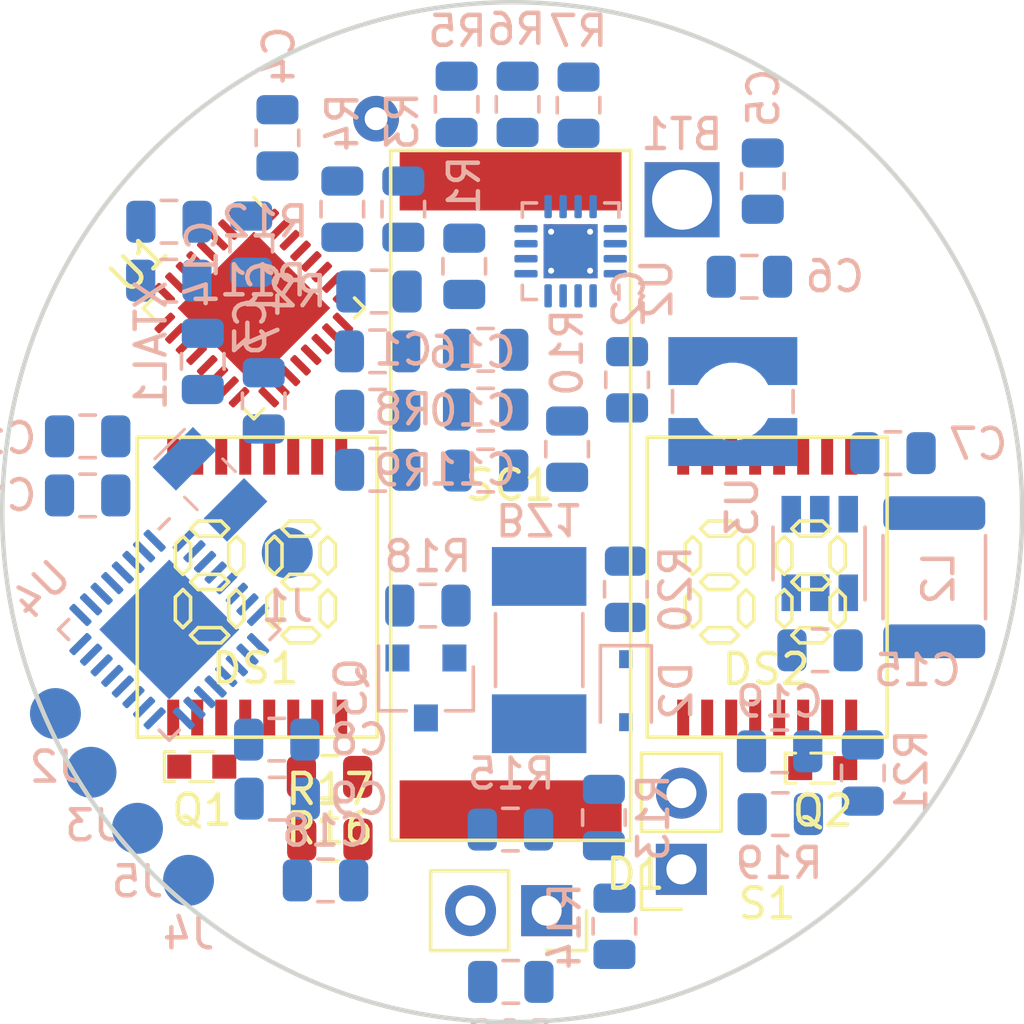
<source format=kicad_pcb>
(kicad_pcb (version 20171130) (host pcbnew 5.1.6)

  (general
    (thickness 1.6)
    (drawings 3)
    (tracks 0)
    (zones 0)
    (modules 64)
    (nets 75)
  )

  (page USLetter)
  (title_block
    (title "Solar Watch Layout")
  )

  (layers
    (0 F.Cu signal)
    (31 B.Cu signal)
    (32 B.Adhes user)
    (33 F.Adhes user hide)
    (34 B.Paste user)
    (35 F.Paste user hide)
    (36 B.SilkS user hide)
    (37 F.SilkS user)
    (38 B.Mask user)
    (39 F.Mask user hide)
    (40 Dwgs.User user)
    (41 Cmts.User user)
    (42 Eco1.User user)
    (43 Eco2.User user)
    (44 Edge.Cuts user)
    (45 Margin user)
    (46 B.CrtYd user)
    (47 F.CrtYd user hide)
    (48 B.Fab user hide)
    (49 F.Fab user hide)
  )

  (setup
    (last_trace_width 0.25)
    (user_trace_width 0.3)
    (user_trace_width 0.5)
    (trace_clearance 0.2)
    (zone_clearance 0.4)
    (zone_45_only no)
    (trace_min 0.2)
    (via_size 0.8)
    (via_drill 0.4)
    (via_min_size 0.4)
    (via_min_drill 0.3)
    (uvia_size 0.3)
    (uvia_drill 0.1)
    (uvias_allowed no)
    (uvia_min_size 0.2)
    (uvia_min_drill 0.1)
    (edge_width 0.05)
    (segment_width 0.2)
    (pcb_text_width 0.3)
    (pcb_text_size 1.5 1.5)
    (mod_edge_width 0.12)
    (mod_text_size 1 1)
    (mod_text_width 0.15)
    (pad_size 0.975 1.4)
    (pad_drill 0)
    (pad_to_mask_clearance 0.051)
    (solder_mask_min_width 0.25)
    (aux_axis_origin 0 0)
    (visible_elements FFFFF77F)
    (pcbplotparams
      (layerselection 0x010fc_ffffffff)
      (usegerberextensions false)
      (usegerberattributes false)
      (usegerberadvancedattributes false)
      (creategerberjobfile false)
      (excludeedgelayer true)
      (linewidth 0.100000)
      (plotframeref false)
      (viasonmask false)
      (mode 1)
      (useauxorigin false)
      (hpglpennumber 1)
      (hpglpenspeed 20)
      (hpglpendiameter 15.000000)
      (psnegative false)
      (psa4output false)
      (plotreference true)
      (plotvalue true)
      (plotinvisibletext false)
      (padsonsilk false)
      (subtractmaskfromsilk false)
      (outputformat 1)
      (mirror false)
      (drillshape 1)
      (scaleselection 1)
      (outputdirectory ""))
  )

  (net 0 "")
  (net 1 VDD)
  (net 2 GND)
  (net 3 /RST)
  (net 4 /LOAD)
  (net 5 "Net-(C14-Pad1)")
  (net 6 /SWCLK)
  (net 7 /SWDIO)
  (net 8 "Net-(L1-Pad2)")
  (net 9 "Net-(L2-Pad2)")
  (net 10 /BUTTON)
  (net 11 /VBAT_OV)
  (net 12 /VBAT_UV)
  (net 13 /OK_HYST)
  (net 14 /OK_PROG)
  (net 15 /VBAT_OK)
  (net 16 "Net-(L2-Pad1)")
  (net 17 /SDA)
  (net 18 /SCL)
  (net 19 "Net-(U4-Pad15)")
  (net 20 "Net-(U4-Pad22)")
  (net 21 "Net-(U4-Pad25)")
  (net 22 "Net-(U4-Pad26)")
  (net 23 "Net-(U4-Pad27)")
  (net 24 "Net-(U4-Pad28)")
  (net 25 /2A)
  (net 26 /2B)
  (net 27 /2C)
  (net 28 /2D)
  (net 29 /2E)
  (net 30 /2F)
  (net 31 /2G)
  (net 32 /COM1)
  (net 33 /1G)
  (net 34 /1F)
  (net 35 /1E)
  (net 36 /1D)
  (net 37 /1C)
  (net 38 /1B)
  (net 39 /1A)
  (net 40 /COM2)
  (net 41 /RESET)
  (net 42 "Net-(U4-Pad14)")
  (net 43 "Net-(U4-Pad19)")
  (net 44 "Net-(U4-Pad21)")
  (net 45 "Net-(BZ1-Pad1)")
  (net 46 "Net-(BZ1-Pad2)")
  (net 47 "Net-(C1-Pad1)")
  (net 48 "Net-(C2-Pad1)")
  (net 49 "Net-(C3-Pad2)")
  (net 50 "Net-(C4-Pad2)")
  (net 51 "Net-(C17-Pad1)")
  (net 52 /LIGHT_L)
  (net 53 /LIGHT_R)
  (net 54 "Net-(D1-Pad2)")
  (net 55 "Net-(DS1-Pad9)")
  (net 56 "Net-(DS2-Pad9)")
  (net 57 /VLIGHT_L)
  (net 58 "Net-(Q1-Pad2)")
  (net 59 "Net-(Q2-Pad2)")
  (net 60 /VLIGHT_R)
  (net 61 "Net-(Q3-Pad1)")
  (net 62 "Net-(R1-Pad1)")
  (net 63 "Net-(R8-Pad1)")
  (net 64 "Net-(R10-Pad2)")
  (net 65 "Net-(R13-Pad1)")
  (net 66 /LIGHT)
  (net 67 /BUZZER)
  (net 68 "Net-(U1-Pad7)")
  (net 69 "Net-(U1-Pad26)")
  (net 70 "Net-(U1-Pad27)")
  (net 71 "Net-(U1-Pad28)")
  (net 72 "Net-(U1-Pad29)")
  (net 73 "Net-(U4-Pad20)")
  (net 74 "Net-(BT1-PadPos)")

  (net_class Default "This is the default net class."
    (clearance 0.2)
    (trace_width 0.25)
    (via_dia 0.8)
    (via_drill 0.4)
    (uvia_dia 0.3)
    (uvia_drill 0.1)
    (add_net /1A)
    (add_net /1B)
    (add_net /1C)
    (add_net /1D)
    (add_net /1E)
    (add_net /1F)
    (add_net /1G)
    (add_net /2A)
    (add_net /2B)
    (add_net /2C)
    (add_net /2D)
    (add_net /2E)
    (add_net /2F)
    (add_net /2G)
    (add_net /BUTTON)
    (add_net /BUZZER)
    (add_net /COM1)
    (add_net /COM2)
    (add_net /LIGHT)
    (add_net /LIGHT_L)
    (add_net /LIGHT_R)
    (add_net /LOAD)
    (add_net /OK_HYST)
    (add_net /OK_PROG)
    (add_net /RESET)
    (add_net /RST)
    (add_net /SCL)
    (add_net /SDA)
    (add_net /SWCLK)
    (add_net /SWDIO)
    (add_net /VBAT_OK)
    (add_net /VBAT_OV)
    (add_net /VBAT_UV)
    (add_net /VLIGHT_L)
    (add_net /VLIGHT_R)
    (add_net GND)
    (add_net "Net-(BT1-PadPos)")
    (add_net "Net-(BZ1-Pad1)")
    (add_net "Net-(BZ1-Pad2)")
    (add_net "Net-(C1-Pad1)")
    (add_net "Net-(C14-Pad1)")
    (add_net "Net-(C17-Pad1)")
    (add_net "Net-(C2-Pad1)")
    (add_net "Net-(C3-Pad2)")
    (add_net "Net-(C4-Pad2)")
    (add_net "Net-(D1-Pad2)")
    (add_net "Net-(DS1-Pad9)")
    (add_net "Net-(DS2-Pad9)")
    (add_net "Net-(L1-Pad2)")
    (add_net "Net-(L2-Pad1)")
    (add_net "Net-(L2-Pad2)")
    (add_net "Net-(Q1-Pad2)")
    (add_net "Net-(Q2-Pad2)")
    (add_net "Net-(Q3-Pad1)")
    (add_net "Net-(R1-Pad1)")
    (add_net "Net-(R10-Pad2)")
    (add_net "Net-(R13-Pad1)")
    (add_net "Net-(R8-Pad1)")
    (add_net "Net-(U1-Pad26)")
    (add_net "Net-(U1-Pad27)")
    (add_net "Net-(U1-Pad28)")
    (add_net "Net-(U1-Pad29)")
    (add_net "Net-(U1-Pad7)")
    (add_net "Net-(U4-Pad14)")
    (add_net "Net-(U4-Pad15)")
    (add_net "Net-(U4-Pad19)")
    (add_net "Net-(U4-Pad20)")
    (add_net "Net-(U4-Pad21)")
    (add_net "Net-(U4-Pad22)")
    (add_net "Net-(U4-Pad25)")
    (add_net "Net-(U4-Pad26)")
    (add_net "Net-(U4-Pad27)")
    (add_net "Net-(U4-Pad28)")
    (add_net VDD)
  )

  (module Resistor_SMD:R_0805_2012Metric (layer B.Cu) (tedit 5B36C52B) (tstamp 5F479452)
    (at 139.94154 110.58144)
    (descr "Resistor SMD 0805 (2012 Metric), square (rectangular) end terminal, IPC_7351 nominal, (Body size source: https://docs.google.com/spreadsheets/d/1BsfQQcO9C6DZCsRaXUlFlo91Tg2WpOkGARC1WS5S8t0/edit?usp=sharing), generated with kicad-footprint-generator")
    (tags resistor)
    (path /5F511C6A)
    (attr smd)
    (fp_text reference R15 (at 0.03048 -1.85698 180) (layer B.SilkS)
      (effects (font (size 1 1) (thickness 0.15)) (justify mirror))
    )
    (fp_text value R_1.5K (at 0 -1.65 180) (layer B.Fab)
      (effects (font (size 1 1) (thickness 0.15)) (justify mirror))
    )
    (fp_line (start 1.68 -0.95) (end -1.68 -0.95) (layer B.CrtYd) (width 0.05))
    (fp_line (start 1.68 0.95) (end 1.68 -0.95) (layer B.CrtYd) (width 0.05))
    (fp_line (start -1.68 0.95) (end 1.68 0.95) (layer B.CrtYd) (width 0.05))
    (fp_line (start -1.68 -0.95) (end -1.68 0.95) (layer B.CrtYd) (width 0.05))
    (fp_line (start -0.258578 -0.71) (end 0.258578 -0.71) (layer B.SilkS) (width 0.12))
    (fp_line (start -0.258578 0.71) (end 0.258578 0.71) (layer B.SilkS) (width 0.12))
    (fp_line (start 1 -0.6) (end -1 -0.6) (layer B.Fab) (width 0.1))
    (fp_line (start 1 0.6) (end 1 -0.6) (layer B.Fab) (width 0.1))
    (fp_line (start -1 0.6) (end 1 0.6) (layer B.Fab) (width 0.1))
    (fp_line (start -1 -0.6) (end -1 0.6) (layer B.Fab) (width 0.1))
    (fp_text user %R (at 0 0 180) (layer B.Fab)
      (effects (font (size 0.5 0.5) (thickness 0.08)) (justify mirror))
    )
    (pad 2 smd roundrect (at 0.9375 0) (size 0.975 1.4) (layers B.Cu B.Paste B.Mask) (roundrect_rratio 0.25)
      (net 54 "Net-(D1-Pad2)"))
    (pad 1 smd roundrect (at -0.9375 0) (size 0.975 1.4) (layers B.Cu B.Paste B.Mask) (roundrect_rratio 0.25)
      (net 66 /LIGHT))
    (model ${KISYS3DMOD}/Resistor_SMD.3dshapes/R_0805_2012Metric.wrl
      (at (xyz 0 0 0))
      (scale (xyz 1 1 1))
      (rotate (xyz 0 0 0))
    )
  )

  (module Resistor_SMD:R_0805_2012Metric (layer B.Cu) (tedit 5B36C52B) (tstamp 5F479463)
    (at 139.95424 115.6589 180)
    (descr "Resistor SMD 0805 (2012 Metric), square (rectangular) end terminal, IPC_7351 nominal, (Body size source: https://docs.google.com/spreadsheets/d/1BsfQQcO9C6DZCsRaXUlFlo91Tg2WpOkGARC1WS5S8t0/edit?usp=sharing), generated with kicad-footprint-generator")
    (tags resistor)
    (path /5F51250B)
    (attr smd)
    (fp_text reference R22 (at 0.03786 -1.83388 180) (layer B.SilkS)
      (effects (font (size 1 1) (thickness 0.15)) (justify mirror))
    )
    (fp_text value R_2.3K (at 0 -1.65 180) (layer B.Fab)
      (effects (font (size 1 1) (thickness 0.15)) (justify mirror))
    )
    (fp_line (start -1 -0.6) (end -1 0.6) (layer B.Fab) (width 0.1))
    (fp_line (start -1 0.6) (end 1 0.6) (layer B.Fab) (width 0.1))
    (fp_line (start 1 0.6) (end 1 -0.6) (layer B.Fab) (width 0.1))
    (fp_line (start 1 -0.6) (end -1 -0.6) (layer B.Fab) (width 0.1))
    (fp_line (start -0.258578 0.71) (end 0.258578 0.71) (layer B.SilkS) (width 0.12))
    (fp_line (start -0.258578 -0.71) (end 0.258578 -0.71) (layer B.SilkS) (width 0.12))
    (fp_line (start -1.68 -0.95) (end -1.68 0.95) (layer B.CrtYd) (width 0.05))
    (fp_line (start -1.68 0.95) (end 1.68 0.95) (layer B.CrtYd) (width 0.05))
    (fp_line (start 1.68 0.95) (end 1.68 -0.95) (layer B.CrtYd) (width 0.05))
    (fp_line (start 1.68 -0.95) (end -1.68 -0.95) (layer B.CrtYd) (width 0.05))
    (fp_text user %R (at 0 0 180) (layer B.Fab)
      (effects (font (size 0.5 0.5) (thickness 0.08)) (justify mirror))
    )
    (pad 1 smd roundrect (at -0.9375 0 180) (size 0.975 1.4) (layers B.Cu B.Paste B.Mask) (roundrect_rratio 0.25)
      (net 54 "Net-(D1-Pad2)"))
    (pad 2 smd roundrect (at 0.9375 0 180) (size 0.975 1.4) (layers B.Cu B.Paste B.Mask) (roundrect_rratio 0.25)
      (net 2 GND))
    (model ${KISYS3DMOD}/Resistor_SMD.3dshapes/R_0805_2012Metric.wrl
      (at (xyz 0 0 0))
      (scale (xyz 1 1 1))
      (rotate (xyz 0 0 0))
    )
  )

  (module Package_TO_SOT_SMD:TSOT-23-6 (layer B.Cu) (tedit 5A02FF57) (tstamp 5F482673)
    (at 150.25366 101.37712 90)
    (descr "6-pin TSOT23 package, http://cds.linear.com/docs/en/packaging/SOT_6_05-08-1636.pdf")
    (tags "TSOT-23-6 MK06A TSOT-6")
    (path /5EC3061F)
    (attr smd)
    (fp_text reference U3 (at 1.56372 -2.58298 270) (layer B.SilkS)
      (effects (font (size 1 1) (thickness 0.15)) (justify mirror))
    )
    (fp_text value Regulator_LTC3531-3 (at 0 -2.5 270) (layer B.Fab)
      (effects (font (size 1 1) (thickness 0.15)) (justify mirror))
    )
    (fp_line (start -0.88 -1.56) (end 0.88 -1.56) (layer B.SilkS) (width 0.12))
    (fp_line (start 0.88 1.51) (end -1.55 1.51) (layer B.SilkS) (width 0.12))
    (fp_line (start -0.88 1) (end -0.43 1.45) (layer B.Fab) (width 0.1))
    (fp_line (start 0.88 1.45) (end -0.43 1.45) (layer B.Fab) (width 0.1))
    (fp_line (start -0.88 1) (end -0.88 -1.45) (layer B.Fab) (width 0.1))
    (fp_line (start 0.88 -1.45) (end -0.88 -1.45) (layer B.Fab) (width 0.1))
    (fp_line (start 0.88 1.45) (end 0.88 -1.45) (layer B.Fab) (width 0.1))
    (fp_line (start -2.17 1.7) (end 2.17 1.7) (layer B.CrtYd) (width 0.05))
    (fp_line (start -2.17 1.7) (end -2.17 -1.7) (layer B.CrtYd) (width 0.05))
    (fp_line (start 2.17 -1.7) (end 2.17 1.7) (layer B.CrtYd) (width 0.05))
    (fp_line (start 2.17 -1.7) (end -2.17 -1.7) (layer B.CrtYd) (width 0.05))
    (fp_text user %R (at 0 0) (layer B.Fab)
      (effects (font (size 0.5 0.5) (thickness 0.075)) (justify mirror))
    )
    (pad 1 smd rect (at -1.31 0.95 90) (size 1.22 0.65) (layers B.Cu B.Paste B.Mask)
      (net 9 "Net-(L2-Pad2)"))
    (pad 2 smd rect (at -1.31 0 90) (size 1.22 0.65) (layers B.Cu B.Paste B.Mask)
      (net 2 GND))
    (pad 3 smd rect (at -1.31 -0.95 90) (size 1.22 0.65) (layers B.Cu B.Paste B.Mask)
      (net 1 VDD))
    (pad 4 smd rect (at 1.31 -0.95 90) (size 1.22 0.65) (layers B.Cu B.Paste B.Mask)
      (net 4 /LOAD))
    (pad 5 smd rect (at 1.31 0 90) (size 1.22 0.65) (layers B.Cu B.Paste B.Mask)
      (net 4 /LOAD))
    (pad 6 smd rect (at 1.31 0.95 90) (size 1.22 0.65) (layers B.Cu B.Paste B.Mask)
      (net 16 "Net-(L2-Pad1)"))
    (model ${KISYS3DMOD}/Package_TO_SOT_SMD.3dshapes/TSOT-23-6.wrl
      (at (xyz 0 0 0))
      (scale (xyz 1 1 1))
      (rotate (xyz 0 0 0))
    )
  )

  (module Capacitor_SMD:C_0805_2012Metric (layer B.Cu) (tedit 5B36C52B) (tstamp 5F48254E)
    (at 150.2641 104.60482)
    (descr "Capacitor SMD 0805 (2012 Metric), square (rectangular) end terminal, IPC_7351 nominal, (Body size source: https://docs.google.com/spreadsheets/d/1BsfQQcO9C6DZCsRaXUlFlo91Tg2WpOkGARC1WS5S8t0/edit?usp=sharing), generated with kicad-footprint-generator")
    (tags capacitor)
    (path /5F1738DD)
    (attr smd)
    (fp_text reference C15 (at 3.2489 0.66548) (layer B.SilkS)
      (effects (font (size 1 1) (thickness 0.15)) (justify mirror))
    )
    (fp_text value C_10uF (at 0 -1.65) (layer B.Fab)
      (effects (font (size 1 1) (thickness 0.15)) (justify mirror))
    )
    (fp_line (start -1 -0.6) (end -1 0.6) (layer B.Fab) (width 0.1))
    (fp_line (start -1 0.6) (end 1 0.6) (layer B.Fab) (width 0.1))
    (fp_line (start 1 0.6) (end 1 -0.6) (layer B.Fab) (width 0.1))
    (fp_line (start 1 -0.6) (end -1 -0.6) (layer B.Fab) (width 0.1))
    (fp_line (start -0.258578 0.71) (end 0.258578 0.71) (layer B.SilkS) (width 0.12))
    (fp_line (start -0.258578 -0.71) (end 0.258578 -0.71) (layer B.SilkS) (width 0.12))
    (fp_line (start -1.68 -0.95) (end -1.68 0.95) (layer B.CrtYd) (width 0.05))
    (fp_line (start -1.68 0.95) (end 1.68 0.95) (layer B.CrtYd) (width 0.05))
    (fp_line (start 1.68 0.95) (end 1.68 -0.95) (layer B.CrtYd) (width 0.05))
    (fp_line (start 1.68 -0.95) (end -1.68 -0.95) (layer B.CrtYd) (width 0.05))
    (fp_text user %R (at 0 0) (layer B.Fab)
      (effects (font (size 0.5 0.5) (thickness 0.08)) (justify mirror))
    )
    (pad 1 smd roundrect (at -0.9375 0) (size 0.975 1.4) (layers B.Cu B.Paste B.Mask) (roundrect_rratio 0.25)
      (net 1 VDD))
    (pad 2 smd roundrect (at 0.9375 0) (size 0.975 1.4) (layers B.Cu B.Paste B.Mask) (roundrect_rratio 0.25)
      (net 2 GND))
    (model ${KISYS3DMOD}/Capacitor_SMD.3dshapes/C_0805_2012Metric.wrl
      (at (xyz 0 0 0))
      (scale (xyz 1 1 1))
      (rotate (xyz 0 0 0))
    )
  )

  (module Capacitor_SMD:C_0805_2012Metric (layer B.Cu) (tedit 5B36C52B) (tstamp 5F48251E)
    (at 152.6944 98.0313)
    (descr "Capacitor SMD 0805 (2012 Metric), square (rectangular) end terminal, IPC_7351 nominal, (Body size source: https://docs.google.com/spreadsheets/d/1BsfQQcO9C6DZCsRaXUlFlo91Tg2WpOkGARC1WS5S8t0/edit?usp=sharing), generated with kicad-footprint-generator")
    (tags capacitor)
    (path /5EC67329)
    (attr smd)
    (fp_text reference C7 (at 2.83714 -0.30198) (layer B.SilkS)
      (effects (font (size 1 1) (thickness 0.15)) (justify mirror))
    )
    (fp_text value C_2.2uF (at 0 -1.65) (layer B.Fab)
      (effects (font (size 1 1) (thickness 0.15)) (justify mirror))
    )
    (fp_line (start 1.68 -0.95) (end -1.68 -0.95) (layer B.CrtYd) (width 0.05))
    (fp_line (start 1.68 0.95) (end 1.68 -0.95) (layer B.CrtYd) (width 0.05))
    (fp_line (start -1.68 0.95) (end 1.68 0.95) (layer B.CrtYd) (width 0.05))
    (fp_line (start -1.68 -0.95) (end -1.68 0.95) (layer B.CrtYd) (width 0.05))
    (fp_line (start -0.258578 -0.71) (end 0.258578 -0.71) (layer B.SilkS) (width 0.12))
    (fp_line (start -0.258578 0.71) (end 0.258578 0.71) (layer B.SilkS) (width 0.12))
    (fp_line (start 1 -0.6) (end -1 -0.6) (layer B.Fab) (width 0.1))
    (fp_line (start 1 0.6) (end 1 -0.6) (layer B.Fab) (width 0.1))
    (fp_line (start -1 0.6) (end 1 0.6) (layer B.Fab) (width 0.1))
    (fp_line (start -1 -0.6) (end -1 0.6) (layer B.Fab) (width 0.1))
    (fp_text user %R (at 0 0) (layer B.Fab)
      (effects (font (size 0.5 0.5) (thickness 0.08)) (justify mirror))
    )
    (pad 2 smd roundrect (at 0.9375 0) (size 0.975 1.4) (layers B.Cu B.Paste B.Mask) (roundrect_rratio 0.25)
      (net 2 GND))
    (pad 1 smd roundrect (at -0.9375 0) (size 0.975 1.4) (layers B.Cu B.Paste B.Mask) (roundrect_rratio 0.25)
      (net 4 /LOAD))
    (model ${KISYS3DMOD}/Capacitor_SMD.3dshapes/C_0805_2012Metric.wrl
      (at (xyz 0 0 0))
      (scale (xyz 1 1 1))
      (rotate (xyz 0 0 0))
    )
  )

  (module Inductor_SMD:L_1812_4532Metric (layer B.Cu) (tedit 5B301BBE) (tstamp 5F4825AE)
    (at 154.07132 102.1676 270)
    (descr "Inductor SMD 1812 (4532 Metric), square (rectangular) end terminal, IPC_7351 nominal, (Body size source: https://www.nikhef.nl/pub/departments/mt/projects/detectorR_D/dtddice/ERJ2G.pdf), generated with kicad-footprint-generator")
    (tags inductor)
    (path /5F1738DB)
    (attr smd)
    (fp_text reference L2 (at 0.0294 -0.14498 270) (layer B.SilkS)
      (effects (font (size 1 1) (thickness 0.15)) (justify mirror))
    )
    (fp_text value L_10uH (at 0 -2.65 270) (layer B.Fab)
      (effects (font (size 1 1) (thickness 0.15)) (justify mirror))
    )
    (fp_line (start -2.25 -1.6) (end -2.25 1.6) (layer B.Fab) (width 0.1))
    (fp_line (start -2.25 1.6) (end 2.25 1.6) (layer B.Fab) (width 0.1))
    (fp_line (start 2.25 1.6) (end 2.25 -1.6) (layer B.Fab) (width 0.1))
    (fp_line (start 2.25 -1.6) (end -2.25 -1.6) (layer B.Fab) (width 0.1))
    (fp_line (start -1.386252 1.71) (end 1.386252 1.71) (layer B.SilkS) (width 0.12))
    (fp_line (start -1.386252 -1.71) (end 1.386252 -1.71) (layer B.SilkS) (width 0.12))
    (fp_line (start -2.95 -1.95) (end -2.95 1.95) (layer B.CrtYd) (width 0.05))
    (fp_line (start -2.95 1.95) (end 2.95 1.95) (layer B.CrtYd) (width 0.05))
    (fp_line (start 2.95 1.95) (end 2.95 -1.95) (layer B.CrtYd) (width 0.05))
    (fp_line (start 2.95 -1.95) (end -2.95 -1.95) (layer B.CrtYd) (width 0.05))
    (fp_text user %R (at 0 0 270) (layer B.Fab)
      (effects (font (size 1 1) (thickness 0.15)) (justify mirror))
    )
    (pad 1 smd roundrect (at -2.1375 0 270) (size 1.125 3.4) (layers B.Cu B.Paste B.Mask) (roundrect_rratio 0.222222)
      (net 16 "Net-(L2-Pad1)"))
    (pad 2 smd roundrect (at 2.1375 0 270) (size 1.125 3.4) (layers B.Cu B.Paste B.Mask) (roundrect_rratio 0.222222)
      (net 9 "Net-(L2-Pad2)"))
    (model ${KISYS3DMOD}/Inductor_SMD.3dshapes/L_1812_4532Metric.wrl
      (at (xyz 0 0 0))
      (scale (xyz 1 1 1))
      (rotate (xyz 0 0 0))
    )
  )

  (module Capacitor_SMD:C_0805_2012Metric (layer B.Cu) (tedit 5B36C52B) (tstamp 5F483AAB)
    (at 139.11556 94.58706 180)
    (descr "Capacitor SMD 0805 (2012 Metric), square (rectangular) end terminal, IPC_7351 nominal, (Body size source: https://docs.google.com/spreadsheets/d/1BsfQQcO9C6DZCsRaXUlFlo91Tg2WpOkGARC1WS5S8t0/edit?usp=sharing), generated with kicad-footprint-generator")
    (tags capacitor)
    (path /5EECAB40)
    (attr smd)
    (fp_text reference C1 (at 2.7455 0) (layer B.SilkS)
      (effects (font (size 1 1) (thickness 0.15)) (justify mirror))
    )
    (fp_text value C_0.01uF (at 0 -1.65) (layer B.Fab)
      (effects (font (size 1 1) (thickness 0.15)) (justify mirror))
    )
    (fp_line (start -1 -0.6) (end -1 0.6) (layer B.Fab) (width 0.1))
    (fp_line (start -1 0.6) (end 1 0.6) (layer B.Fab) (width 0.1))
    (fp_line (start 1 0.6) (end 1 -0.6) (layer B.Fab) (width 0.1))
    (fp_line (start 1 -0.6) (end -1 -0.6) (layer B.Fab) (width 0.1))
    (fp_line (start -0.258578 0.71) (end 0.258578 0.71) (layer B.SilkS) (width 0.12))
    (fp_line (start -0.258578 -0.71) (end 0.258578 -0.71) (layer B.SilkS) (width 0.12))
    (fp_line (start -1.68 -0.95) (end -1.68 0.95) (layer B.CrtYd) (width 0.05))
    (fp_line (start -1.68 0.95) (end 1.68 0.95) (layer B.CrtYd) (width 0.05))
    (fp_line (start 1.68 0.95) (end 1.68 -0.95) (layer B.CrtYd) (width 0.05))
    (fp_line (start 1.68 -0.95) (end -1.68 -0.95) (layer B.CrtYd) (width 0.05))
    (fp_text user %R (at 0 0) (layer B.Fab)
      (effects (font (size 0.5 0.5) (thickness 0.08)) (justify mirror))
    )
    (pad 1 smd roundrect (at -0.9375 0 180) (size 0.975 1.4) (layers B.Cu B.Paste B.Mask) (roundrect_rratio 0.25)
      (net 47 "Net-(C1-Pad1)"))
    (pad 2 smd roundrect (at 0.9375 0 180) (size 0.975 1.4) (layers B.Cu B.Paste B.Mask) (roundrect_rratio 0.25)
      (net 2 GND))
    (model ${KISYS3DMOD}/Capacitor_SMD.3dshapes/C_0805_2012Metric.wrl
      (at (xyz 0 0 0))
      (scale (xyz 1 1 1))
      (rotate (xyz 0 0 0))
    )
  )

  (module Capacitor_SMD:C_0805_2012Metric (layer B.Cu) (tedit 5B36C52B) (tstamp 5F4828B7)
    (at 143.83004 95.58552 90)
    (descr "Capacitor SMD 0805 (2012 Metric), square (rectangular) end terminal, IPC_7351 nominal, (Body size source: https://docs.google.com/spreadsheets/d/1BsfQQcO9C6DZCsRaXUlFlo91Tg2WpOkGARC1WS5S8t0/edit?usp=sharing), generated with kicad-footprint-generator")
    (tags capacitor)
    (path /5EEECF6B)
    (attr smd)
    (fp_text reference C2 (at 2.7155 0.0635 270) (layer B.SilkS)
      (effects (font (size 1 1) (thickness 0.15)) (justify mirror))
    )
    (fp_text value C_4.7uF (at 0 -1.65 270) (layer B.Fab)
      (effects (font (size 1 1) (thickness 0.15)) (justify mirror))
    )
    (fp_line (start 1.68 -0.95) (end -1.68 -0.95) (layer B.CrtYd) (width 0.05))
    (fp_line (start 1.68 0.95) (end 1.68 -0.95) (layer B.CrtYd) (width 0.05))
    (fp_line (start -1.68 0.95) (end 1.68 0.95) (layer B.CrtYd) (width 0.05))
    (fp_line (start -1.68 -0.95) (end -1.68 0.95) (layer B.CrtYd) (width 0.05))
    (fp_line (start -0.258578 -0.71) (end 0.258578 -0.71) (layer B.SilkS) (width 0.12))
    (fp_line (start -0.258578 0.71) (end 0.258578 0.71) (layer B.SilkS) (width 0.12))
    (fp_line (start 1 -0.6) (end -1 -0.6) (layer B.Fab) (width 0.1))
    (fp_line (start 1 0.6) (end 1 -0.6) (layer B.Fab) (width 0.1))
    (fp_line (start -1 0.6) (end 1 0.6) (layer B.Fab) (width 0.1))
    (fp_line (start -1 -0.6) (end -1 0.6) (layer B.Fab) (width 0.1))
    (fp_text user %R (at 0 0 270) (layer B.Fab)
      (effects (font (size 0.5 0.5) (thickness 0.08)) (justify mirror))
    )
    (pad 2 smd roundrect (at 0.9375 0 90) (size 0.975 1.4) (layers B.Cu B.Paste B.Mask) (roundrect_rratio 0.25)
      (net 2 GND))
    (pad 1 smd roundrect (at -0.9375 0 90) (size 0.975 1.4) (layers B.Cu B.Paste B.Mask) (roundrect_rratio 0.25)
      (net 48 "Net-(C2-Pad1)"))
    (model ${KISYS3DMOD}/Capacitor_SMD.3dshapes/C_0805_2012Metric.wrl
      (at (xyz 0 0 0))
      (scale (xyz 1 1 1))
      (rotate (xyz 0 0 0))
    )
  )

  (module Capacitor_SMD:C_0805_2012Metric (layer B.Cu) (tedit 5B36C52B) (tstamp 5F3F960B)
    (at 131.30022 91.06432 90)
    (descr "Capacitor SMD 0805 (2012 Metric), square (rectangular) end terminal, IPC_7351 nominal, (Body size source: https://docs.google.com/spreadsheets/d/1BsfQQcO9C6DZCsRaXUlFlo91Tg2WpOkGARC1WS5S8t0/edit?usp=sharing), generated with kicad-footprint-generator")
    (tags capacitor)
    (path /5F2B2087)
    (attr smd)
    (fp_text reference C3 (at -2.7455 -0.0254 90) (layer B.SilkS)
      (effects (font (size 1 1) (thickness 0.15)) (justify mirror))
    )
    (fp_text value C_0.1uF (at 0 -1.65 90) (layer B.Fab)
      (effects (font (size 1 1) (thickness 0.15)) (justify mirror))
    )
    (fp_line (start -1 -0.6) (end -1 0.6) (layer B.Fab) (width 0.1))
    (fp_line (start -1 0.6) (end 1 0.6) (layer B.Fab) (width 0.1))
    (fp_line (start 1 0.6) (end 1 -0.6) (layer B.Fab) (width 0.1))
    (fp_line (start 1 -0.6) (end -1 -0.6) (layer B.Fab) (width 0.1))
    (fp_line (start -0.258578 0.71) (end 0.258578 0.71) (layer B.SilkS) (width 0.12))
    (fp_line (start -0.258578 -0.71) (end 0.258578 -0.71) (layer B.SilkS) (width 0.12))
    (fp_line (start -1.68 -0.95) (end -1.68 0.95) (layer B.CrtYd) (width 0.05))
    (fp_line (start -1.68 0.95) (end 1.68 0.95) (layer B.CrtYd) (width 0.05))
    (fp_line (start 1.68 0.95) (end 1.68 -0.95) (layer B.CrtYd) (width 0.05))
    (fp_line (start 1.68 -0.95) (end -1.68 -0.95) (layer B.CrtYd) (width 0.05))
    (fp_text user %R (at 0 0 90) (layer B.Fab)
      (effects (font (size 0.5 0.5) (thickness 0.08)) (justify mirror))
    )
    (pad 1 smd roundrect (at -0.9375 0 90) (size 0.975 1.4) (layers B.Cu B.Paste B.Mask) (roundrect_rratio 0.25)
      (net 1 VDD))
    (pad 2 smd roundrect (at 0.9375 0 90) (size 0.975 1.4) (layers B.Cu B.Paste B.Mask) (roundrect_rratio 0.25)
      (net 49 "Net-(C3-Pad2)"))
    (model ${KISYS3DMOD}/Capacitor_SMD.3dshapes/C_0805_2012Metric.wrl
      (at (xyz 0 0 0))
      (scale (xyz 1 1 1))
      (rotate (xyz 0 0 0))
    )
  )

  (module Capacitor_SMD:C_0805_2012Metric (layer B.Cu) (tedit 5B36C52B) (tstamp 5F48025D)
    (at 132.17398 87.52054 270)
    (descr "Capacitor SMD 0805 (2012 Metric), square (rectangular) end terminal, IPC_7351 nominal, (Body size source: https://docs.google.com/spreadsheets/d/1BsfQQcO9C6DZCsRaXUlFlo91Tg2WpOkGARC1WS5S8t0/edit?usp=sharing), generated with kicad-footprint-generator")
    (tags capacitor)
    (path /5F2B40B8)
    (attr smd)
    (fp_text reference C4 (at -2.7455 -0.0508 90) (layer B.SilkS)
      (effects (font (size 1 1) (thickness 0.15)) (justify mirror))
    )
    (fp_text value C_0.1uF (at 0 -1.65 90) (layer B.Fab)
      (effects (font (size 1 1) (thickness 0.15)) (justify mirror))
    )
    (fp_line (start 1.68 -0.95) (end -1.68 -0.95) (layer B.CrtYd) (width 0.05))
    (fp_line (start 1.68 0.95) (end 1.68 -0.95) (layer B.CrtYd) (width 0.05))
    (fp_line (start -1.68 0.95) (end 1.68 0.95) (layer B.CrtYd) (width 0.05))
    (fp_line (start -1.68 -0.95) (end -1.68 0.95) (layer B.CrtYd) (width 0.05))
    (fp_line (start -0.258578 -0.71) (end 0.258578 -0.71) (layer B.SilkS) (width 0.12))
    (fp_line (start -0.258578 0.71) (end 0.258578 0.71) (layer B.SilkS) (width 0.12))
    (fp_line (start 1 -0.6) (end -1 -0.6) (layer B.Fab) (width 0.1))
    (fp_line (start 1 0.6) (end 1 -0.6) (layer B.Fab) (width 0.1))
    (fp_line (start -1 0.6) (end 1 0.6) (layer B.Fab) (width 0.1))
    (fp_line (start -1 -0.6) (end -1 0.6) (layer B.Fab) (width 0.1))
    (fp_text user %R (at 0 0 90) (layer B.Fab)
      (effects (font (size 0.5 0.5) (thickness 0.08)) (justify mirror))
    )
    (pad 2 smd roundrect (at 0.9375 0 270) (size 0.975 1.4) (layers B.Cu B.Paste B.Mask) (roundrect_rratio 0.25)
      (net 50 "Net-(C4-Pad2)"))
    (pad 1 smd roundrect (at -0.9375 0 270) (size 0.975 1.4) (layers B.Cu B.Paste B.Mask) (roundrect_rratio 0.25)
      (net 1 VDD))
    (model ${KISYS3DMOD}/Capacitor_SMD.3dshapes/C_0805_2012Metric.wrl
      (at (xyz 0 0 0))
      (scale (xyz 1 1 1))
      (rotate (xyz 0 0 0))
    )
  )

  (module Capacitor_SMD:C_0805_2012Metric (layer B.Cu) (tedit 5B36C52B) (tstamp 5F483CE5)
    (at 148.35378 88.96326 90)
    (descr "Capacitor SMD 0805 (2012 Metric), square (rectangular) end terminal, IPC_7351 nominal, (Body size source: https://docs.google.com/spreadsheets/d/1BsfQQcO9C6DZCsRaXUlFlo91Tg2WpOkGARC1WS5S8t0/edit?usp=sharing), generated with kicad-footprint-generator")
    (tags capacitor)
    (path /5EEF7203)
    (attr smd)
    (fp_text reference C5 (at 2.77364 0.0256 270) (layer B.SilkS)
      (effects (font (size 1 1) (thickness 0.15)) (justify mirror))
    )
    (fp_text value C_4.7uF (at 0 -1.65 270) (layer B.Fab)
      (effects (font (size 1 1) (thickness 0.15)) (justify mirror))
    )
    (fp_line (start -1 -0.6) (end -1 0.6) (layer B.Fab) (width 0.1))
    (fp_line (start -1 0.6) (end 1 0.6) (layer B.Fab) (width 0.1))
    (fp_line (start 1 0.6) (end 1 -0.6) (layer B.Fab) (width 0.1))
    (fp_line (start 1 -0.6) (end -1 -0.6) (layer B.Fab) (width 0.1))
    (fp_line (start -0.258578 0.71) (end 0.258578 0.71) (layer B.SilkS) (width 0.12))
    (fp_line (start -0.258578 -0.71) (end 0.258578 -0.71) (layer B.SilkS) (width 0.12))
    (fp_line (start -1.68 -0.95) (end -1.68 0.95) (layer B.CrtYd) (width 0.05))
    (fp_line (start -1.68 0.95) (end 1.68 0.95) (layer B.CrtYd) (width 0.05))
    (fp_line (start 1.68 0.95) (end 1.68 -0.95) (layer B.CrtYd) (width 0.05))
    (fp_line (start 1.68 -0.95) (end -1.68 -0.95) (layer B.CrtYd) (width 0.05))
    (fp_text user %R (at 0 0 270) (layer B.Fab)
      (effects (font (size 0.5 0.5) (thickness 0.08)) (justify mirror))
    )
    (pad 1 smd roundrect (at -0.9375 0 90) (size 0.975 1.4) (layers B.Cu B.Paste B.Mask) (roundrect_rratio 0.25)
      (net 4 /LOAD))
    (pad 2 smd roundrect (at 0.9375 0 90) (size 0.975 1.4) (layers B.Cu B.Paste B.Mask) (roundrect_rratio 0.25)
      (net 2 GND))
    (model ${KISYS3DMOD}/Capacitor_SMD.3dshapes/C_0805_2012Metric.wrl
      (at (xyz 0 0 0))
      (scale (xyz 1 1 1))
      (rotate (xyz 0 0 0))
    )
  )

  (module Capacitor_SMD:C_0805_2012Metric (layer B.Cu) (tedit 5B36C52B) (tstamp 5F483D75)
    (at 147.9065 92.1512)
    (descr "Capacitor SMD 0805 (2012 Metric), square (rectangular) end terminal, IPC_7351 nominal, (Body size source: https://docs.google.com/spreadsheets/d/1BsfQQcO9C6DZCsRaXUlFlo91Tg2WpOkGARC1WS5S8t0/edit?usp=sharing), generated with kicad-footprint-generator")
    (tags capacitor)
    (path /5EEF8565)
    (attr smd)
    (fp_text reference C6 (at 2.84984 -0.00996 180) (layer B.SilkS)
      (effects (font (size 1 1) (thickness 0.15)) (justify mirror))
    )
    (fp_text value C_0.1uF (at 0 -1.65 180) (layer B.Fab)
      (effects (font (size 1 1) (thickness 0.15)) (justify mirror))
    )
    (fp_line (start 1.68 -0.95) (end -1.68 -0.95) (layer B.CrtYd) (width 0.05))
    (fp_line (start 1.68 0.95) (end 1.68 -0.95) (layer B.CrtYd) (width 0.05))
    (fp_line (start -1.68 0.95) (end 1.68 0.95) (layer B.CrtYd) (width 0.05))
    (fp_line (start -1.68 -0.95) (end -1.68 0.95) (layer B.CrtYd) (width 0.05))
    (fp_line (start -0.258578 -0.71) (end 0.258578 -0.71) (layer B.SilkS) (width 0.12))
    (fp_line (start -0.258578 0.71) (end 0.258578 0.71) (layer B.SilkS) (width 0.12))
    (fp_line (start 1 -0.6) (end -1 -0.6) (layer B.Fab) (width 0.1))
    (fp_line (start 1 0.6) (end 1 -0.6) (layer B.Fab) (width 0.1))
    (fp_line (start -1 0.6) (end 1 0.6) (layer B.Fab) (width 0.1))
    (fp_line (start -1 -0.6) (end -1 0.6) (layer B.Fab) (width 0.1))
    (fp_text user %R (at 0 0 180) (layer B.Fab)
      (effects (font (size 0.5 0.5) (thickness 0.08)) (justify mirror))
    )
    (pad 2 smd roundrect (at 0.9375 0) (size 0.975 1.4) (layers B.Cu B.Paste B.Mask) (roundrect_rratio 0.25)
      (net 2 GND))
    (pad 1 smd roundrect (at -0.9375 0) (size 0.975 1.4) (layers B.Cu B.Paste B.Mask) (roundrect_rratio 0.25)
      (net 4 /LOAD))
    (model ${KISYS3DMOD}/Capacitor_SMD.3dshapes/C_0805_2012Metric.wrl
      (at (xyz 0 0 0))
      (scale (xyz 1 1 1))
      (rotate (xyz 0 0 0))
    )
  )

  (module Capacitor_SMD:C_0805_2012Metric (layer B.Cu) (tedit 5B36C52B) (tstamp 5F3F9660)
    (at 132.15156 107.58198 180)
    (descr "Capacitor SMD 0805 (2012 Metric), square (rectangular) end terminal, IPC_7351 nominal, (Body size source: https://docs.google.com/spreadsheets/d/1BsfQQcO9C6DZCsRaXUlFlo91Tg2WpOkGARC1WS5S8t0/edit?usp=sharing), generated with kicad-footprint-generator")
    (tags capacitor)
    (path /5EBB1CD4)
    (attr smd)
    (fp_text reference C8 (at -2.7455 0 180) (layer B.SilkS)
      (effects (font (size 1 1) (thickness 0.15)) (justify mirror))
    )
    (fp_text value C_0.1uF (at 0 -1.65 180) (layer B.Fab)
      (effects (font (size 1 1) (thickness 0.15)) (justify mirror))
    )
    (fp_line (start -1 -0.6) (end -1 0.6) (layer B.Fab) (width 0.1))
    (fp_line (start -1 0.6) (end 1 0.6) (layer B.Fab) (width 0.1))
    (fp_line (start 1 0.6) (end 1 -0.6) (layer B.Fab) (width 0.1))
    (fp_line (start 1 -0.6) (end -1 -0.6) (layer B.Fab) (width 0.1))
    (fp_line (start -0.258578 0.71) (end 0.258578 0.71) (layer B.SilkS) (width 0.12))
    (fp_line (start -0.258578 -0.71) (end 0.258578 -0.71) (layer B.SilkS) (width 0.12))
    (fp_line (start -1.68 -0.95) (end -1.68 0.95) (layer B.CrtYd) (width 0.05))
    (fp_line (start -1.68 0.95) (end 1.68 0.95) (layer B.CrtYd) (width 0.05))
    (fp_line (start 1.68 0.95) (end 1.68 -0.95) (layer B.CrtYd) (width 0.05))
    (fp_line (start 1.68 -0.95) (end -1.68 -0.95) (layer B.CrtYd) (width 0.05))
    (fp_text user %R (at 0 0 180) (layer B.Fab)
      (effects (font (size 0.5 0.5) (thickness 0.08)) (justify mirror))
    )
    (pad 1 smd roundrect (at -0.9375 0 180) (size 0.975 1.4) (layers B.Cu B.Paste B.Mask) (roundrect_rratio 0.25)
      (net 2 GND))
    (pad 2 smd roundrect (at 0.9375 0 180) (size 0.975 1.4) (layers B.Cu B.Paste B.Mask) (roundrect_rratio 0.25)
      (net 1 VDD))
    (model ${KISYS3DMOD}/Capacitor_SMD.3dshapes/C_0805_2012Metric.wrl
      (at (xyz 0 0 0))
      (scale (xyz 1 1 1))
      (rotate (xyz 0 0 0))
    )
  )

  (module Capacitor_SMD:C_0805_2012Metric (layer B.Cu) (tedit 5B36C52B) (tstamp 5F3F9671)
    (at 132.16656 109.55048 180)
    (descr "Capacitor SMD 0805 (2012 Metric), square (rectangular) end terminal, IPC_7351 nominal, (Body size source: https://docs.google.com/spreadsheets/d/1BsfQQcO9C6DZCsRaXUlFlo91Tg2WpOkGARC1WS5S8t0/edit?usp=sharing), generated with kicad-footprint-generator")
    (tags capacitor)
    (path /5ECAA11E)
    (attr smd)
    (fp_text reference C9 (at -2.7305 -0.015) (layer B.SilkS)
      (effects (font (size 1 1) (thickness 0.15)) (justify mirror))
    )
    (fp_text value C_1uF (at 0 -1.65 180) (layer B.Fab)
      (effects (font (size 1 1) (thickness 0.15)) (justify mirror))
    )
    (fp_line (start -1 -0.6) (end -1 0.6) (layer B.Fab) (width 0.1))
    (fp_line (start -1 0.6) (end 1 0.6) (layer B.Fab) (width 0.1))
    (fp_line (start 1 0.6) (end 1 -0.6) (layer B.Fab) (width 0.1))
    (fp_line (start 1 -0.6) (end -1 -0.6) (layer B.Fab) (width 0.1))
    (fp_line (start -0.258578 0.71) (end 0.258578 0.71) (layer B.SilkS) (width 0.12))
    (fp_line (start -0.258578 -0.71) (end 0.258578 -0.71) (layer B.SilkS) (width 0.12))
    (fp_line (start -1.68 -0.95) (end -1.68 0.95) (layer B.CrtYd) (width 0.05))
    (fp_line (start -1.68 0.95) (end 1.68 0.95) (layer B.CrtYd) (width 0.05))
    (fp_line (start 1.68 0.95) (end 1.68 -0.95) (layer B.CrtYd) (width 0.05))
    (fp_line (start 1.68 -0.95) (end -1.68 -0.95) (layer B.CrtYd) (width 0.05))
    (fp_text user %R (at 0 0 180) (layer B.Fab)
      (effects (font (size 0.5 0.5) (thickness 0.08)) (justify mirror))
    )
    (pad 1 smd roundrect (at -0.9375 0 180) (size 0.975 1.4) (layers B.Cu B.Paste B.Mask) (roundrect_rratio 0.25)
      (net 2 GND))
    (pad 2 smd roundrect (at 0.9375 0 180) (size 0.975 1.4) (layers B.Cu B.Paste B.Mask) (roundrect_rratio 0.25)
      (net 1 VDD))
    (model ${KISYS3DMOD}/Capacitor_SMD.3dshapes/C_0805_2012Metric.wrl
      (at (xyz 0 0 0))
      (scale (xyz 1 1 1))
      (rotate (xyz 0 0 0))
    )
  )

  (module Capacitor_SMD:C_0805_2012Metric (layer B.Cu) (tedit 5B36C52B) (tstamp 5F47EBAF)
    (at 135.5161 96.61926 180)
    (descr "Capacitor SMD 0805 (2012 Metric), square (rectangular) end terminal, IPC_7351 nominal, (Body size source: https://docs.google.com/spreadsheets/d/1BsfQQcO9C6DZCsRaXUlFlo91Tg2WpOkGARC1WS5S8t0/edit?usp=sharing), generated with kicad-footprint-generator")
    (tags capacitor)
    (path /5EBAF210)
    (attr smd)
    (fp_text reference C10 (at -3.16 0) (layer B.SilkS)
      (effects (font (size 1 1) (thickness 0.15)) (justify mirror))
    )
    (fp_text value C_0.1uF (at 0 -1.65) (layer B.Fab)
      (effects (font (size 1 1) (thickness 0.15)) (justify mirror))
    )
    (fp_line (start -1 -0.6) (end -1 0.6) (layer B.Fab) (width 0.1))
    (fp_line (start -1 0.6) (end 1 0.6) (layer B.Fab) (width 0.1))
    (fp_line (start 1 0.6) (end 1 -0.6) (layer B.Fab) (width 0.1))
    (fp_line (start 1 -0.6) (end -1 -0.6) (layer B.Fab) (width 0.1))
    (fp_line (start -0.258578 0.71) (end 0.258578 0.71) (layer B.SilkS) (width 0.12))
    (fp_line (start -0.258578 -0.71) (end 0.258578 -0.71) (layer B.SilkS) (width 0.12))
    (fp_line (start -1.68 -0.95) (end -1.68 0.95) (layer B.CrtYd) (width 0.05))
    (fp_line (start -1.68 0.95) (end 1.68 0.95) (layer B.CrtYd) (width 0.05))
    (fp_line (start 1.68 0.95) (end 1.68 -0.95) (layer B.CrtYd) (width 0.05))
    (fp_line (start 1.68 -0.95) (end -1.68 -0.95) (layer B.CrtYd) (width 0.05))
    (fp_text user %R (at 0 0) (layer B.Fab)
      (effects (font (size 0.5 0.5) (thickness 0.08)) (justify mirror))
    )
    (pad 1 smd roundrect (at -0.9375 0 180) (size 0.975 1.4) (layers B.Cu B.Paste B.Mask) (roundrect_rratio 0.25)
      (net 2 GND))
    (pad 2 smd roundrect (at 0.9375 0 180) (size 0.975 1.4) (layers B.Cu B.Paste B.Mask) (roundrect_rratio 0.25)
      (net 1 VDD))
    (model ${KISYS3DMOD}/Capacitor_SMD.3dshapes/C_0805_2012Metric.wrl
      (at (xyz 0 0 0))
      (scale (xyz 1 1 1))
      (rotate (xyz 0 0 0))
    )
  )

  (module Capacitor_SMD:C_0805_2012Metric (layer B.Cu) (tedit 5B36C52B) (tstamp 5F47EB7F)
    (at 135.5161 98.58776 180)
    (descr "Capacitor SMD 0805 (2012 Metric), square (rectangular) end terminal, IPC_7351 nominal, (Body size source: https://docs.google.com/spreadsheets/d/1BsfQQcO9C6DZCsRaXUlFlo91Tg2WpOkGARC1WS5S8t0/edit?usp=sharing), generated with kicad-footprint-generator")
    (tags capacitor)
    (path /5EBB44E5)
    (attr smd)
    (fp_text reference C11 (at -3.16 0) (layer B.SilkS)
      (effects (font (size 1 1) (thickness 0.15)) (justify mirror))
    )
    (fp_text value C_1uF (at 0 -1.65) (layer B.Fab)
      (effects (font (size 1 1) (thickness 0.15)) (justify mirror))
    )
    (fp_line (start -1 -0.6) (end -1 0.6) (layer B.Fab) (width 0.1))
    (fp_line (start -1 0.6) (end 1 0.6) (layer B.Fab) (width 0.1))
    (fp_line (start 1 0.6) (end 1 -0.6) (layer B.Fab) (width 0.1))
    (fp_line (start 1 -0.6) (end -1 -0.6) (layer B.Fab) (width 0.1))
    (fp_line (start -0.258578 0.71) (end 0.258578 0.71) (layer B.SilkS) (width 0.12))
    (fp_line (start -0.258578 -0.71) (end 0.258578 -0.71) (layer B.SilkS) (width 0.12))
    (fp_line (start -1.68 -0.95) (end -1.68 0.95) (layer B.CrtYd) (width 0.05))
    (fp_line (start -1.68 0.95) (end 1.68 0.95) (layer B.CrtYd) (width 0.05))
    (fp_line (start 1.68 0.95) (end 1.68 -0.95) (layer B.CrtYd) (width 0.05))
    (fp_line (start 1.68 -0.95) (end -1.68 -0.95) (layer B.CrtYd) (width 0.05))
    (fp_text user %R (at 0 0) (layer B.Fab)
      (effects (font (size 0.5 0.5) (thickness 0.08)) (justify mirror))
    )
    (pad 1 smd roundrect (at -0.9375 0 180) (size 0.975 1.4) (layers B.Cu B.Paste B.Mask) (roundrect_rratio 0.25)
      (net 2 GND))
    (pad 2 smd roundrect (at 0.9375 0 180) (size 0.975 1.4) (layers B.Cu B.Paste B.Mask) (roundrect_rratio 0.25)
      (net 1 VDD))
    (model ${KISYS3DMOD}/Capacitor_SMD.3dshapes/C_0805_2012Metric.wrl
      (at (xyz 0 0 0))
      (scale (xyz 1 1 1))
      (rotate (xyz 0 0 0))
    )
  )

  (module Capacitor_SMD:C_0805_2012Metric (layer B.Cu) (tedit 5B36C52B) (tstamp 5F47E20B)
    (at 125.84728 97.47278)
    (descr "Capacitor SMD 0805 (2012 Metric), square (rectangular) end terminal, IPC_7351 nominal, (Body size source: https://docs.google.com/spreadsheets/d/1BsfQQcO9C6DZCsRaXUlFlo91Tg2WpOkGARC1WS5S8t0/edit?usp=sharing), generated with kicad-footprint-generator")
    (tags capacitor)
    (path /5EBAFDA0)
    (attr smd)
    (fp_text reference C12 (at -3.16 0.0635 180) (layer B.SilkS)
      (effects (font (size 1 1) (thickness 0.15)) (justify mirror))
    )
    (fp_text value C_0.1uF (at 0 -1.65 180) (layer B.Fab)
      (effects (font (size 1 1) (thickness 0.15)) (justify mirror))
    )
    (fp_line (start 1.68 -0.95) (end -1.68 -0.95) (layer B.CrtYd) (width 0.05))
    (fp_line (start 1.68 0.95) (end 1.68 -0.95) (layer B.CrtYd) (width 0.05))
    (fp_line (start -1.68 0.95) (end 1.68 0.95) (layer B.CrtYd) (width 0.05))
    (fp_line (start -1.68 -0.95) (end -1.68 0.95) (layer B.CrtYd) (width 0.05))
    (fp_line (start -0.258578 -0.71) (end 0.258578 -0.71) (layer B.SilkS) (width 0.12))
    (fp_line (start -0.258578 0.71) (end 0.258578 0.71) (layer B.SilkS) (width 0.12))
    (fp_line (start 1 -0.6) (end -1 -0.6) (layer B.Fab) (width 0.1))
    (fp_line (start 1 0.6) (end 1 -0.6) (layer B.Fab) (width 0.1))
    (fp_line (start -1 0.6) (end 1 0.6) (layer B.Fab) (width 0.1))
    (fp_line (start -1 -0.6) (end -1 0.6) (layer B.Fab) (width 0.1))
    (fp_text user %R (at 0 0 180) (layer B.Fab)
      (effects (font (size 0.5 0.5) (thickness 0.08)) (justify mirror))
    )
    (pad 2 smd roundrect (at 0.9375 0) (size 0.975 1.4) (layers B.Cu B.Paste B.Mask) (roundrect_rratio 0.25)
      (net 1 VDD))
    (pad 1 smd roundrect (at -0.9375 0) (size 0.975 1.4) (layers B.Cu B.Paste B.Mask) (roundrect_rratio 0.25)
      (net 2 GND))
    (model ${KISYS3DMOD}/Capacitor_SMD.3dshapes/C_0805_2012Metric.wrl
      (at (xyz 0 0 0))
      (scale (xyz 1 1 1))
      (rotate (xyz 0 0 0))
    )
  )

  (module Capacitor_SMD:C_0805_2012Metric (layer B.Cu) (tedit 5B36C52B) (tstamp 5F47E14B)
    (at 125.84728 99.44128)
    (descr "Capacitor SMD 0805 (2012 Metric), square (rectangular) end terminal, IPC_7351 nominal, (Body size source: https://docs.google.com/spreadsheets/d/1BsfQQcO9C6DZCsRaXUlFlo91Tg2WpOkGARC1WS5S8t0/edit?usp=sharing), generated with kicad-footprint-generator")
    (tags capacitor)
    (path /5EBB722F)
    (attr smd)
    (fp_text reference C13 (at -3.16 0 180) (layer B.SilkS)
      (effects (font (size 1 1) (thickness 0.15)) (justify mirror))
    )
    (fp_text value C_10uF (at 0 -1.65 180) (layer B.Fab)
      (effects (font (size 1 1) (thickness 0.15)) (justify mirror))
    )
    (fp_line (start -1 -0.6) (end -1 0.6) (layer B.Fab) (width 0.1))
    (fp_line (start -1 0.6) (end 1 0.6) (layer B.Fab) (width 0.1))
    (fp_line (start 1 0.6) (end 1 -0.6) (layer B.Fab) (width 0.1))
    (fp_line (start 1 -0.6) (end -1 -0.6) (layer B.Fab) (width 0.1))
    (fp_line (start -0.258578 0.71) (end 0.258578 0.71) (layer B.SilkS) (width 0.12))
    (fp_line (start -0.258578 -0.71) (end 0.258578 -0.71) (layer B.SilkS) (width 0.12))
    (fp_line (start -1.68 -0.95) (end -1.68 0.95) (layer B.CrtYd) (width 0.05))
    (fp_line (start -1.68 0.95) (end 1.68 0.95) (layer B.CrtYd) (width 0.05))
    (fp_line (start 1.68 0.95) (end 1.68 -0.95) (layer B.CrtYd) (width 0.05))
    (fp_line (start 1.68 -0.95) (end -1.68 -0.95) (layer B.CrtYd) (width 0.05))
    (fp_text user %R (at 0 0 180) (layer B.Fab)
      (effects (font (size 0.5 0.5) (thickness 0.08)) (justify mirror))
    )
    (pad 1 smd roundrect (at -0.9375 0) (size 0.975 1.4) (layers B.Cu B.Paste B.Mask) (roundrect_rratio 0.25)
      (net 2 GND))
    (pad 2 smd roundrect (at 0.9375 0) (size 0.975 1.4) (layers B.Cu B.Paste B.Mask) (roundrect_rratio 0.25)
      (net 1 VDD))
    (model ${KISYS3DMOD}/Capacitor_SMD.3dshapes/C_0805_2012Metric.wrl
      (at (xyz 0 0 0))
      (scale (xyz 1 1 1))
      (rotate (xyz 0 0 0))
    )
  )

  (module Capacitor_SMD:C_0805_2012Metric (layer B.Cu) (tedit 5B36C52B) (tstamp 5F47E1DB)
    (at 129.68498 94.97318 90)
    (descr "Capacitor SMD 0805 (2012 Metric), square (rectangular) end terminal, IPC_7351 nominal, (Body size source: https://docs.google.com/spreadsheets/d/1BsfQQcO9C6DZCsRaXUlFlo91Tg2WpOkGARC1WS5S8t0/edit?usp=sharing), generated with kicad-footprint-generator")
    (tags capacitor)
    (path /5ED6190C)
    (attr smd)
    (fp_text reference C14 (at 3.2535 -0.0254 90) (layer B.SilkS)
      (effects (font (size 1 1) (thickness 0.15)) (justify mirror))
    )
    (fp_text value C_20pF (at 0 -1.65 90) (layer B.Fab)
      (effects (font (size 1 1) (thickness 0.15)) (justify mirror))
    )
    (fp_line (start 1.68 -0.95) (end -1.68 -0.95) (layer B.CrtYd) (width 0.05))
    (fp_line (start 1.68 0.95) (end 1.68 -0.95) (layer B.CrtYd) (width 0.05))
    (fp_line (start -1.68 0.95) (end 1.68 0.95) (layer B.CrtYd) (width 0.05))
    (fp_line (start -1.68 -0.95) (end -1.68 0.95) (layer B.CrtYd) (width 0.05))
    (fp_line (start -0.258578 -0.71) (end 0.258578 -0.71) (layer B.SilkS) (width 0.12))
    (fp_line (start -0.258578 0.71) (end 0.258578 0.71) (layer B.SilkS) (width 0.12))
    (fp_line (start 1 -0.6) (end -1 -0.6) (layer B.Fab) (width 0.1))
    (fp_line (start 1 0.6) (end 1 -0.6) (layer B.Fab) (width 0.1))
    (fp_line (start -1 0.6) (end 1 0.6) (layer B.Fab) (width 0.1))
    (fp_line (start -1 -0.6) (end -1 0.6) (layer B.Fab) (width 0.1))
    (fp_text user %R (at 0 0 90) (layer B.Fab)
      (effects (font (size 0.5 0.5) (thickness 0.08)) (justify mirror))
    )
    (pad 2 smd roundrect (at 0.9375 0 90) (size 0.975 1.4) (layers B.Cu B.Paste B.Mask) (roundrect_rratio 0.25)
      (net 2 GND))
    (pad 1 smd roundrect (at -0.9375 0 90) (size 0.975 1.4) (layers B.Cu B.Paste B.Mask) (roundrect_rratio 0.25)
      (net 5 "Net-(C14-Pad1)"))
    (model ${KISYS3DMOD}/Capacitor_SMD.3dshapes/C_0805_2012Metric.wrl
      (at (xyz 0 0 0))
      (scale (xyz 1 1 1))
      (rotate (xyz 0 0 0))
    )
  )

  (module Capacitor_SMD:C_0805_2012Metric (layer B.Cu) (tedit 5B36C52B) (tstamp 5F47E11B)
    (at 135.5115 94.63806)
    (descr "Capacitor SMD 0805 (2012 Metric), square (rectangular) end terminal, IPC_7351 nominal, (Body size source: https://docs.google.com/spreadsheets/d/1BsfQQcO9C6DZCsRaXUlFlo91Tg2WpOkGARC1WS5S8t0/edit?usp=sharing), generated with kicad-footprint-generator")
    (tags capacitor)
    (path /5EDC3510)
    (attr smd)
    (fp_text reference C16 (at 3.1496 0.0254) (layer B.SilkS)
      (effects (font (size 1 1) (thickness 0.15)) (justify mirror))
    )
    (fp_text value C_0.1uF (at 0 -1.65) (layer B.Fab)
      (effects (font (size 1 1) (thickness 0.15)) (justify mirror))
    )
    (fp_line (start 1.68 -0.95) (end -1.68 -0.95) (layer B.CrtYd) (width 0.05))
    (fp_line (start 1.68 0.95) (end 1.68 -0.95) (layer B.CrtYd) (width 0.05))
    (fp_line (start -1.68 0.95) (end 1.68 0.95) (layer B.CrtYd) (width 0.05))
    (fp_line (start -1.68 -0.95) (end -1.68 0.95) (layer B.CrtYd) (width 0.05))
    (fp_line (start -0.258578 -0.71) (end 0.258578 -0.71) (layer B.SilkS) (width 0.12))
    (fp_line (start -0.258578 0.71) (end 0.258578 0.71) (layer B.SilkS) (width 0.12))
    (fp_line (start 1 -0.6) (end -1 -0.6) (layer B.Fab) (width 0.1))
    (fp_line (start 1 0.6) (end 1 -0.6) (layer B.Fab) (width 0.1))
    (fp_line (start -1 0.6) (end 1 0.6) (layer B.Fab) (width 0.1))
    (fp_line (start -1 -0.6) (end -1 0.6) (layer B.Fab) (width 0.1))
    (fp_text user %R (at 0 0) (layer B.Fab)
      (effects (font (size 0.5 0.5) (thickness 0.08)) (justify mirror))
    )
    (pad 2 smd roundrect (at 0.9375 0) (size 0.975 1.4) (layers B.Cu B.Paste B.Mask) (roundrect_rratio 0.25)
      (net 2 GND))
    (pad 1 smd roundrect (at -0.9375 0) (size 0.975 1.4) (layers B.Cu B.Paste B.Mask) (roundrect_rratio 0.25)
      (net 3 /RST))
    (model ${KISYS3DMOD}/Capacitor_SMD.3dshapes/C_0805_2012Metric.wrl
      (at (xyz 0 0 0))
      (scale (xyz 1 1 1))
      (rotate (xyz 0 0 0))
    )
  )

  (module Capacitor_SMD:C_0805_2012Metric (layer B.Cu) (tedit 5B36C52B) (tstamp 5F47E0EB)
    (at 131.71698 96.28938 90)
    (descr "Capacitor SMD 0805 (2012 Metric), square (rectangular) end terminal, IPC_7351 nominal, (Body size source: https://docs.google.com/spreadsheets/d/1BsfQQcO9C6DZCsRaXUlFlo91Tg2WpOkGARC1WS5S8t0/edit?usp=sharing), generated with kicad-footprint-generator")
    (tags capacitor)
    (path /5ED60ED8)
    (attr smd)
    (fp_text reference C17 (at 3.2489 0 90) (layer B.SilkS)
      (effects (font (size 1 1) (thickness 0.15)) (justify mirror))
    )
    (fp_text value C_20pF (at 0 -1.65 90) (layer B.Fab)
      (effects (font (size 1 1) (thickness 0.15)) (justify mirror))
    )
    (fp_line (start -1 -0.6) (end -1 0.6) (layer B.Fab) (width 0.1))
    (fp_line (start -1 0.6) (end 1 0.6) (layer B.Fab) (width 0.1))
    (fp_line (start 1 0.6) (end 1 -0.6) (layer B.Fab) (width 0.1))
    (fp_line (start 1 -0.6) (end -1 -0.6) (layer B.Fab) (width 0.1))
    (fp_line (start -0.258578 0.71) (end 0.258578 0.71) (layer B.SilkS) (width 0.12))
    (fp_line (start -0.258578 -0.71) (end 0.258578 -0.71) (layer B.SilkS) (width 0.12))
    (fp_line (start -1.68 -0.95) (end -1.68 0.95) (layer B.CrtYd) (width 0.05))
    (fp_line (start -1.68 0.95) (end 1.68 0.95) (layer B.CrtYd) (width 0.05))
    (fp_line (start 1.68 0.95) (end 1.68 -0.95) (layer B.CrtYd) (width 0.05))
    (fp_line (start 1.68 -0.95) (end -1.68 -0.95) (layer B.CrtYd) (width 0.05))
    (fp_text user %R (at 0 0 90) (layer B.Fab)
      (effects (font (size 0.5 0.5) (thickness 0.08)) (justify mirror))
    )
    (pad 1 smd roundrect (at -0.9375 0 90) (size 0.975 1.4) (layers B.Cu B.Paste B.Mask) (roundrect_rratio 0.25)
      (net 51 "Net-(C17-Pad1)"))
    (pad 2 smd roundrect (at 0.9375 0 90) (size 0.975 1.4) (layers B.Cu B.Paste B.Mask) (roundrect_rratio 0.25)
      (net 2 GND))
    (model ${KISYS3DMOD}/Capacitor_SMD.3dshapes/C_0805_2012Metric.wrl
      (at (xyz 0 0 0))
      (scale (xyz 1 1 1))
      (rotate (xyz 0 0 0))
    )
  )

  (module Capacitor_SMD:C_0805_2012Metric (layer B.Cu) (tedit 5B36C52B) (tstamp 5F3F970A)
    (at 133.77648 112.27562 180)
    (descr "Capacitor SMD 0805 (2012 Metric), square (rectangular) end terminal, IPC_7351 nominal, (Body size source: https://docs.google.com/spreadsheets/d/1BsfQQcO9C6DZCsRaXUlFlo91Tg2WpOkGARC1WS5S8t0/edit?usp=sharing), generated with kicad-footprint-generator")
    (tags capacitor)
    (path /5F502163)
    (attr smd)
    (fp_text reference C18 (at 0 1.65) (layer B.SilkS)
      (effects (font (size 1 1) (thickness 0.15)) (justify mirror))
    )
    (fp_text value C_100uF (at 0 -1.65) (layer B.Fab)
      (effects (font (size 1 1) (thickness 0.15)) (justify mirror))
    )
    (fp_line (start 1.68 -0.95) (end -1.68 -0.95) (layer B.CrtYd) (width 0.05))
    (fp_line (start 1.68 0.95) (end 1.68 -0.95) (layer B.CrtYd) (width 0.05))
    (fp_line (start -1.68 0.95) (end 1.68 0.95) (layer B.CrtYd) (width 0.05))
    (fp_line (start -1.68 -0.95) (end -1.68 0.95) (layer B.CrtYd) (width 0.05))
    (fp_line (start -0.258578 -0.71) (end 0.258578 -0.71) (layer B.SilkS) (width 0.12))
    (fp_line (start -0.258578 0.71) (end 0.258578 0.71) (layer B.SilkS) (width 0.12))
    (fp_line (start 1 -0.6) (end -1 -0.6) (layer B.Fab) (width 0.1))
    (fp_line (start 1 0.6) (end 1 -0.6) (layer B.Fab) (width 0.1))
    (fp_line (start -1 0.6) (end 1 0.6) (layer B.Fab) (width 0.1))
    (fp_line (start -1 -0.6) (end -1 0.6) (layer B.Fab) (width 0.1))
    (fp_text user %R (at 0 0) (layer B.Fab)
      (effects (font (size 0.5 0.5) (thickness 0.08)) (justify mirror))
    )
    (pad 2 smd roundrect (at 0.9375 0 180) (size 0.975 1.4) (layers B.Cu B.Paste B.Mask) (roundrect_rratio 0.25)
      (net 2 GND))
    (pad 1 smd roundrect (at -0.9375 0 180) (size 0.975 1.4) (layers B.Cu B.Paste B.Mask) (roundrect_rratio 0.25)
      (net 52 /LIGHT_L))
    (model ${KISYS3DMOD}/Capacitor_SMD.3dshapes/C_0805_2012Metric.wrl
      (at (xyz 0 0 0))
      (scale (xyz 1 1 1))
      (rotate (xyz 0 0 0))
    )
  )

  (module Capacitor_SMD:C_0805_2012Metric (layer B.Cu) (tedit 5B36C52B) (tstamp 5F3F971B)
    (at 148.91536 107.97286 180)
    (descr "Capacitor SMD 0805 (2012 Metric), square (rectangular) end terminal, IPC_7351 nominal, (Body size source: https://docs.google.com/spreadsheets/d/1BsfQQcO9C6DZCsRaXUlFlo91Tg2WpOkGARC1WS5S8t0/edit?usp=sharing), generated with kicad-footprint-generator")
    (tags capacitor)
    (path /5F52EFA5)
    (attr smd)
    (fp_text reference C19 (at 0 1.65) (layer B.SilkS)
      (effects (font (size 1 1) (thickness 0.15)) (justify mirror))
    )
    (fp_text value C_100uF (at 0 -1.65) (layer B.Fab)
      (effects (font (size 1 1) (thickness 0.15)) (justify mirror))
    )
    (fp_line (start 1.68 -0.95) (end -1.68 -0.95) (layer B.CrtYd) (width 0.05))
    (fp_line (start 1.68 0.95) (end 1.68 -0.95) (layer B.CrtYd) (width 0.05))
    (fp_line (start -1.68 0.95) (end 1.68 0.95) (layer B.CrtYd) (width 0.05))
    (fp_line (start -1.68 -0.95) (end -1.68 0.95) (layer B.CrtYd) (width 0.05))
    (fp_line (start -0.258578 -0.71) (end 0.258578 -0.71) (layer B.SilkS) (width 0.12))
    (fp_line (start -0.258578 0.71) (end 0.258578 0.71) (layer B.SilkS) (width 0.12))
    (fp_line (start 1 -0.6) (end -1 -0.6) (layer B.Fab) (width 0.1))
    (fp_line (start 1 0.6) (end 1 -0.6) (layer B.Fab) (width 0.1))
    (fp_line (start -1 0.6) (end 1 0.6) (layer B.Fab) (width 0.1))
    (fp_line (start -1 -0.6) (end -1 0.6) (layer B.Fab) (width 0.1))
    (fp_text user %R (at 0 0) (layer B.Fab)
      (effects (font (size 0.5 0.5) (thickness 0.08)) (justify mirror))
    )
    (pad 2 smd roundrect (at 0.9375 0 180) (size 0.975 1.4) (layers B.Cu B.Paste B.Mask) (roundrect_rratio 0.25)
      (net 2 GND))
    (pad 1 smd roundrect (at -0.9375 0 180) (size 0.975 1.4) (layers B.Cu B.Paste B.Mask) (roundrect_rratio 0.25)
      (net 53 /LIGHT_R))
    (model ${KISYS3DMOD}/Capacitor_SMD.3dshapes/C_0805_2012Metric.wrl
      (at (xyz 0 0 0))
      (scale (xyz 1 1 1))
      (rotate (xyz 0 0 0))
    )
  )

  (module Diode_SMD:D_SOD-323 (layer B.Cu) (tedit 58641739) (tstamp 5F3F9744)
    (at 143.78912 105.95024 270)
    (descr SOD-323)
    (tags SOD-323)
    (path /5F8DAA63)
    (attr smd)
    (fp_text reference D2 (at -0.0041 -1.6891 270) (layer B.SilkS)
      (effects (font (size 1 1) (thickness 0.15)) (justify mirror))
    )
    (fp_text value D-Schotkey_BAT54HT1G (at 0.1 -1.9 270) (layer B.Fab)
      (effects (font (size 1 1) (thickness 0.15)) (justify mirror))
    )
    (fp_line (start -1.5 0.85) (end -1.5 -0.85) (layer B.SilkS) (width 0.12))
    (fp_line (start 0.2 0) (end 0.45 0) (layer B.Fab) (width 0.1))
    (fp_line (start 0.2 -0.35) (end -0.3 0) (layer B.Fab) (width 0.1))
    (fp_line (start 0.2 0.35) (end 0.2 -0.35) (layer B.Fab) (width 0.1))
    (fp_line (start -0.3 0) (end 0.2 0.35) (layer B.Fab) (width 0.1))
    (fp_line (start -0.3 0) (end -0.5 0) (layer B.Fab) (width 0.1))
    (fp_line (start -0.3 0.35) (end -0.3 -0.35) (layer B.Fab) (width 0.1))
    (fp_line (start -0.9 -0.7) (end -0.9 0.7) (layer B.Fab) (width 0.1))
    (fp_line (start 0.9 -0.7) (end -0.9 -0.7) (layer B.Fab) (width 0.1))
    (fp_line (start 0.9 0.7) (end 0.9 -0.7) (layer B.Fab) (width 0.1))
    (fp_line (start -0.9 0.7) (end 0.9 0.7) (layer B.Fab) (width 0.1))
    (fp_line (start -1.6 0.95) (end 1.6 0.95) (layer B.CrtYd) (width 0.05))
    (fp_line (start 1.6 0.95) (end 1.6 -0.95) (layer B.CrtYd) (width 0.05))
    (fp_line (start -1.6 -0.95) (end 1.6 -0.95) (layer B.CrtYd) (width 0.05))
    (fp_line (start -1.6 0.95) (end -1.6 -0.95) (layer B.CrtYd) (width 0.05))
    (fp_line (start -1.5 -0.85) (end 1.05 -0.85) (layer B.SilkS) (width 0.12))
    (fp_line (start -1.5 0.85) (end 1.05 0.85) (layer B.SilkS) (width 0.12))
    (fp_text user %R (at 0 1.85 270) (layer B.Fab)
      (effects (font (size 1 1) (thickness 0.15)) (justify mirror))
    )
    (pad 1 smd rect (at -1.05 0 270) (size 0.6 0.45) (layers B.Cu B.Paste B.Mask)
      (net 45 "Net-(BZ1-Pad1)"))
    (pad 2 smd rect (at 1.05 0 270) (size 0.6 0.45) (layers B.Cu B.Paste B.Mask)
      (net 46 "Net-(BZ1-Pad2)"))
    (model ${KISYS3DMOD}/Diode_SMD.3dshapes/D_SOD-323.wrl
      (at (xyz 0 0 0))
      (scale (xyz 1 1 1))
      (rotate (xyz 0 0 0))
    )
  )

  (module luke-footprints:LCD_OD-204 (layer F.Cu) (tedit 5F054A21) (tstamp 5F451696)
    (at 127.5 97.5)
    (path /5F0F4E2A)
    (fp_text reference DS1 (at 3.9333 7.714) (layer F.SilkS)
      (effects (font (size 1 1) (thickness 0.15)))
    )
    (fp_text value LCD_OD-204 (at -0.254 -14.732) (layer F.Fab)
      (effects (font (size 1 1) (thickness 0.15)))
    )
    (fp_line (start 1.778 5.334) (end 1.524 5.08) (layer F.SilkS) (width 0.12))
    (fp_line (start 1.524 6.35) (end 1.778 6.096) (layer F.SilkS) (width 0.12))
    (fp_line (start 3.302 4.572) (end 3.556 4.318) (layer F.SilkS) (width 0.12))
    (fp_line (start 2.032 2.794) (end 1.778 3.048) (layer F.SilkS) (width 0.12))
    (fp_line (start 1.27 6.096) (end 1.524 6.35) (layer F.SilkS) (width 0.12))
    (fp_line (start 3.302 3.302) (end 3.048 3.556) (layer F.SilkS) (width 0.12))
    (fp_line (start 1.27 5.334) (end 1.27 6.096) (layer F.SilkS) (width 0.12))
    (fp_line (start 2.794 4.572) (end 2.032 4.572) (layer F.SilkS) (width 0.12))
    (fp_line (start 3.556 4.318) (end 3.556 3.556) (layer F.SilkS) (width 0.12))
    (fp_line (start 3.048 5.334) (end 3.048 6.096) (layer F.SilkS) (width 0.12))
    (fp_line (start 3.302 6.35) (end 3.556 6.096) (layer F.SilkS) (width 0.12))
    (fp_line (start 2.032 4.572) (end 1.778 4.826) (layer F.SilkS) (width 0.12))
    (fp_line (start 3.048 3.556) (end 3.048 4.318) (layer F.SilkS) (width 0.12))
    (fp_line (start 1.778 6.096) (end 1.778 5.334) (layer F.SilkS) (width 0.12))
    (fp_line (start 3.048 4.826) (end 2.794 4.572) (layer F.SilkS) (width 0.12))
    (fp_line (start 3.302 5.08) (end 3.048 5.334) (layer F.SilkS) (width 0.12))
    (fp_line (start 3.048 6.604) (end 2.794 6.35) (layer F.SilkS) (width 0.12))
    (fp_line (start 1.524 4.572) (end 1.778 4.318) (layer F.SilkS) (width 0.12))
    (fp_line (start 3.556 6.096) (end 3.556 5.334) (layer F.SilkS) (width 0.12))
    (fp_line (start 1.524 3.302) (end 1.27 3.556) (layer F.SilkS) (width 0.12))
    (fp_line (start 2.794 6.858) (end 3.048 6.604) (layer F.SilkS) (width 0.12))
    (fp_line (start 2.794 2.794) (end 2.032 2.794) (layer F.SilkS) (width 0.12))
    (fp_line (start 2.794 6.35) (end 2.032 6.35) (layer F.SilkS) (width 0.12))
    (fp_line (start 3.556 3.556) (end 3.302 3.302) (layer F.SilkS) (width 0.12))
    (fp_line (start 1.778 4.318) (end 1.778 3.556) (layer F.SilkS) (width 0.12))
    (fp_line (start 3.556 5.334) (end 3.302 5.08) (layer F.SilkS) (width 0.12))
    (fp_line (start 2.032 5.08) (end 2.794 5.08) (layer F.SilkS) (width 0.12))
    (fp_line (start 1.778 6.604) (end 2.032 6.858) (layer F.SilkS) (width 0.12))
    (fp_line (start 1.524 5.08) (end 1.27 5.334) (layer F.SilkS) (width 0.12))
    (fp_line (start 1.778 3.556) (end 1.524 3.302) (layer F.SilkS) (width 0.12))
    (fp_line (start 1.27 4.318) (end 1.524 4.572) (layer F.SilkS) (width 0.12))
    (fp_line (start 2.032 6.858) (end 2.794 6.858) (layer F.SilkS) (width 0.12))
    (fp_line (start 3.048 3.048) (end 2.794 2.794) (layer F.SilkS) (width 0.12))
    (fp_line (start 2.032 6.35) (end 1.778 6.604) (layer F.SilkS) (width 0.12))
    (fp_line (start 2.794 3.302) (end 3.048 3.048) (layer F.SilkS) (width 0.12))
    (fp_line (start 2.032 3.302) (end 2.794 3.302) (layer F.SilkS) (width 0.12))
    (fp_line (start 1.778 4.826) (end 2.032 5.08) (layer F.SilkS) (width 0.12))
    (fp_line (start 3.048 4.318) (end 3.302 4.572) (layer F.SilkS) (width 0.12))
    (fp_line (start 1.778 3.048) (end 2.032 3.302) (layer F.SilkS) (width 0.12))
    (fp_line (start 3.048 6.096) (end 3.302 6.35) (layer F.SilkS) (width 0.12))
    (fp_line (start 1.27 3.556) (end 1.27 4.318) (layer F.SilkS) (width 0.12))
    (fp_line (start 2.794 5.08) (end 3.048 4.826) (layer F.SilkS) (width 0.12))
    (fp_line (start 5.08 6.35) (end 4.826 6.604) (layer F.SilkS) (width 0.12))
    (fp_line (start 5.842 6.35) (end 5.08 6.35) (layer F.SilkS) (width 0.12))
    (fp_line (start 6.096 6.604) (end 5.842 6.35) (layer F.SilkS) (width 0.12))
    (fp_line (start 5.842 6.858) (end 6.096 6.604) (layer F.SilkS) (width 0.12))
    (fp_line (start 5.08 6.858) (end 5.842 6.858) (layer F.SilkS) (width 0.12))
    (fp_line (start 4.826 6.604) (end 5.08 6.858) (layer F.SilkS) (width 0.12))
    (fp_line (start 6.096 6.096) (end 6.35 6.35) (layer F.SilkS) (width 0.12))
    (fp_line (start 6.096 5.334) (end 6.096 6.096) (layer F.SilkS) (width 0.12))
    (fp_line (start 6.35 5.08) (end 6.096 5.334) (layer F.SilkS) (width 0.12))
    (fp_line (start 6.604 5.334) (end 6.35 5.08) (layer F.SilkS) (width 0.12))
    (fp_line (start 6.604 6.096) (end 6.604 5.334) (layer F.SilkS) (width 0.12))
    (fp_line (start 6.35 6.35) (end 6.604 6.096) (layer F.SilkS) (width 0.12))
    (fp_line (start 4.318 6.096) (end 4.572 6.35) (layer F.SilkS) (width 0.12))
    (fp_line (start 4.318 5.334) (end 4.318 6.096) (layer F.SilkS) (width 0.12))
    (fp_line (start 4.572 5.08) (end 4.318 5.334) (layer F.SilkS) (width 0.12))
    (fp_line (start 4.826 5.334) (end 4.572 5.08) (layer F.SilkS) (width 0.12))
    (fp_line (start 4.826 6.096) (end 4.826 5.334) (layer F.SilkS) (width 0.12))
    (fp_line (start 4.572 6.35) (end 4.826 6.096) (layer F.SilkS) (width 0.12))
    (fp_line (start 5.08 4.572) (end 4.826 4.826) (layer F.SilkS) (width 0.12))
    (fp_line (start 5.842 4.572) (end 5.08 4.572) (layer F.SilkS) (width 0.12))
    (fp_line (start 6.096 4.826) (end 5.842 4.572) (layer F.SilkS) (width 0.12))
    (fp_line (start 5.842 5.08) (end 6.096 4.826) (layer F.SilkS) (width 0.12))
    (fp_line (start 5.08 5.08) (end 5.842 5.08) (layer F.SilkS) (width 0.12))
    (fp_line (start 4.826 4.826) (end 5.08 5.08) (layer F.SilkS) (width 0.12))
    (fp_line (start 6.604 3.556) (end 6.35 3.302) (layer F.SilkS) (width 0.12))
    (fp_line (start 6.604 4.318) (end 6.604 3.556) (layer F.SilkS) (width 0.12))
    (fp_line (start 6.35 4.572) (end 6.604 4.318) (layer F.SilkS) (width 0.12))
    (fp_line (start 6.096 4.318) (end 6.35 4.572) (layer F.SilkS) (width 0.12))
    (fp_line (start 6.096 3.556) (end 6.096 4.318) (layer F.SilkS) (width 0.12))
    (fp_line (start 6.35 3.302) (end 6.096 3.556) (layer F.SilkS) (width 0.12))
    (fp_line (start 4.318 4.318) (end 4.572 4.572) (layer F.SilkS) (width 0.12))
    (fp_line (start 4.318 3.556) (end 4.318 4.318) (layer F.SilkS) (width 0.12))
    (fp_line (start 4.572 3.302) (end 4.318 3.556) (layer F.SilkS) (width 0.12))
    (fp_line (start 4.826 3.556) (end 4.572 3.302) (layer F.SilkS) (width 0.12))
    (fp_line (start 4.826 4.318) (end 4.826 3.556) (layer F.SilkS) (width 0.12))
    (fp_line (start 4.572 4.572) (end 4.826 4.318) (layer F.SilkS) (width 0.12))
    (fp_line (start 5.842 3.302) (end 6.096 3.048) (layer F.SilkS) (width 0.12))
    (fp_line (start 5.08 3.302) (end 5.842 3.302) (layer F.SilkS) (width 0.12))
    (fp_line (start 4.826 3.048) (end 5.08 3.302) (layer F.SilkS) (width 0.12))
    (fp_line (start 5.08 2.794) (end 4.826 3.048) (layer F.SilkS) (width 0.12))
    (fp_line (start 5.842 2.794) (end 5.08 2.794) (layer F.SilkS) (width 0.12))
    (fp_line (start 6.096 3.048) (end 5.842 2.794) (layer F.SilkS) (width 0.12))
    (fp_line (start 0 0) (end 0 10) (layer F.SilkS) (width 0.12))
    (fp_line (start 0 10) (end 8 10) (layer F.SilkS) (width 0.12))
    (fp_line (start 8 0) (end 8 10) (layer F.SilkS) (width 0.12))
    (fp_line (start 0 0) (end 8 0) (layer F.SilkS) (width 0.12))
    (pad 8 smd rect (at 6.6 10) (size 0.4 1.25) (drill (offset 0.2 -0.625)) (layers F.Cu F.Paste F.Mask)
      (net 39 /1A))
    (pad 7 smd rect (at 5.8 10) (size 0.4 1.25) (drill (offset 0.2 -0.625)) (layers F.Cu F.Paste F.Mask)
      (net 38 /1B))
    (pad 6 smd rect (at 5 10) (size 0.4 1.25) (drill (offset 0.2 -0.625)) (layers F.Cu F.Paste F.Mask)
      (net 37 /1C))
    (pad 5 smd rect (at 4.2 10) (size 0.4 1.25) (drill (offset 0.2 -0.625)) (layers F.Cu F.Paste F.Mask)
      (net 36 /1D))
    (pad 4 smd rect (at 3.4 10) (size 0.4 1.25) (drill (offset 0.2 -0.625)) (layers F.Cu F.Paste F.Mask)
      (net 35 /1E))
    (pad 3 smd rect (at 2.6 10) (size 0.4 1.25) (drill (offset 0.2 -0.625)) (layers F.Cu F.Paste F.Mask)
      (net 34 /1F))
    (pad 2 smd rect (at 1.8 10) (size 0.4 1.25) (drill (offset 0.2 -0.625)) (layers F.Cu F.Paste F.Mask)
      (net 33 /1G))
    (pad 1 smd rect (at 1 10) (size 0.4 1.25) (drill (offset 0.2 -0.625)) (layers F.Cu F.Paste F.Mask)
      (net 32 /COM1))
    (pad 16 smd rect (at 6.6 0) (size 0.4 1.25) (drill (offset 0.2 0.625)) (layers F.Cu F.Paste F.Mask)
      (net 31 /2G))
    (pad 15 smd rect (at 5.8 0) (size 0.4 1.25) (drill (offset 0.2 0.625)) (layers F.Cu F.Paste F.Mask)
      (net 30 /2F))
    (pad 14 smd rect (at 5 0) (size 0.4 1.25) (drill (offset 0.2 0.625)) (layers F.Cu F.Paste F.Mask)
      (net 29 /2E))
    (pad 13 smd rect (at 4.2 0) (size 0.4 1.25) (drill (offset 0.2 0.625)) (layers F.Cu F.Paste F.Mask)
      (net 28 /2D))
    (pad 12 smd rect (at 3.4 0) (size 0.4 1.25) (drill (offset 0.2 0.625)) (layers F.Cu F.Paste F.Mask)
      (net 27 /2C))
    (pad 11 smd rect (at 2.6 0) (size 0.4 1.25) (drill (offset 0.2 0.625)) (layers F.Cu F.Paste F.Mask)
      (net 26 /2B))
    (pad 10 smd rect (at 1.8 0) (size 0.4 1.25) (drill (offset 0.2 0.625)) (layers F.Cu F.Paste F.Mask)
      (net 25 /2A))
    (pad 9 smd rect (at 1 0) (size 0.4 1.25) (drill (offset 0.2 0.625)) (layers F.Cu F.Paste F.Mask)
      (net 55 "Net-(DS1-Pad9)"))
  )

  (module luke-footprints:LCD_OD-204 (layer F.Cu) (tedit 5F054A21) (tstamp 5F3F981C)
    (at 144.5 97.5)
    (path /5F3CEBB5)
    (fp_text reference DS2 (at 3.9638 7.7341) (layer F.SilkS)
      (effects (font (size 1 1) (thickness 0.15)))
    )
    (fp_text value LCD_OD-204 (at -0.254 -14.732) (layer F.Fab)
      (effects (font (size 1 1) (thickness 0.15)))
    )
    (fp_line (start 0 0) (end 8 0) (layer F.SilkS) (width 0.12))
    (fp_line (start 8 0) (end 8 10) (layer F.SilkS) (width 0.12))
    (fp_line (start 0 10) (end 8 10) (layer F.SilkS) (width 0.12))
    (fp_line (start 0 0) (end 0 10) (layer F.SilkS) (width 0.12))
    (fp_line (start 6.096 3.048) (end 5.842 2.794) (layer F.SilkS) (width 0.12))
    (fp_line (start 5.842 2.794) (end 5.08 2.794) (layer F.SilkS) (width 0.12))
    (fp_line (start 5.08 2.794) (end 4.826 3.048) (layer F.SilkS) (width 0.12))
    (fp_line (start 4.826 3.048) (end 5.08 3.302) (layer F.SilkS) (width 0.12))
    (fp_line (start 5.08 3.302) (end 5.842 3.302) (layer F.SilkS) (width 0.12))
    (fp_line (start 5.842 3.302) (end 6.096 3.048) (layer F.SilkS) (width 0.12))
    (fp_line (start 4.572 4.572) (end 4.826 4.318) (layer F.SilkS) (width 0.12))
    (fp_line (start 4.826 4.318) (end 4.826 3.556) (layer F.SilkS) (width 0.12))
    (fp_line (start 4.826 3.556) (end 4.572 3.302) (layer F.SilkS) (width 0.12))
    (fp_line (start 4.572 3.302) (end 4.318 3.556) (layer F.SilkS) (width 0.12))
    (fp_line (start 4.318 3.556) (end 4.318 4.318) (layer F.SilkS) (width 0.12))
    (fp_line (start 4.318 4.318) (end 4.572 4.572) (layer F.SilkS) (width 0.12))
    (fp_line (start 6.35 3.302) (end 6.096 3.556) (layer F.SilkS) (width 0.12))
    (fp_line (start 6.096 3.556) (end 6.096 4.318) (layer F.SilkS) (width 0.12))
    (fp_line (start 6.096 4.318) (end 6.35 4.572) (layer F.SilkS) (width 0.12))
    (fp_line (start 6.35 4.572) (end 6.604 4.318) (layer F.SilkS) (width 0.12))
    (fp_line (start 6.604 4.318) (end 6.604 3.556) (layer F.SilkS) (width 0.12))
    (fp_line (start 6.604 3.556) (end 6.35 3.302) (layer F.SilkS) (width 0.12))
    (fp_line (start 4.826 4.826) (end 5.08 5.08) (layer F.SilkS) (width 0.12))
    (fp_line (start 5.08 5.08) (end 5.842 5.08) (layer F.SilkS) (width 0.12))
    (fp_line (start 5.842 5.08) (end 6.096 4.826) (layer F.SilkS) (width 0.12))
    (fp_line (start 6.096 4.826) (end 5.842 4.572) (layer F.SilkS) (width 0.12))
    (fp_line (start 5.842 4.572) (end 5.08 4.572) (layer F.SilkS) (width 0.12))
    (fp_line (start 5.08 4.572) (end 4.826 4.826) (layer F.SilkS) (width 0.12))
    (fp_line (start 4.572 6.35) (end 4.826 6.096) (layer F.SilkS) (width 0.12))
    (fp_line (start 4.826 6.096) (end 4.826 5.334) (layer F.SilkS) (width 0.12))
    (fp_line (start 4.826 5.334) (end 4.572 5.08) (layer F.SilkS) (width 0.12))
    (fp_line (start 4.572 5.08) (end 4.318 5.334) (layer F.SilkS) (width 0.12))
    (fp_line (start 4.318 5.334) (end 4.318 6.096) (layer F.SilkS) (width 0.12))
    (fp_line (start 4.318 6.096) (end 4.572 6.35) (layer F.SilkS) (width 0.12))
    (fp_line (start 6.35 6.35) (end 6.604 6.096) (layer F.SilkS) (width 0.12))
    (fp_line (start 6.604 6.096) (end 6.604 5.334) (layer F.SilkS) (width 0.12))
    (fp_line (start 6.604 5.334) (end 6.35 5.08) (layer F.SilkS) (width 0.12))
    (fp_line (start 6.35 5.08) (end 6.096 5.334) (layer F.SilkS) (width 0.12))
    (fp_line (start 6.096 5.334) (end 6.096 6.096) (layer F.SilkS) (width 0.12))
    (fp_line (start 6.096 6.096) (end 6.35 6.35) (layer F.SilkS) (width 0.12))
    (fp_line (start 4.826 6.604) (end 5.08 6.858) (layer F.SilkS) (width 0.12))
    (fp_line (start 5.08 6.858) (end 5.842 6.858) (layer F.SilkS) (width 0.12))
    (fp_line (start 5.842 6.858) (end 6.096 6.604) (layer F.SilkS) (width 0.12))
    (fp_line (start 6.096 6.604) (end 5.842 6.35) (layer F.SilkS) (width 0.12))
    (fp_line (start 5.842 6.35) (end 5.08 6.35) (layer F.SilkS) (width 0.12))
    (fp_line (start 5.08 6.35) (end 4.826 6.604) (layer F.SilkS) (width 0.12))
    (fp_line (start 2.794 5.08) (end 3.048 4.826) (layer F.SilkS) (width 0.12))
    (fp_line (start 1.27 3.556) (end 1.27 4.318) (layer F.SilkS) (width 0.12))
    (fp_line (start 3.048 6.096) (end 3.302 6.35) (layer F.SilkS) (width 0.12))
    (fp_line (start 1.778 3.048) (end 2.032 3.302) (layer F.SilkS) (width 0.12))
    (fp_line (start 3.048 4.318) (end 3.302 4.572) (layer F.SilkS) (width 0.12))
    (fp_line (start 1.778 4.826) (end 2.032 5.08) (layer F.SilkS) (width 0.12))
    (fp_line (start 2.032 3.302) (end 2.794 3.302) (layer F.SilkS) (width 0.12))
    (fp_line (start 2.794 3.302) (end 3.048 3.048) (layer F.SilkS) (width 0.12))
    (fp_line (start 2.032 6.35) (end 1.778 6.604) (layer F.SilkS) (width 0.12))
    (fp_line (start 3.048 3.048) (end 2.794 2.794) (layer F.SilkS) (width 0.12))
    (fp_line (start 2.032 6.858) (end 2.794 6.858) (layer F.SilkS) (width 0.12))
    (fp_line (start 1.27 4.318) (end 1.524 4.572) (layer F.SilkS) (width 0.12))
    (fp_line (start 1.778 3.556) (end 1.524 3.302) (layer F.SilkS) (width 0.12))
    (fp_line (start 1.524 5.08) (end 1.27 5.334) (layer F.SilkS) (width 0.12))
    (fp_line (start 1.778 6.604) (end 2.032 6.858) (layer F.SilkS) (width 0.12))
    (fp_line (start 2.032 5.08) (end 2.794 5.08) (layer F.SilkS) (width 0.12))
    (fp_line (start 3.556 5.334) (end 3.302 5.08) (layer F.SilkS) (width 0.12))
    (fp_line (start 1.778 4.318) (end 1.778 3.556) (layer F.SilkS) (width 0.12))
    (fp_line (start 3.556 3.556) (end 3.302 3.302) (layer F.SilkS) (width 0.12))
    (fp_line (start 2.794 6.35) (end 2.032 6.35) (layer F.SilkS) (width 0.12))
    (fp_line (start 2.794 2.794) (end 2.032 2.794) (layer F.SilkS) (width 0.12))
    (fp_line (start 2.794 6.858) (end 3.048 6.604) (layer F.SilkS) (width 0.12))
    (fp_line (start 1.524 3.302) (end 1.27 3.556) (layer F.SilkS) (width 0.12))
    (fp_line (start 3.556 6.096) (end 3.556 5.334) (layer F.SilkS) (width 0.12))
    (fp_line (start 1.524 4.572) (end 1.778 4.318) (layer F.SilkS) (width 0.12))
    (fp_line (start 3.048 6.604) (end 2.794 6.35) (layer F.SilkS) (width 0.12))
    (fp_line (start 3.302 5.08) (end 3.048 5.334) (layer F.SilkS) (width 0.12))
    (fp_line (start 3.048 4.826) (end 2.794 4.572) (layer F.SilkS) (width 0.12))
    (fp_line (start 1.778 6.096) (end 1.778 5.334) (layer F.SilkS) (width 0.12))
    (fp_line (start 3.048 3.556) (end 3.048 4.318) (layer F.SilkS) (width 0.12))
    (fp_line (start 2.032 4.572) (end 1.778 4.826) (layer F.SilkS) (width 0.12))
    (fp_line (start 3.302 6.35) (end 3.556 6.096) (layer F.SilkS) (width 0.12))
    (fp_line (start 3.048 5.334) (end 3.048 6.096) (layer F.SilkS) (width 0.12))
    (fp_line (start 3.556 4.318) (end 3.556 3.556) (layer F.SilkS) (width 0.12))
    (fp_line (start 2.794 4.572) (end 2.032 4.572) (layer F.SilkS) (width 0.12))
    (fp_line (start 1.27 5.334) (end 1.27 6.096) (layer F.SilkS) (width 0.12))
    (fp_line (start 3.302 3.302) (end 3.048 3.556) (layer F.SilkS) (width 0.12))
    (fp_line (start 1.27 6.096) (end 1.524 6.35) (layer F.SilkS) (width 0.12))
    (fp_line (start 2.032 2.794) (end 1.778 3.048) (layer F.SilkS) (width 0.12))
    (fp_line (start 3.302 4.572) (end 3.556 4.318) (layer F.SilkS) (width 0.12))
    (fp_line (start 1.524 6.35) (end 1.778 6.096) (layer F.SilkS) (width 0.12))
    (fp_line (start 1.778 5.334) (end 1.524 5.08) (layer F.SilkS) (width 0.12))
    (pad 9 smd rect (at 1 0) (size 0.4 1.25) (drill (offset 0.2 0.625)) (layers F.Cu F.Paste F.Mask)
      (net 56 "Net-(DS2-Pad9)"))
    (pad 10 smd rect (at 1.8 0) (size 0.4 1.25) (drill (offset 0.2 0.625)) (layers F.Cu F.Paste F.Mask)
      (net 25 /2A))
    (pad 11 smd rect (at 2.6 0) (size 0.4 1.25) (drill (offset 0.2 0.625)) (layers F.Cu F.Paste F.Mask)
      (net 26 /2B))
    (pad 12 smd rect (at 3.4 0) (size 0.4 1.25) (drill (offset 0.2 0.625)) (layers F.Cu F.Paste F.Mask)
      (net 27 /2C))
    (pad 13 smd rect (at 4.2 0) (size 0.4 1.25) (drill (offset 0.2 0.625)) (layers F.Cu F.Paste F.Mask)
      (net 28 /2D))
    (pad 14 smd rect (at 5 0) (size 0.4 1.25) (drill (offset 0.2 0.625)) (layers F.Cu F.Paste F.Mask)
      (net 29 /2E))
    (pad 15 smd rect (at 5.8 0) (size 0.4 1.25) (drill (offset 0.2 0.625)) (layers F.Cu F.Paste F.Mask)
      (net 30 /2F))
    (pad 16 smd rect (at 6.6 0) (size 0.4 1.25) (drill (offset 0.2 0.625)) (layers F.Cu F.Paste F.Mask)
      (net 31 /2G))
    (pad 1 smd rect (at 1 10) (size 0.4 1.25) (drill (offset 0.2 -0.625)) (layers F.Cu F.Paste F.Mask)
      (net 40 /COM2))
    (pad 2 smd rect (at 1.8 10) (size 0.4 1.25) (drill (offset 0.2 -0.625)) (layers F.Cu F.Paste F.Mask)
      (net 33 /1G))
    (pad 3 smd rect (at 2.6 10) (size 0.4 1.25) (drill (offset 0.2 -0.625)) (layers F.Cu F.Paste F.Mask)
      (net 34 /1F))
    (pad 4 smd rect (at 3.4 10) (size 0.4 1.25) (drill (offset 0.2 -0.625)) (layers F.Cu F.Paste F.Mask)
      (net 35 /1E))
    (pad 5 smd rect (at 4.2 10) (size 0.4 1.25) (drill (offset 0.2 -0.625)) (layers F.Cu F.Paste F.Mask)
      (net 36 /1D))
    (pad 6 smd rect (at 5 10) (size 0.4 1.25) (drill (offset 0.2 -0.625)) (layers F.Cu F.Paste F.Mask)
      (net 37 /1C))
    (pad 7 smd rect (at 5.8 10) (size 0.4 1.25) (drill (offset 0.2 -0.625)) (layers F.Cu F.Paste F.Mask)
      (net 38 /1B))
    (pad 8 smd rect (at 6.6 10) (size 0.4 1.25) (drill (offset 0.2 -0.625)) (layers F.Cu F.Paste F.Mask)
      (net 39 /1A))
  )

  (module Inductor_SMD:L_Wuerth_WE-TPC-3816 (layer B.Cu) (tedit 5BB25AD9) (tstamp 5F483B9B)
    (at 147.35536 96.31138)
    (descr "L_Wuerth_WE-TPC-3816 StepUp generated footprint, http://katalog.we-online.de/pbs/datasheet/7440310047.pdf")
    (tags "wurth wuerth smd inductor")
    (path /5EC38BDA)
    (attr smd)
    (fp_text reference L1 (at 4.52648 -16.70016 180) (layer B.SilkS)
      (effects (font (size 1 1) (thickness 0.15)) (justify mirror))
    )
    (fp_text value L_22uH (at 0 -3) (layer B.Fab)
      (effects (font (size 1 1) (thickness 0.15)) (justify mirror))
    )
    (fp_line (start 2.01 0.37) (end 2.01 -0.37) (layer B.SilkS) (width 0.12))
    (fp_line (start -2.01 -0.37) (end -2.01 0.37) (layer B.SilkS) (width 0.12))
    (fp_line (start -1.9 1.9) (end 1.9 1.9) (layer B.Fab) (width 0.1))
    (fp_line (start 1.9 1.9) (end 1.9 -1.9) (layer B.Fab) (width 0.1))
    (fp_line (start 1.9 -1.9) (end -1.9 -1.9) (layer B.Fab) (width 0.1))
    (fp_line (start -1.9 -1.9) (end -1.9 1.9) (layer B.Fab) (width 0.1))
    (fp_line (start -2.4 2.4) (end 2.4 2.4) (layer B.CrtYd) (width 0.05))
    (fp_line (start 2.4 2.4) (end 2.4 -2.4) (layer B.CrtYd) (width 0.05))
    (fp_line (start 2.4 -2.4) (end -2.4 -2.4) (layer B.CrtYd) (width 0.05))
    (fp_line (start -2.4 -2.4) (end -2.4 2.4) (layer B.CrtYd) (width 0.05))
    (fp_text user %R (at 0 0) (layer B.Fab)
      (effects (font (size 1 1) (thickness 0.15)) (justify mirror))
    )
    (pad 1 smd custom (at 0 1.75) (size 0.7 0.7) (layers B.Cu B.Paste B.Mask)
      (net 48 "Net-(C2-Pad1)") (zone_connect 2)
      (options (clearance outline) (anchor circle))
      (primitives
        (gr_poly (pts
           (xy 1.064578 -1.003895) (xy 0.918917 -0.830439) (xy 0.745359 -0.684899) (xy 0.549174 -0.571693) (xy 0.336318 -0.494257)
           (xy 0.113252 -0.454942) (xy -0.113252 -0.454942) (xy -0.336318 -0.494257) (xy -0.549174 -0.571693) (xy -0.745359 -0.684899)
           (xy -0.918917 -0.830439) (xy -1.064578 -1.003895) (xy -1.177922 -1.2) (xy -2.15 -1.2) (xy -2.15 0.4)
           (xy 2.15 0.4) (xy 2.15 -1.2) (xy 1.177922 -1.2)) (width 0))
      ))
    (pad 2 smd custom (at 0 -1.75) (size 0.7 0.7) (layers B.Cu B.Paste B.Mask)
      (net 8 "Net-(L1-Pad2)") (zone_connect 2)
      (options (clearance outline) (anchor circle))
      (primitives
        (gr_poly (pts
           (xy 2.15 -0.4) (xy -2.15 -0.4) (xy -2.15 1.2) (xy -1.177922 1.2) (xy -1.064578 1.003895)
           (xy -0.918917 0.830439) (xy -0.745359 0.684899) (xy -0.549174 0.571693) (xy -0.336318 0.494257) (xy -0.113252 0.454942)
           (xy 0.113252 0.454942) (xy 0.336318 0.494257) (xy 0.549174 0.571693) (xy 0.745359 0.684899) (xy 0.918917 0.830439)
           (xy 1.064578 1.003895) (xy 1.177922 1.2) (xy 2.15 1.2)) (width 0))
      ))
    (model ${KISYS3DMOD}/Inductor_SMD.3dshapes/L_Wuerth_WE-TPC-3816.wrl
      (at (xyz 0 0 0))
      (scale (xyz 1 1 1))
      (rotate (xyz 0 0 0))
    )
  )

  (module Digikey-footprints:LED_2-SMD_No_Lead_1.7x0.8mm (layer F.Cu) (tedit 5D2891B4) (tstamp 5F3F986C)
    (at 129.65176 108.4834)
    (path /5F3D0C08)
    (attr smd)
    (fp_text reference Q1 (at 0.012 1.4478) (layer F.SilkS)
      (effects (font (size 1 1) (thickness 0.15)))
    )
    (fp_text value Phototransistor_ALS-PT19-315C (at 0 1.75) (layer F.Fab)
      (effects (font (size 1 1) (thickness 0.15)))
    )
    (fp_line (start -0.85 0.4) (end 0.85 0.4) (layer F.Fab) (width 0.1))
    (fp_line (start -0.85 -0.4) (end 0.85 -0.4) (layer F.Fab) (width 0.1))
    (fp_line (start 0.85 -0.4) (end 0.85 0.4) (layer F.Fab) (width 0.1))
    (fp_line (start -0.85 0.4) (end -0.85 -0.4) (layer F.Fab) (width 0.1))
    (fp_line (start -0.4 -0.5) (end 0.4 -0.5) (layer F.SilkS) (width 0.1))
    (fp_line (start -0.4 0.5) (end 0.4 0.5) (layer F.SilkS) (width 0.1))
    (fp_line (start 1.4 -0.65) (end 1.4 0.65) (layer F.CrtYd) (width 0.05))
    (fp_line (start 1.4 -0.65) (end -1.4 -0.65) (layer F.CrtYd) (width 0.05))
    (fp_line (start 1.4 0.65) (end -1.4 0.65) (layer F.CrtYd) (width 0.05))
    (fp_line (start -1.4 -0.65) (end -1.4 0.65) (layer F.CrtYd) (width 0.05))
    (fp_line (start -1.25 0.5) (end -0.9 0.5) (layer F.SilkS) (width 0.1))
    (fp_line (start -1.25 -0.5) (end -1.25 0.5) (layer F.SilkS) (width 0.1))
    (fp_line (start -1.2 -0.5) (end -1.25 -0.5) (layer F.SilkS) (width 0.1))
    (fp_line (start -0.9 -0.5) (end -1.2 -0.5) (layer F.SilkS) (width 0.1))
    (fp_text user %R (at 0 0) (layer F.Fab)
      (effects (font (size 0.25 0.25) (thickness 0.025)))
    )
    (pad 1 smd rect (at -0.75 0) (size 0.8 0.8) (layers F.Cu F.Paste F.Mask)
      (net 57 /VLIGHT_L))
    (pad 2 smd rect (at 0.75 0) (size 0.8 0.8) (layers F.Cu F.Paste F.Mask)
      (net 58 "Net-(Q1-Pad2)"))
  )

  (module Digikey-footprints:LED_2-SMD_No_Lead_1.7x0.8mm (layer F.Cu) (tedit 5D2891B4) (tstamp 5F3F9881)
    (at 150.35206 108.53166)
    (path /5F52EF83)
    (attr smd)
    (fp_text reference Q2 (at 0 1.4224) (layer F.SilkS)
      (effects (font (size 1 1) (thickness 0.15)))
    )
    (fp_text value Phototransistor_ALS-PT19-315C (at 0 1.75) (layer F.Fab)
      (effects (font (size 1 1) (thickness 0.15)))
    )
    (fp_line (start -0.9 -0.5) (end -1.2 -0.5) (layer F.SilkS) (width 0.1))
    (fp_line (start -1.2 -0.5) (end -1.25 -0.5) (layer F.SilkS) (width 0.1))
    (fp_line (start -1.25 -0.5) (end -1.25 0.5) (layer F.SilkS) (width 0.1))
    (fp_line (start -1.25 0.5) (end -0.9 0.5) (layer F.SilkS) (width 0.1))
    (fp_line (start -1.4 -0.65) (end -1.4 0.65) (layer F.CrtYd) (width 0.05))
    (fp_line (start 1.4 0.65) (end -1.4 0.65) (layer F.CrtYd) (width 0.05))
    (fp_line (start 1.4 -0.65) (end -1.4 -0.65) (layer F.CrtYd) (width 0.05))
    (fp_line (start 1.4 -0.65) (end 1.4 0.65) (layer F.CrtYd) (width 0.05))
    (fp_line (start -0.4 0.5) (end 0.4 0.5) (layer F.SilkS) (width 0.1))
    (fp_line (start -0.4 -0.5) (end 0.4 -0.5) (layer F.SilkS) (width 0.1))
    (fp_line (start -0.85 0.4) (end -0.85 -0.4) (layer F.Fab) (width 0.1))
    (fp_line (start 0.85 -0.4) (end 0.85 0.4) (layer F.Fab) (width 0.1))
    (fp_line (start -0.85 -0.4) (end 0.85 -0.4) (layer F.Fab) (width 0.1))
    (fp_line (start -0.85 0.4) (end 0.85 0.4) (layer F.Fab) (width 0.1))
    (fp_text user %R (at 0 0) (layer F.Fab)
      (effects (font (size 0.25 0.25) (thickness 0.025)))
    )
    (pad 2 smd rect (at 0.75 0) (size 0.8 0.8) (layers F.Cu F.Paste F.Mask)
      (net 59 "Net-(Q2-Pad2)"))
    (pad 1 smd rect (at -0.75 0) (size 0.8 0.8) (layers F.Cu F.Paste F.Mask)
      (net 60 /VLIGHT_R))
  )

  (module Package_TO_SOT_SMD:SOT-23 (layer B.Cu) (tedit 5A02FF57) (tstamp 5F3F9896)
    (at 137.12416 105.86054 270)
    (descr "SOT-23, Standard")
    (tags SOT-23)
    (path /5F7B2AC5)
    (attr smd)
    (fp_text reference Q3 (at 0 2.5 270) (layer B.SilkS)
      (effects (font (size 1 1) (thickness 0.15)) (justify mirror))
    )
    (fp_text value Transistor_MMBT3904-TP (at 0 -2.5 270) (layer B.Fab)
      (effects (font (size 1 1) (thickness 0.15)) (justify mirror))
    )
    (fp_line (start -0.7 0.95) (end -0.7 -1.5) (layer B.Fab) (width 0.1))
    (fp_line (start -0.15 1.52) (end 0.7 1.52) (layer B.Fab) (width 0.1))
    (fp_line (start -0.7 0.95) (end -0.15 1.52) (layer B.Fab) (width 0.1))
    (fp_line (start 0.7 1.52) (end 0.7 -1.52) (layer B.Fab) (width 0.1))
    (fp_line (start -0.7 -1.52) (end 0.7 -1.52) (layer B.Fab) (width 0.1))
    (fp_line (start 0.76 -1.58) (end 0.76 -0.65) (layer B.SilkS) (width 0.12))
    (fp_line (start 0.76 1.58) (end 0.76 0.65) (layer B.SilkS) (width 0.12))
    (fp_line (start -1.7 1.75) (end 1.7 1.75) (layer B.CrtYd) (width 0.05))
    (fp_line (start 1.7 1.75) (end 1.7 -1.75) (layer B.CrtYd) (width 0.05))
    (fp_line (start 1.7 -1.75) (end -1.7 -1.75) (layer B.CrtYd) (width 0.05))
    (fp_line (start -1.7 -1.75) (end -1.7 1.75) (layer B.CrtYd) (width 0.05))
    (fp_line (start 0.76 1.58) (end -1.4 1.58) (layer B.SilkS) (width 0.12))
    (fp_line (start 0.76 -1.58) (end -0.7 -1.58) (layer B.SilkS) (width 0.12))
    (fp_text user %R (at 0 0) (layer B.Fab)
      (effects (font (size 0.5 0.5) (thickness 0.075)) (justify mirror))
    )
    (pad 1 smd rect (at -1 0.95 270) (size 0.9 0.8) (layers B.Cu B.Paste B.Mask)
      (net 61 "Net-(Q3-Pad1)"))
    (pad 2 smd rect (at -1 -0.95 270) (size 0.9 0.8) (layers B.Cu B.Paste B.Mask)
      (net 2 GND))
    (pad 3 smd rect (at 1 0 270) (size 0.9 0.8) (layers B.Cu B.Paste B.Mask)
      (net 46 "Net-(BZ1-Pad2)"))
    (model ${KISYS3DMOD}/Package_TO_SOT_SMD.3dshapes/SOT-23.wrl
      (at (xyz 0 0 0))
      (scale (xyz 1 1 1))
      (rotate (xyz 0 0 0))
    )
  )

  (module Resistor_SMD:R_0805_2012Metric (layer B.Cu) (tedit 5B36C52B) (tstamp 5F483ADB)
    (at 138.40186 91.80318 90)
    (descr "Resistor SMD 0805 (2012 Metric), square (rectangular) end terminal, IPC_7351 nominal, (Body size source: https://docs.google.com/spreadsheets/d/1BsfQQcO9C6DZCsRaXUlFlo91Tg2WpOkGARC1WS5S8t0/edit?usp=sharing), generated with kicad-footprint-generator")
    (tags resistor)
    (path /5F1738E9)
    (attr smd)
    (fp_text reference R1 (at 2.7155 0 270) (layer B.SilkS)
      (effects (font (size 1 1) (thickness 0.15)) (justify mirror))
    )
    (fp_text value R_3.74M (at 0 -1.65 270) (layer B.Fab)
      (effects (font (size 1 1) (thickness 0.15)) (justify mirror))
    )
    (fp_line (start 1.68 -0.95) (end -1.68 -0.95) (layer B.CrtYd) (width 0.05))
    (fp_line (start 1.68 0.95) (end 1.68 -0.95) (layer B.CrtYd) (width 0.05))
    (fp_line (start -1.68 0.95) (end 1.68 0.95) (layer B.CrtYd) (width 0.05))
    (fp_line (start -1.68 -0.95) (end -1.68 0.95) (layer B.CrtYd) (width 0.05))
    (fp_line (start -0.258578 -0.71) (end 0.258578 -0.71) (layer B.SilkS) (width 0.12))
    (fp_line (start -0.258578 0.71) (end 0.258578 0.71) (layer B.SilkS) (width 0.12))
    (fp_line (start 1 -0.6) (end -1 -0.6) (layer B.Fab) (width 0.1))
    (fp_line (start 1 0.6) (end 1 -0.6) (layer B.Fab) (width 0.1))
    (fp_line (start -1 0.6) (end 1 0.6) (layer B.Fab) (width 0.1))
    (fp_line (start -1 -0.6) (end -1 0.6) (layer B.Fab) (width 0.1))
    (fp_text user %R (at 0 0 270) (layer B.Fab)
      (effects (font (size 0.5 0.5) (thickness 0.08)) (justify mirror))
    )
    (pad 2 smd roundrect (at 0.9375 0 90) (size 0.975 1.4) (layers B.Cu B.Paste B.Mask) (roundrect_rratio 0.25)
      (net 11 /VBAT_OV))
    (pad 1 smd roundrect (at -0.9375 0 90) (size 0.975 1.4) (layers B.Cu B.Paste B.Mask) (roundrect_rratio 0.25)
      (net 62 "Net-(R1-Pad1)"))
    (model ${KISYS3DMOD}/Resistor_SMD.3dshapes/R_0805_2012Metric.wrl
      (at (xyz 0 0 0))
      (scale (xyz 1 1 1))
      (rotate (xyz 0 0 0))
    )
  )

  (module Resistor_SMD:R_0805_2012Metric (layer B.Cu) (tedit 5B36C52B) (tstamp 5F483BCB)
    (at 135.55936 92.64368 180)
    (descr "Resistor SMD 0805 (2012 Metric), square (rectangular) end terminal, IPC_7351 nominal, (Body size source: https://docs.google.com/spreadsheets/d/1BsfQQcO9C6DZCsRaXUlFlo91Tg2WpOkGARC1WS5S8t0/edit?usp=sharing), generated with kicad-footprint-generator")
    (tags resistor)
    (path /5F1738E8)
    (attr smd)
    (fp_text reference R2 (at 2.7155 0) (layer B.SilkS)
      (effects (font (size 1 1) (thickness 0.15)) (justify mirror))
    )
    (fp_text value R_6.19M (at 0 -1.65) (layer B.Fab)
      (effects (font (size 1 1) (thickness 0.15)) (justify mirror))
    )
    (fp_line (start -1 -0.6) (end -1 0.6) (layer B.Fab) (width 0.1))
    (fp_line (start -1 0.6) (end 1 0.6) (layer B.Fab) (width 0.1))
    (fp_line (start 1 0.6) (end 1 -0.6) (layer B.Fab) (width 0.1))
    (fp_line (start 1 -0.6) (end -1 -0.6) (layer B.Fab) (width 0.1))
    (fp_line (start -0.258578 0.71) (end 0.258578 0.71) (layer B.SilkS) (width 0.12))
    (fp_line (start -0.258578 -0.71) (end 0.258578 -0.71) (layer B.SilkS) (width 0.12))
    (fp_line (start -1.68 -0.95) (end -1.68 0.95) (layer B.CrtYd) (width 0.05))
    (fp_line (start -1.68 0.95) (end 1.68 0.95) (layer B.CrtYd) (width 0.05))
    (fp_line (start 1.68 0.95) (end 1.68 -0.95) (layer B.CrtYd) (width 0.05))
    (fp_line (start 1.68 -0.95) (end -1.68 -0.95) (layer B.CrtYd) (width 0.05))
    (fp_text user %R (at 0 0) (layer B.Fab)
      (effects (font (size 0.5 0.5) (thickness 0.08)) (justify mirror))
    )
    (pad 1 smd roundrect (at -0.9375 0 180) (size 0.975 1.4) (layers B.Cu B.Paste B.Mask) (roundrect_rratio 0.25)
      (net 11 /VBAT_OV))
    (pad 2 smd roundrect (at 0.9375 0 180) (size 0.975 1.4) (layers B.Cu B.Paste B.Mask) (roundrect_rratio 0.25)
      (net 2 GND))
    (model ${KISYS3DMOD}/Resistor_SMD.3dshapes/R_0805_2012Metric.wrl
      (at (xyz 0 0 0))
      (scale (xyz 1 1 1))
      (rotate (xyz 0 0 0))
    )
  )

  (module Resistor_SMD:R_0805_2012Metric (layer B.Cu) (tedit 5B36C52B) (tstamp 5F483B6B)
    (at 136.36986 89.89818 90)
    (descr "Resistor SMD 0805 (2012 Metric), square (rectangular) end terminal, IPC_7351 nominal, (Body size source: https://docs.google.com/spreadsheets/d/1BsfQQcO9C6DZCsRaXUlFlo91Tg2WpOkGARC1WS5S8t0/edit?usp=sharing), generated with kicad-footprint-generator")
    (tags resistor)
    (path /5F1738EA)
    (attr smd)
    (fp_text reference R3 (at 2.94128 -0.02774 270) (layer B.SilkS)
      (effects (font (size 1 1) (thickness 0.15)) (justify mirror))
    )
    (fp_text value R_4.22M (at 0 -1.65 270) (layer B.Fab)
      (effects (font (size 1 1) (thickness 0.15)) (justify mirror))
    )
    (fp_line (start -1 -0.6) (end -1 0.6) (layer B.Fab) (width 0.1))
    (fp_line (start -1 0.6) (end 1 0.6) (layer B.Fab) (width 0.1))
    (fp_line (start 1 0.6) (end 1 -0.6) (layer B.Fab) (width 0.1))
    (fp_line (start 1 -0.6) (end -1 -0.6) (layer B.Fab) (width 0.1))
    (fp_line (start -0.258578 0.71) (end 0.258578 0.71) (layer B.SilkS) (width 0.12))
    (fp_line (start -0.258578 -0.71) (end 0.258578 -0.71) (layer B.SilkS) (width 0.12))
    (fp_line (start -1.68 -0.95) (end -1.68 0.95) (layer B.CrtYd) (width 0.05))
    (fp_line (start -1.68 0.95) (end 1.68 0.95) (layer B.CrtYd) (width 0.05))
    (fp_line (start 1.68 0.95) (end 1.68 -0.95) (layer B.CrtYd) (width 0.05))
    (fp_line (start 1.68 -0.95) (end -1.68 -0.95) (layer B.CrtYd) (width 0.05))
    (fp_text user %R (at 0 0 270) (layer B.Fab)
      (effects (font (size 0.5 0.5) (thickness 0.08)) (justify mirror))
    )
    (pad 1 smd roundrect (at -0.9375 0 90) (size 0.975 1.4) (layers B.Cu B.Paste B.Mask) (roundrect_rratio 0.25)
      (net 62 "Net-(R1-Pad1)"))
    (pad 2 smd roundrect (at 0.9375 0 90) (size 0.975 1.4) (layers B.Cu B.Paste B.Mask) (roundrect_rratio 0.25)
      (net 12 /VBAT_UV))
    (model ${KISYS3DMOD}/Resistor_SMD.3dshapes/R_0805_2012Metric.wrl
      (at (xyz 0 0 0))
      (scale (xyz 1 1 1))
      (rotate (xyz 0 0 0))
    )
  )

  (module Resistor_SMD:R_0805_2012Metric (layer B.Cu) (tedit 5B36C52B) (tstamp 5F483D45)
    (at 134.33786 89.89818 90)
    (descr "Resistor SMD 0805 (2012 Metric), square (rectangular) end terminal, IPC_7351 nominal, (Body size source: https://docs.google.com/spreadsheets/d/1BsfQQcO9C6DZCsRaXUlFlo91Tg2WpOkGARC1WS5S8t0/edit?usp=sharing), generated with kicad-footprint-generator")
    (tags resistor)
    (path /5ECC9141)
    (attr smd)
    (fp_text reference R4 (at 2.89048 0.0129 270) (layer B.SilkS)
      (effects (font (size 1 1) (thickness 0.15)) (justify mirror))
    )
    (fp_text value R_5.62M (at 0 -1.65 270) (layer B.Fab)
      (effects (font (size 1 1) (thickness 0.15)) (justify mirror))
    )
    (fp_line (start 1.68 -0.95) (end -1.68 -0.95) (layer B.CrtYd) (width 0.05))
    (fp_line (start 1.68 0.95) (end 1.68 -0.95) (layer B.CrtYd) (width 0.05))
    (fp_line (start -1.68 0.95) (end 1.68 0.95) (layer B.CrtYd) (width 0.05))
    (fp_line (start -1.68 -0.95) (end -1.68 0.95) (layer B.CrtYd) (width 0.05))
    (fp_line (start -0.258578 -0.71) (end 0.258578 -0.71) (layer B.SilkS) (width 0.12))
    (fp_line (start -0.258578 0.71) (end 0.258578 0.71) (layer B.SilkS) (width 0.12))
    (fp_line (start 1 -0.6) (end -1 -0.6) (layer B.Fab) (width 0.1))
    (fp_line (start 1 0.6) (end 1 -0.6) (layer B.Fab) (width 0.1))
    (fp_line (start -1 0.6) (end 1 0.6) (layer B.Fab) (width 0.1))
    (fp_line (start -1 -0.6) (end -1 0.6) (layer B.Fab) (width 0.1))
    (fp_text user %R (at 0 0 270) (layer B.Fab)
      (effects (font (size 0.5 0.5) (thickness 0.08)) (justify mirror))
    )
    (pad 2 smd roundrect (at 0.9375 0 90) (size 0.975 1.4) (layers B.Cu B.Paste B.Mask) (roundrect_rratio 0.25)
      (net 2 GND))
    (pad 1 smd roundrect (at -0.9375 0 90) (size 0.975 1.4) (layers B.Cu B.Paste B.Mask) (roundrect_rratio 0.25)
      (net 12 /VBAT_UV))
    (model ${KISYS3DMOD}/Resistor_SMD.3dshapes/R_0805_2012Metric.wrl
      (at (xyz 0 0 0))
      (scale (xyz 1 1 1))
      (rotate (xyz 0 0 0))
    )
  )

  (module Resistor_SMD:R_0805_2012Metric (layer B.Cu) (tedit 5B36C52B) (tstamp 5F483B0B)
    (at 138.14786 86.40314 90)
    (descr "Resistor SMD 0805 (2012 Metric), square (rectangular) end terminal, IPC_7351 nominal, (Body size source: https://docs.google.com/spreadsheets/d/1BsfQQcO9C6DZCsRaXUlFlo91Tg2WpOkGARC1WS5S8t0/edit?usp=sharing), generated with kicad-footprint-generator")
    (tags resistor)
    (path /5EC5BABC)
    (attr smd)
    (fp_text reference R5 (at 2.43836 0.02814 180) (layer B.SilkS)
      (effects (font (size 1 1) (thickness 0.15)) (justify mirror))
    )
    (fp_text value R_806K (at 0 -1.65 270) (layer B.Fab)
      (effects (font (size 1 1) (thickness 0.15)) (justify mirror))
    )
    (fp_line (start 1.68 -0.95) (end -1.68 -0.95) (layer B.CrtYd) (width 0.05))
    (fp_line (start 1.68 0.95) (end 1.68 -0.95) (layer B.CrtYd) (width 0.05))
    (fp_line (start -1.68 0.95) (end 1.68 0.95) (layer B.CrtYd) (width 0.05))
    (fp_line (start -1.68 -0.95) (end -1.68 0.95) (layer B.CrtYd) (width 0.05))
    (fp_line (start -0.258578 -0.71) (end 0.258578 -0.71) (layer B.SilkS) (width 0.12))
    (fp_line (start -0.258578 0.71) (end 0.258578 0.71) (layer B.SilkS) (width 0.12))
    (fp_line (start 1 -0.6) (end -1 -0.6) (layer B.Fab) (width 0.1))
    (fp_line (start 1 0.6) (end 1 -0.6) (layer B.Fab) (width 0.1))
    (fp_line (start -1 0.6) (end 1 0.6) (layer B.Fab) (width 0.1))
    (fp_line (start -1 -0.6) (end -1 0.6) (layer B.Fab) (width 0.1))
    (fp_text user %R (at 0 0 270) (layer B.Fab)
      (effects (font (size 0.5 0.5) (thickness 0.08)) (justify mirror))
    )
    (pad 2 smd roundrect (at 0.9375 0 90) (size 0.975 1.4) (layers B.Cu B.Paste B.Mask) (roundrect_rratio 0.25)
      (net 13 /OK_HYST))
    (pad 1 smd roundrect (at -0.9375 0 90) (size 0.975 1.4) (layers B.Cu B.Paste B.Mask) (roundrect_rratio 0.25)
      (net 62 "Net-(R1-Pad1)"))
    (model ${KISYS3DMOD}/Resistor_SMD.3dshapes/R_0805_2012Metric.wrl
      (at (xyz 0 0 0))
      (scale (xyz 1 1 1))
      (rotate (xyz 0 0 0))
    )
  )

  (module Resistor_SMD:R_0805_2012Metric (layer B.Cu) (tedit 5B36C52B) (tstamp 5F483D15)
    (at 140.17986 86.40314 90)
    (descr "Resistor SMD 0805 (2012 Metric), square (rectangular) end terminal, IPC_7351 nominal, (Body size source: https://docs.google.com/spreadsheets/d/1BsfQQcO9C6DZCsRaXUlFlo91Tg2WpOkGARC1WS5S8t0/edit?usp=sharing), generated with kicad-footprint-generator")
    (tags resistor)
    (path /5F1738E3)
    (attr smd)
    (fp_text reference R6 (at 2.5044 -0.04806 180) (layer B.SilkS)
      (effects (font (size 1 1) (thickness 0.15)) (justify mirror))
    )
    (fp_text value R_4.22M (at 0 -1.65 270) (layer B.Fab)
      (effects (font (size 1 1) (thickness 0.15)) (justify mirror))
    )
    (fp_line (start -1 -0.6) (end -1 0.6) (layer B.Fab) (width 0.1))
    (fp_line (start -1 0.6) (end 1 0.6) (layer B.Fab) (width 0.1))
    (fp_line (start 1 0.6) (end 1 -0.6) (layer B.Fab) (width 0.1))
    (fp_line (start 1 -0.6) (end -1 -0.6) (layer B.Fab) (width 0.1))
    (fp_line (start -0.258578 0.71) (end 0.258578 0.71) (layer B.SilkS) (width 0.12))
    (fp_line (start -0.258578 -0.71) (end 0.258578 -0.71) (layer B.SilkS) (width 0.12))
    (fp_line (start -1.68 -0.95) (end -1.68 0.95) (layer B.CrtYd) (width 0.05))
    (fp_line (start -1.68 0.95) (end 1.68 0.95) (layer B.CrtYd) (width 0.05))
    (fp_line (start 1.68 0.95) (end 1.68 -0.95) (layer B.CrtYd) (width 0.05))
    (fp_line (start 1.68 -0.95) (end -1.68 -0.95) (layer B.CrtYd) (width 0.05))
    (fp_text user %R (at 0 0 270) (layer B.Fab)
      (effects (font (size 0.5 0.5) (thickness 0.08)) (justify mirror))
    )
    (pad 1 smd roundrect (at -0.9375 0 90) (size 0.975 1.4) (layers B.Cu B.Paste B.Mask) (roundrect_rratio 0.25)
      (net 13 /OK_HYST))
    (pad 2 smd roundrect (at 0.9375 0 90) (size 0.975 1.4) (layers B.Cu B.Paste B.Mask) (roundrect_rratio 0.25)
      (net 14 /OK_PROG))
    (model ${KISYS3DMOD}/Resistor_SMD.3dshapes/R_0805_2012Metric.wrl
      (at (xyz 0 0 0))
      (scale (xyz 1 1 1))
      (rotate (xyz 0 0 0))
    )
  )

  (module Resistor_SMD:R_0805_2012Metric (layer B.Cu) (tedit 5B36C52B) (tstamp 5F483B3B)
    (at 142.21186 86.43314 90)
    (descr "Resistor SMD 0805 (2012 Metric), square (rectangular) end terminal, IPC_7351 nominal, (Body size source: https://docs.google.com/spreadsheets/d/1BsfQQcO9C6DZCsRaXUlFlo91Tg2WpOkGARC1WS5S8t0/edit?usp=sharing), generated with kicad-footprint-generator")
    (tags resistor)
    (path /5F1738DF)
    (attr smd)
    (fp_text reference R7 (at 2.46836 -0.0125 180) (layer B.SilkS)
      (effects (font (size 1 1) (thickness 0.15)) (justify mirror))
    )
    (fp_text value R_5.11M (at 0 -1.65 270) (layer B.Fab)
      (effects (font (size 1 1) (thickness 0.15)) (justify mirror))
    )
    (fp_line (start 1.68 -0.95) (end -1.68 -0.95) (layer B.CrtYd) (width 0.05))
    (fp_line (start 1.68 0.95) (end 1.68 -0.95) (layer B.CrtYd) (width 0.05))
    (fp_line (start -1.68 0.95) (end 1.68 0.95) (layer B.CrtYd) (width 0.05))
    (fp_line (start -1.68 -0.95) (end -1.68 0.95) (layer B.CrtYd) (width 0.05))
    (fp_line (start -0.258578 -0.71) (end 0.258578 -0.71) (layer B.SilkS) (width 0.12))
    (fp_line (start -0.258578 0.71) (end 0.258578 0.71) (layer B.SilkS) (width 0.12))
    (fp_line (start 1 -0.6) (end -1 -0.6) (layer B.Fab) (width 0.1))
    (fp_line (start 1 0.6) (end 1 -0.6) (layer B.Fab) (width 0.1))
    (fp_line (start -1 0.6) (end 1 0.6) (layer B.Fab) (width 0.1))
    (fp_line (start -1 -0.6) (end -1 0.6) (layer B.Fab) (width 0.1))
    (fp_text user %R (at 0 0 270) (layer B.Fab)
      (effects (font (size 0.5 0.5) (thickness 0.08)) (justify mirror))
    )
    (pad 2 smd roundrect (at 0.9375 0 90) (size 0.975 1.4) (layers B.Cu B.Paste B.Mask) (roundrect_rratio 0.25)
      (net 2 GND))
    (pad 1 smd roundrect (at -0.9375 0 90) (size 0.975 1.4) (layers B.Cu B.Paste B.Mask) (roundrect_rratio 0.25)
      (net 14 /OK_PROG))
    (model ${KISYS3DMOD}/Resistor_SMD.3dshapes/R_0805_2012Metric.wrl
      (at (xyz 0 0 0))
      (scale (xyz 1 1 1))
      (rotate (xyz 0 0 0))
    )
  )

  (module Resistor_SMD:R_0805_2012Metric (layer B.Cu) (tedit 5B36C52B) (tstamp 5F483BFB)
    (at 139.11536 96.58068 180)
    (descr "Resistor SMD 0805 (2012 Metric), square (rectangular) end terminal, IPC_7351 nominal, (Body size source: https://docs.google.com/spreadsheets/d/1BsfQQcO9C6DZCsRaXUlFlo91Tg2WpOkGARC1WS5S8t0/edit?usp=sharing), generated with kicad-footprint-generator")
    (tags resistor)
    (path /5F1738D6)
    (attr smd)
    (fp_text reference R8 (at 2.7455 0) (layer B.SilkS)
      (effects (font (size 1 1) (thickness 0.15)) (justify mirror))
    )
    (fp_text value R_6.04M (at 0 -1.65) (layer B.Fab)
      (effects (font (size 1 1) (thickness 0.15)) (justify mirror))
    )
    (fp_line (start -1 -0.6) (end -1 0.6) (layer B.Fab) (width 0.1))
    (fp_line (start -1 0.6) (end 1 0.6) (layer B.Fab) (width 0.1))
    (fp_line (start 1 0.6) (end 1 -0.6) (layer B.Fab) (width 0.1))
    (fp_line (start 1 -0.6) (end -1 -0.6) (layer B.Fab) (width 0.1))
    (fp_line (start -0.258578 0.71) (end 0.258578 0.71) (layer B.SilkS) (width 0.12))
    (fp_line (start -0.258578 -0.71) (end 0.258578 -0.71) (layer B.SilkS) (width 0.12))
    (fp_line (start -1.68 -0.95) (end -1.68 0.95) (layer B.CrtYd) (width 0.05))
    (fp_line (start -1.68 0.95) (end 1.68 0.95) (layer B.CrtYd) (width 0.05))
    (fp_line (start 1.68 0.95) (end 1.68 -0.95) (layer B.CrtYd) (width 0.05))
    (fp_line (start 1.68 -0.95) (end -1.68 -0.95) (layer B.CrtYd) (width 0.05))
    (fp_text user %R (at 0 0) (layer B.Fab)
      (effects (font (size 0.5 0.5) (thickness 0.08)) (justify mirror))
    )
    (pad 1 smd roundrect (at -0.9375 0 180) (size 0.975 1.4) (layers B.Cu B.Paste B.Mask) (roundrect_rratio 0.25)
      (net 63 "Net-(R8-Pad1)"))
    (pad 2 smd roundrect (at 0.9375 0 180) (size 0.975 1.4) (layers B.Cu B.Paste B.Mask) (roundrect_rratio 0.25)
      (net 2 GND))
    (model ${KISYS3DMOD}/Resistor_SMD.3dshapes/R_0805_2012Metric.wrl
      (at (xyz 0 0 0))
      (scale (xyz 1 1 1))
      (rotate (xyz 0 0 0))
    )
  )

  (module Resistor_SMD:R_0805_2012Metric (layer B.Cu) (tedit 5B36C52B) (tstamp 5F483C2B)
    (at 139.11536 98.61268 180)
    (descr "Resistor SMD 0805 (2012 Metric), square (rectangular) end terminal, IPC_7351 nominal, (Body size source: https://docs.google.com/spreadsheets/d/1BsfQQcO9C6DZCsRaXUlFlo91Tg2WpOkGARC1WS5S8t0/edit?usp=sharing), generated with kicad-footprint-generator")
    (tags resistor)
    (path /5F1738D5)
    (attr smd)
    (fp_text reference R9 (at 2.7455 0) (layer B.SilkS)
      (effects (font (size 1 1) (thickness 0.15)) (justify mirror))
    )
    (fp_text value R_10M (at 0 -1.65) (layer B.Fab)
      (effects (font (size 1 1) (thickness 0.15)) (justify mirror))
    )
    (fp_line (start 1.68 -0.95) (end -1.68 -0.95) (layer B.CrtYd) (width 0.05))
    (fp_line (start 1.68 0.95) (end 1.68 -0.95) (layer B.CrtYd) (width 0.05))
    (fp_line (start -1.68 0.95) (end 1.68 0.95) (layer B.CrtYd) (width 0.05))
    (fp_line (start -1.68 -0.95) (end -1.68 0.95) (layer B.CrtYd) (width 0.05))
    (fp_line (start -0.258578 -0.71) (end 0.258578 -0.71) (layer B.SilkS) (width 0.12))
    (fp_line (start -0.258578 0.71) (end 0.258578 0.71) (layer B.SilkS) (width 0.12))
    (fp_line (start 1 -0.6) (end -1 -0.6) (layer B.Fab) (width 0.1))
    (fp_line (start 1 0.6) (end 1 -0.6) (layer B.Fab) (width 0.1))
    (fp_line (start -1 0.6) (end 1 0.6) (layer B.Fab) (width 0.1))
    (fp_line (start -1 -0.6) (end -1 0.6) (layer B.Fab) (width 0.1))
    (fp_text user %R (at 0 0) (layer B.Fab)
      (effects (font (size 0.5 0.5) (thickness 0.08)) (justify mirror))
    )
    (pad 2 smd roundrect (at 0.9375 0 180) (size 0.975 1.4) (layers B.Cu B.Paste B.Mask) (roundrect_rratio 0.25)
      (net 63 "Net-(R8-Pad1)"))
    (pad 1 smd roundrect (at -0.9375 0 180) (size 0.975 1.4) (layers B.Cu B.Paste B.Mask) (roundrect_rratio 0.25)
      (net 64 "Net-(R10-Pad2)"))
    (model ${KISYS3DMOD}/Resistor_SMD.3dshapes/R_0805_2012Metric.wrl
      (at (xyz 0 0 0))
      (scale (xyz 1 1 1))
      (rotate (xyz 0 0 0))
    )
  )

  (module Resistor_SMD:R_0805_2012Metric (layer B.Cu) (tedit 5B36C52B) (tstamp 5F483DA5)
    (at 141.83086 97.89918 90)
    (descr "Resistor SMD 0805 (2012 Metric), square (rectangular) end terminal, IPC_7351 nominal, (Body size source: https://docs.google.com/spreadsheets/d/1BsfQQcO9C6DZCsRaXUlFlo91Tg2WpOkGARC1WS5S8t0/edit?usp=sharing), generated with kicad-footprint-generator")
    (tags resistor)
    (path /5F1738D4)
    (attr smd)
    (fp_text reference R10 (at 3.2235 0 270) (layer B.SilkS)
      (effects (font (size 1 1) (thickness 0.15)) (justify mirror))
    )
    (fp_text value R_3.83M (at 0 -1.65 270) (layer B.Fab)
      (effects (font (size 1 1) (thickness 0.15)) (justify mirror))
    )
    (fp_line (start 1.68 -0.95) (end -1.68 -0.95) (layer B.CrtYd) (width 0.05))
    (fp_line (start 1.68 0.95) (end 1.68 -0.95) (layer B.CrtYd) (width 0.05))
    (fp_line (start -1.68 0.95) (end 1.68 0.95) (layer B.CrtYd) (width 0.05))
    (fp_line (start -1.68 -0.95) (end -1.68 0.95) (layer B.CrtYd) (width 0.05))
    (fp_line (start -0.258578 -0.71) (end 0.258578 -0.71) (layer B.SilkS) (width 0.12))
    (fp_line (start -0.258578 0.71) (end 0.258578 0.71) (layer B.SilkS) (width 0.12))
    (fp_line (start 1 -0.6) (end -1 -0.6) (layer B.Fab) (width 0.1))
    (fp_line (start 1 0.6) (end 1 -0.6) (layer B.Fab) (width 0.1))
    (fp_line (start -1 0.6) (end 1 0.6) (layer B.Fab) (width 0.1))
    (fp_line (start -1 -0.6) (end -1 0.6) (layer B.Fab) (width 0.1))
    (fp_text user %R (at 0 0 270) (layer B.Fab)
      (effects (font (size 0.5 0.5) (thickness 0.08)) (justify mirror))
    )
    (pad 2 smd roundrect (at 0.9375 0 90) (size 0.975 1.4) (layers B.Cu B.Paste B.Mask) (roundrect_rratio 0.25)
      (net 64 "Net-(R10-Pad2)"))
    (pad 1 smd roundrect (at -0.9375 0 90) (size 0.975 1.4) (layers B.Cu B.Paste B.Mask) (roundrect_rratio 0.25)
      (net 48 "Net-(C2-Pad1)"))
    (model ${KISYS3DMOD}/Resistor_SMD.3dshapes/R_0805_2012Metric.wrl
      (at (xyz 0 0 0))
      (scale (xyz 1 1 1))
      (rotate (xyz 0 0 0))
    )
  )

  (module Resistor_SMD:R_0805_2012Metric (layer B.Cu) (tedit 5B36C52B) (tstamp 5F4836C5)
    (at 128.55218 92.28074 180)
    (descr "Resistor SMD 0805 (2012 Metric), square (rectangular) end terminal, IPC_7351 nominal, (Body size source: https://docs.google.com/spreadsheets/d/1BsfQQcO9C6DZCsRaXUlFlo91Tg2WpOkGARC1WS5S8t0/edit?usp=sharing), generated with kicad-footprint-generator")
    (tags resistor)
    (path /5F1CC1B9)
    (attr smd)
    (fp_text reference R11 (at -3.1473 0 180) (layer B.SilkS)
      (effects (font (size 1 1) (thickness 0.15)) (justify mirror))
    )
    (fp_text value R_4.7K (at 0 -1.65 180) (layer B.Fab)
      (effects (font (size 1 1) (thickness 0.15)) (justify mirror))
    )
    (fp_line (start -1 -0.6) (end -1 0.6) (layer B.Fab) (width 0.1))
    (fp_line (start -1 0.6) (end 1 0.6) (layer B.Fab) (width 0.1))
    (fp_line (start 1 0.6) (end 1 -0.6) (layer B.Fab) (width 0.1))
    (fp_line (start 1 -0.6) (end -1 -0.6) (layer B.Fab) (width 0.1))
    (fp_line (start -0.258578 0.71) (end 0.258578 0.71) (layer B.SilkS) (width 0.12))
    (fp_line (start -0.258578 -0.71) (end 0.258578 -0.71) (layer B.SilkS) (width 0.12))
    (fp_line (start -1.68 -0.95) (end -1.68 0.95) (layer B.CrtYd) (width 0.05))
    (fp_line (start -1.68 0.95) (end 1.68 0.95) (layer B.CrtYd) (width 0.05))
    (fp_line (start 1.68 0.95) (end 1.68 -0.95) (layer B.CrtYd) (width 0.05))
    (fp_line (start 1.68 -0.95) (end -1.68 -0.95) (layer B.CrtYd) (width 0.05))
    (fp_text user %R (at 0 0 180) (layer B.Fab)
      (effects (font (size 0.5 0.5) (thickness 0.08)) (justify mirror))
    )
    (pad 1 smd roundrect (at -0.9375 0 180) (size 0.975 1.4) (layers B.Cu B.Paste B.Mask) (roundrect_rratio 0.25)
      (net 1 VDD))
    (pad 2 smd roundrect (at 0.9375 0 180) (size 0.975 1.4) (layers B.Cu B.Paste B.Mask) (roundrect_rratio 0.25)
      (net 17 /SDA))
    (model ${KISYS3DMOD}/Resistor_SMD.3dshapes/R_0805_2012Metric.wrl
      (at (xyz 0 0 0))
      (scale (xyz 1 1 1))
      (rotate (xyz 0 0 0))
    )
  )

  (module Resistor_SMD:R_0805_2012Metric (layer B.Cu) (tedit 5B36C52B) (tstamp 5F4836F5)
    (at 128.55932 90.31732 180)
    (descr "Resistor SMD 0805 (2012 Metric), square (rectangular) end terminal, IPC_7351 nominal, (Body size source: https://docs.google.com/spreadsheets/d/1BsfQQcO9C6DZCsRaXUlFlo91Tg2WpOkGARC1WS5S8t0/edit?usp=sharing), generated with kicad-footprint-generator")
    (tags resistor)
    (path /5F1CCA80)
    (attr smd)
    (fp_text reference R12 (at -3.1981 0 180) (layer B.SilkS)
      (effects (font (size 1 1) (thickness 0.15)) (justify mirror))
    )
    (fp_text value R_4.7K (at 0 -1.65 180) (layer B.Fab)
      (effects (font (size 1 1) (thickness 0.15)) (justify mirror))
    )
    (fp_line (start -1 -0.6) (end -1 0.6) (layer B.Fab) (width 0.1))
    (fp_line (start -1 0.6) (end 1 0.6) (layer B.Fab) (width 0.1))
    (fp_line (start 1 0.6) (end 1 -0.6) (layer B.Fab) (width 0.1))
    (fp_line (start 1 -0.6) (end -1 -0.6) (layer B.Fab) (width 0.1))
    (fp_line (start -0.258578 0.71) (end 0.258578 0.71) (layer B.SilkS) (width 0.12))
    (fp_line (start -0.258578 -0.71) (end 0.258578 -0.71) (layer B.SilkS) (width 0.12))
    (fp_line (start -1.68 -0.95) (end -1.68 0.95) (layer B.CrtYd) (width 0.05))
    (fp_line (start -1.68 0.95) (end 1.68 0.95) (layer B.CrtYd) (width 0.05))
    (fp_line (start 1.68 0.95) (end 1.68 -0.95) (layer B.CrtYd) (width 0.05))
    (fp_line (start 1.68 -0.95) (end -1.68 -0.95) (layer B.CrtYd) (width 0.05))
    (fp_text user %R (at 0 0 180) (layer B.Fab)
      (effects (font (size 0.5 0.5) (thickness 0.08)) (justify mirror))
    )
    (pad 1 smd roundrect (at -0.9375 0 180) (size 0.975 1.4) (layers B.Cu B.Paste B.Mask) (roundrect_rratio 0.25)
      (net 1 VDD))
    (pad 2 smd roundrect (at 0.9375 0 180) (size 0.975 1.4) (layers B.Cu B.Paste B.Mask) (roundrect_rratio 0.25)
      (net 18 /SCL))
    (model ${KISYS3DMOD}/Resistor_SMD.3dshapes/R_0805_2012Metric.wrl
      (at (xyz 0 0 0))
      (scale (xyz 1 1 1))
      (rotate (xyz 0 0 0))
    )
  )

  (module Resistor_SMD:R_0805_2012Metric (layer B.Cu) (tedit 5B36C52B) (tstamp 5F3F9973)
    (at 143.05788 110.17988 90)
    (descr "Resistor SMD 0805 (2012 Metric), square (rectangular) end terminal, IPC_7351 nominal, (Body size source: https://docs.google.com/spreadsheets/d/1BsfQQcO9C6DZCsRaXUlFlo91Tg2WpOkGARC1WS5S8t0/edit?usp=sharing), generated with kicad-footprint-generator")
    (tags resistor)
    (path /5F59DDC7)
    (attr smd)
    (fp_text reference R13 (at 0 1.65 270) (layer B.SilkS)
      (effects (font (size 1 1) (thickness 0.15)) (justify mirror))
    )
    (fp_text value R_604 (at 0 -1.65 270) (layer B.Fab)
      (effects (font (size 1 1) (thickness 0.15)) (justify mirror))
    )
    (fp_line (start -1 -0.6) (end -1 0.6) (layer B.Fab) (width 0.1))
    (fp_line (start -1 0.6) (end 1 0.6) (layer B.Fab) (width 0.1))
    (fp_line (start 1 0.6) (end 1 -0.6) (layer B.Fab) (width 0.1))
    (fp_line (start 1 -0.6) (end -1 -0.6) (layer B.Fab) (width 0.1))
    (fp_line (start -0.258578 0.71) (end 0.258578 0.71) (layer B.SilkS) (width 0.12))
    (fp_line (start -0.258578 -0.71) (end 0.258578 -0.71) (layer B.SilkS) (width 0.12))
    (fp_line (start -1.68 -0.95) (end -1.68 0.95) (layer B.CrtYd) (width 0.05))
    (fp_line (start -1.68 0.95) (end 1.68 0.95) (layer B.CrtYd) (width 0.05))
    (fp_line (start 1.68 0.95) (end 1.68 -0.95) (layer B.CrtYd) (width 0.05))
    (fp_line (start 1.68 -0.95) (end -1.68 -0.95) (layer B.CrtYd) (width 0.05))
    (fp_text user %R (at 0 0 270) (layer B.Fab)
      (effects (font (size 0.5 0.5) (thickness 0.08)) (justify mirror))
    )
    (pad 1 smd roundrect (at -0.9375 0 90) (size 0.975 1.4) (layers B.Cu B.Paste B.Mask) (roundrect_rratio 0.25)
      (net 65 "Net-(R13-Pad1)"))
    (pad 2 smd roundrect (at 0.9375 0 90) (size 0.975 1.4) (layers B.Cu B.Paste B.Mask) (roundrect_rratio 0.25)
      (net 10 /BUTTON))
    (model ${KISYS3DMOD}/Resistor_SMD.3dshapes/R_0805_2012Metric.wrl
      (at (xyz 0 0 0))
      (scale (xyz 1 1 1))
      (rotate (xyz 0 0 0))
    )
  )

  (module Resistor_SMD:R_0805_2012Metric (layer B.Cu) (tedit 5B36C52B) (tstamp 5F3F9984)
    (at 143.4084 113.80446 270)
    (descr "Resistor SMD 0805 (2012 Metric), square (rectangular) end terminal, IPC_7351 nominal, (Body size source: https://docs.google.com/spreadsheets/d/1BsfQQcO9C6DZCsRaXUlFlo91Tg2WpOkGARC1WS5S8t0/edit?usp=sharing), generated with kicad-footprint-generator")
    (tags resistor)
    (path /5F4F68AF)
    (attr smd)
    (fp_text reference R14 (at 0 1.65 90) (layer B.SilkS)
      (effects (font (size 1 1) (thickness 0.15)) (justify mirror))
    )
    (fp_text value R_10K (at 0 -1.65 90) (layer B.Fab)
      (effects (font (size 1 1) (thickness 0.15)) (justify mirror))
    )
    (fp_line (start 1.68 -0.95) (end -1.68 -0.95) (layer B.CrtYd) (width 0.05))
    (fp_line (start 1.68 0.95) (end 1.68 -0.95) (layer B.CrtYd) (width 0.05))
    (fp_line (start -1.68 0.95) (end 1.68 0.95) (layer B.CrtYd) (width 0.05))
    (fp_line (start -1.68 -0.95) (end -1.68 0.95) (layer B.CrtYd) (width 0.05))
    (fp_line (start -0.258578 -0.71) (end 0.258578 -0.71) (layer B.SilkS) (width 0.12))
    (fp_line (start -0.258578 0.71) (end 0.258578 0.71) (layer B.SilkS) (width 0.12))
    (fp_line (start 1 -0.6) (end -1 -0.6) (layer B.Fab) (width 0.1))
    (fp_line (start 1 0.6) (end 1 -0.6) (layer B.Fab) (width 0.1))
    (fp_line (start -1 0.6) (end 1 0.6) (layer B.Fab) (width 0.1))
    (fp_line (start -1 -0.6) (end -1 0.6) (layer B.Fab) (width 0.1))
    (fp_text user %R (at 0 0 90) (layer B.Fab)
      (effects (font (size 0.5 0.5) (thickness 0.08)) (justify mirror))
    )
    (pad 2 smd roundrect (at 0.9375 0 270) (size 0.975 1.4) (layers B.Cu B.Paste B.Mask) (roundrect_rratio 0.25)
      (net 2 GND))
    (pad 1 smd roundrect (at -0.9375 0 270) (size 0.975 1.4) (layers B.Cu B.Paste B.Mask) (roundrect_rratio 0.25)
      (net 65 "Net-(R13-Pad1)"))
    (model ${KISYS3DMOD}/Resistor_SMD.3dshapes/R_0805_2012Metric.wrl
      (at (xyz 0 0 0))
      (scale (xyz 1 1 1))
      (rotate (xyz 0 0 0))
    )
  )

  (module Resistor_SMD:R_0805_2012Metric (layer F.Cu) (tedit 5B36C52B) (tstamp 5F3F99A6)
    (at 133.91134 108.82376)
    (descr "Resistor SMD 0805 (2012 Metric), square (rectangular) end terminal, IPC_7351 nominal, (Body size source: https://docs.google.com/spreadsheets/d/1BsfQQcO9C6DZCsRaXUlFlo91Tg2WpOkGARC1WS5S8t0/edit?usp=sharing), generated with kicad-footprint-generator")
    (tags resistor)
    (path /5F498D81)
    (attr smd)
    (fp_text reference R16 (at 0 1.7272) (layer F.SilkS)
      (effects (font (size 1 1) (thickness 0.15)))
    )
    (fp_text value R_4.87K (at 0 1.65) (layer F.Fab)
      (effects (font (size 1 1) (thickness 0.15)))
    )
    (fp_line (start -1 0.6) (end -1 -0.6) (layer F.Fab) (width 0.1))
    (fp_line (start -1 -0.6) (end 1 -0.6) (layer F.Fab) (width 0.1))
    (fp_line (start 1 -0.6) (end 1 0.6) (layer F.Fab) (width 0.1))
    (fp_line (start 1 0.6) (end -1 0.6) (layer F.Fab) (width 0.1))
    (fp_line (start -0.258578 -0.71) (end 0.258578 -0.71) (layer F.SilkS) (width 0.12))
    (fp_line (start -0.258578 0.71) (end 0.258578 0.71) (layer F.SilkS) (width 0.12))
    (fp_line (start -1.68 0.95) (end -1.68 -0.95) (layer F.CrtYd) (width 0.05))
    (fp_line (start -1.68 -0.95) (end 1.68 -0.95) (layer F.CrtYd) (width 0.05))
    (fp_line (start 1.68 -0.95) (end 1.68 0.95) (layer F.CrtYd) (width 0.05))
    (fp_line (start 1.68 0.95) (end -1.68 0.95) (layer F.CrtYd) (width 0.05))
    (fp_text user %R (at 0 0) (layer F.Fab)
      (effects (font (size 0.5 0.5) (thickness 0.08)))
    )
    (pad 1 smd roundrect (at -0.9375 0) (size 0.975 1.4) (layers F.Cu F.Paste F.Mask) (roundrect_rratio 0.25)
      (net 58 "Net-(Q1-Pad2)"))
    (pad 2 smd roundrect (at 0.9375 0) (size 0.975 1.4) (layers F.Cu F.Paste F.Mask) (roundrect_rratio 0.25)
      (net 2 GND))
    (model ${KISYS3DMOD}/Resistor_SMD.3dshapes/R_0805_2012Metric.wrl
      (at (xyz 0 0 0))
      (scale (xyz 1 1 1))
      (rotate (xyz 0 0 0))
    )
  )

  (module Resistor_SMD:R_0805_2012Metric (layer F.Cu) (tedit 5B36C52B) (tstamp 5F3F99B7)
    (at 133.9215 110.91418 180)
    (descr "Resistor SMD 0805 (2012 Metric), square (rectangular) end terminal, IPC_7351 nominal, (Body size source: https://docs.google.com/spreadsheets/d/1BsfQQcO9C6DZCsRaXUlFlo91Tg2WpOkGARC1WS5S8t0/edit?usp=sharing), generated with kicad-footprint-generator")
    (tags resistor)
    (path /5F4B0ECD)
    (attr smd)
    (fp_text reference R17 (at -0.0023 1.6764) (layer F.SilkS)
      (effects (font (size 1 1) (thickness 0.15)))
    )
    (fp_text value R_160 (at 0 1.65) (layer F.Fab)
      (effects (font (size 1 1) (thickness 0.15)))
    )
    (fp_line (start 1.68 0.95) (end -1.68 0.95) (layer F.CrtYd) (width 0.05))
    (fp_line (start 1.68 -0.95) (end 1.68 0.95) (layer F.CrtYd) (width 0.05))
    (fp_line (start -1.68 -0.95) (end 1.68 -0.95) (layer F.CrtYd) (width 0.05))
    (fp_line (start -1.68 0.95) (end -1.68 -0.95) (layer F.CrtYd) (width 0.05))
    (fp_line (start -0.258578 0.71) (end 0.258578 0.71) (layer F.SilkS) (width 0.12))
    (fp_line (start -0.258578 -0.71) (end 0.258578 -0.71) (layer F.SilkS) (width 0.12))
    (fp_line (start 1 0.6) (end -1 0.6) (layer F.Fab) (width 0.1))
    (fp_line (start 1 -0.6) (end 1 0.6) (layer F.Fab) (width 0.1))
    (fp_line (start -1 -0.6) (end 1 -0.6) (layer F.Fab) (width 0.1))
    (fp_line (start -1 0.6) (end -1 -0.6) (layer F.Fab) (width 0.1))
    (fp_text user %R (at 0 0) (layer F.Fab)
      (effects (font (size 0.5 0.5) (thickness 0.08)))
    )
    (pad 2 smd roundrect (at 0.9375 0 180) (size 0.975 1.4) (layers F.Cu F.Paste F.Mask) (roundrect_rratio 0.25)
      (net 58 "Net-(Q1-Pad2)"))
    (pad 1 smd roundrect (at -0.9375 0 180) (size 0.975 1.4) (layers F.Cu F.Paste F.Mask) (roundrect_rratio 0.25)
      (net 52 /LIGHT_L))
    (model ${KISYS3DMOD}/Resistor_SMD.3dshapes/R_0805_2012Metric.wrl
      (at (xyz 0 0 0))
      (scale (xyz 1 1 1))
      (rotate (xyz 0 0 0))
    )
  )

  (module Resistor_SMD:R_0805_2012Metric (layer B.Cu) (tedit 5B36C52B) (tstamp 5F3F99C8)
    (at 137.18996 103.11404)
    (descr "Resistor SMD 0805 (2012 Metric), square (rectangular) end terminal, IPC_7351 nominal, (Body size source: https://docs.google.com/spreadsheets/d/1BsfQQcO9C6DZCsRaXUlFlo91Tg2WpOkGARC1WS5S8t0/edit?usp=sharing), generated with kicad-footprint-generator")
    (tags resistor)
    (path /5FA4CEF4)
    (attr smd)
    (fp_text reference R18 (at 0 -1.6383) (layer B.SilkS)
      (effects (font (size 1 1) (thickness 0.15)) (justify mirror))
    )
    (fp_text value R_10K (at 0 -1.65) (layer B.Fab)
      (effects (font (size 1 1) (thickness 0.15)) (justify mirror))
    )
    (fp_line (start 1.68 -0.95) (end -1.68 -0.95) (layer B.CrtYd) (width 0.05))
    (fp_line (start 1.68 0.95) (end 1.68 -0.95) (layer B.CrtYd) (width 0.05))
    (fp_line (start -1.68 0.95) (end 1.68 0.95) (layer B.CrtYd) (width 0.05))
    (fp_line (start -1.68 -0.95) (end -1.68 0.95) (layer B.CrtYd) (width 0.05))
    (fp_line (start -0.258578 -0.71) (end 0.258578 -0.71) (layer B.SilkS) (width 0.12))
    (fp_line (start -0.258578 0.71) (end 0.258578 0.71) (layer B.SilkS) (width 0.12))
    (fp_line (start 1 -0.6) (end -1 -0.6) (layer B.Fab) (width 0.1))
    (fp_line (start 1 0.6) (end 1 -0.6) (layer B.Fab) (width 0.1))
    (fp_line (start -1 0.6) (end 1 0.6) (layer B.Fab) (width 0.1))
    (fp_line (start -1 -0.6) (end -1 0.6) (layer B.Fab) (width 0.1))
    (fp_text user %R (at 0 0) (layer B.Fab)
      (effects (font (size 0.5 0.5) (thickness 0.08)) (justify mirror))
    )
    (pad 2 smd roundrect (at 0.9375 0) (size 0.975 1.4) (layers B.Cu B.Paste B.Mask) (roundrect_rratio 0.25)
      (net 67 /BUZZER))
    (pad 1 smd roundrect (at -0.9375 0) (size 0.975 1.4) (layers B.Cu B.Paste B.Mask) (roundrect_rratio 0.25)
      (net 61 "Net-(Q3-Pad1)"))
    (model ${KISYS3DMOD}/Resistor_SMD.3dshapes/R_0805_2012Metric.wrl
      (at (xyz 0 0 0))
      (scale (xyz 1 1 1))
      (rotate (xyz 0 0 0))
    )
  )

  (module Resistor_SMD:R_0805_2012Metric (layer B.Cu) (tedit 5B36C52B) (tstamp 5F3F99D9)
    (at 148.93822 110.06582 180)
    (descr "Resistor SMD 0805 (2012 Metric), square (rectangular) end terminal, IPC_7351 nominal, (Body size source: https://docs.google.com/spreadsheets/d/1BsfQQcO9C6DZCsRaXUlFlo91Tg2WpOkGARC1WS5S8t0/edit?usp=sharing), generated with kicad-footprint-generator")
    (tags resistor)
    (path /5F52EF8B)
    (attr smd)
    (fp_text reference R19 (at 0.0381 -1.636) (layer B.SilkS)
      (effects (font (size 1 1) (thickness 0.15)) (justify mirror))
    )
    (fp_text value R_4.87K (at 0 -1.65) (layer B.Fab)
      (effects (font (size 1 1) (thickness 0.15)) (justify mirror))
    )
    (fp_line (start -1 -0.6) (end -1 0.6) (layer B.Fab) (width 0.1))
    (fp_line (start -1 0.6) (end 1 0.6) (layer B.Fab) (width 0.1))
    (fp_line (start 1 0.6) (end 1 -0.6) (layer B.Fab) (width 0.1))
    (fp_line (start 1 -0.6) (end -1 -0.6) (layer B.Fab) (width 0.1))
    (fp_line (start -0.258578 0.71) (end 0.258578 0.71) (layer B.SilkS) (width 0.12))
    (fp_line (start -0.258578 -0.71) (end 0.258578 -0.71) (layer B.SilkS) (width 0.12))
    (fp_line (start -1.68 -0.95) (end -1.68 0.95) (layer B.CrtYd) (width 0.05))
    (fp_line (start -1.68 0.95) (end 1.68 0.95) (layer B.CrtYd) (width 0.05))
    (fp_line (start 1.68 0.95) (end 1.68 -0.95) (layer B.CrtYd) (width 0.05))
    (fp_line (start 1.68 -0.95) (end -1.68 -0.95) (layer B.CrtYd) (width 0.05))
    (fp_text user %R (at 0 0) (layer B.Fab)
      (effects (font (size 0.5 0.5) (thickness 0.08)) (justify mirror))
    )
    (pad 1 smd roundrect (at -0.9375 0 180) (size 0.975 1.4) (layers B.Cu B.Paste B.Mask) (roundrect_rratio 0.25)
      (net 59 "Net-(Q2-Pad2)"))
    (pad 2 smd roundrect (at 0.9375 0 180) (size 0.975 1.4) (layers B.Cu B.Paste B.Mask) (roundrect_rratio 0.25)
      (net 2 GND))
    (model ${KISYS3DMOD}/Resistor_SMD.3dshapes/R_0805_2012Metric.wrl
      (at (xyz 0 0 0))
      (scale (xyz 1 1 1))
      (rotate (xyz 0 0 0))
    )
  )

  (module Resistor_SMD:R_0805_2012Metric (layer B.Cu) (tedit 5B36C52B) (tstamp 5F3F99EA)
    (at 143.78912 102.57024 270)
    (descr "Resistor SMD 0805 (2012 Metric), square (rectangular) end terminal, IPC_7351 nominal, (Body size source: https://docs.google.com/spreadsheets/d/1BsfQQcO9C6DZCsRaXUlFlo91Tg2WpOkGARC1WS5S8t0/edit?usp=sharing), generated with kicad-footprint-generator")
    (tags resistor)
    (path /5F417F37)
    (attr smd)
    (fp_text reference R20 (at -0.0023 -1.6637 270) (layer B.SilkS)
      (effects (font (size 1 1) (thickness 0.15)) (justify mirror))
    )
    (fp_text value R_160 (at 0 -1.65 270) (layer B.Fab)
      (effects (font (size 1 1) (thickness 0.15)) (justify mirror))
    )
    (fp_line (start -1 -0.6) (end -1 0.6) (layer B.Fab) (width 0.1))
    (fp_line (start -1 0.6) (end 1 0.6) (layer B.Fab) (width 0.1))
    (fp_line (start 1 0.6) (end 1 -0.6) (layer B.Fab) (width 0.1))
    (fp_line (start 1 -0.6) (end -1 -0.6) (layer B.Fab) (width 0.1))
    (fp_line (start -0.258578 0.71) (end 0.258578 0.71) (layer B.SilkS) (width 0.12))
    (fp_line (start -0.258578 -0.71) (end 0.258578 -0.71) (layer B.SilkS) (width 0.12))
    (fp_line (start -1.68 -0.95) (end -1.68 0.95) (layer B.CrtYd) (width 0.05))
    (fp_line (start -1.68 0.95) (end 1.68 0.95) (layer B.CrtYd) (width 0.05))
    (fp_line (start 1.68 0.95) (end 1.68 -0.95) (layer B.CrtYd) (width 0.05))
    (fp_line (start 1.68 -0.95) (end -1.68 -0.95) (layer B.CrtYd) (width 0.05))
    (fp_text user %R (at 0 0 270) (layer B.Fab)
      (effects (font (size 0.5 0.5) (thickness 0.08)) (justify mirror))
    )
    (pad 1 smd roundrect (at -0.9375 0 270) (size 0.975 1.4) (layers B.Cu B.Paste B.Mask) (roundrect_rratio 0.25)
      (net 1 VDD))
    (pad 2 smd roundrect (at 0.9375 0 270) (size 0.975 1.4) (layers B.Cu B.Paste B.Mask) (roundrect_rratio 0.25)
      (net 45 "Net-(BZ1-Pad1)"))
    (model ${KISYS3DMOD}/Resistor_SMD.3dshapes/R_0805_2012Metric.wrl
      (at (xyz 0 0 0))
      (scale (xyz 1 1 1))
      (rotate (xyz 0 0 0))
    )
  )

  (module Resistor_SMD:R_0805_2012Metric (layer B.Cu) (tedit 5B36C52B) (tstamp 5F44B778)
    (at 151.6888 108.69446 270)
    (descr "Resistor SMD 0805 (2012 Metric), square (rectangular) end terminal, IPC_7351 nominal, (Body size source: https://docs.google.com/spreadsheets/d/1BsfQQcO9C6DZCsRaXUlFlo91Tg2WpOkGARC1WS5S8t0/edit?usp=sharing), generated with kicad-footprint-generator")
    (tags resistor)
    (path /5F52EF99)
    (attr smd)
    (fp_text reference R21 (at -0.0023 -1.6256 90) (layer B.SilkS)
      (effects (font (size 1 1) (thickness 0.15)) (justify mirror))
    )
    (fp_text value R_160 (at 0 -1.65 90) (layer B.Fab)
      (effects (font (size 1 1) (thickness 0.15)) (justify mirror))
    )
    (fp_line (start 1.68 -0.95) (end -1.68 -0.95) (layer B.CrtYd) (width 0.05))
    (fp_line (start 1.68 0.95) (end 1.68 -0.95) (layer B.CrtYd) (width 0.05))
    (fp_line (start -1.68 0.95) (end 1.68 0.95) (layer B.CrtYd) (width 0.05))
    (fp_line (start -1.68 -0.95) (end -1.68 0.95) (layer B.CrtYd) (width 0.05))
    (fp_line (start -0.258578 -0.71) (end 0.258578 -0.71) (layer B.SilkS) (width 0.12))
    (fp_line (start -0.258578 0.71) (end 0.258578 0.71) (layer B.SilkS) (width 0.12))
    (fp_line (start 1 -0.6) (end -1 -0.6) (layer B.Fab) (width 0.1))
    (fp_line (start 1 0.6) (end 1 -0.6) (layer B.Fab) (width 0.1))
    (fp_line (start -1 0.6) (end 1 0.6) (layer B.Fab) (width 0.1))
    (fp_line (start -1 -0.6) (end -1 0.6) (layer B.Fab) (width 0.1))
    (fp_text user %R (at 0 0 90) (layer B.Fab)
      (effects (font (size 0.5 0.5) (thickness 0.08)) (justify mirror))
    )
    (pad 2 smd roundrect (at 0.9375 0 270) (size 0.975 1.4) (layers B.Cu B.Paste B.Mask) (roundrect_rratio 0.25)
      (net 59 "Net-(Q2-Pad2)"))
    (pad 1 smd roundrect (at -0.9375 0 270) (size 0.975 1.4) (layers B.Cu B.Paste B.Mask) (roundrect_rratio 0.25)
      (net 53 /LIGHT_R))
    (model ${KISYS3DMOD}/Resistor_SMD.3dshapes/R_0805_2012Metric.wrl
      (at (xyz 0 0 0))
      (scale (xyz 1 1 1))
      (rotate (xyz 0 0 0))
    )
  )

  (module Connector_PinSocket_2.54mm:PinSocket_1x02_P2.54mm_Vertical (layer F.Cu) (tedit 5A19A420) (tstamp 5F3FBE16)
    (at 145.64106 111.90732 180)
    (descr "Through hole straight socket strip, 1x02, 2.54mm pitch, single row (from Kicad 4.0.7), script generated")
    (tags "Through hole socket strip THT 1x02 2.54mm single row")
    (path /5F0E6B9E)
    (fp_text reference S1 (at -2.8575 -1.143) (layer F.SilkS)
      (effects (font (size 1 1) (thickness 0.15)))
    )
    (fp_text value Switch_1767 (at 0 5.31) (layer F.Fab)
      (effects (font (size 1 1) (thickness 0.15)))
    )
    (fp_line (start -1.8 4.3) (end -1.8 -1.8) (layer F.CrtYd) (width 0.05))
    (fp_line (start 1.75 4.3) (end -1.8 4.3) (layer F.CrtYd) (width 0.05))
    (fp_line (start 1.75 -1.8) (end 1.75 4.3) (layer F.CrtYd) (width 0.05))
    (fp_line (start -1.8 -1.8) (end 1.75 -1.8) (layer F.CrtYd) (width 0.05))
    (fp_line (start 0 -1.33) (end 1.33 -1.33) (layer F.SilkS) (width 0.12))
    (fp_line (start 1.33 -1.33) (end 1.33 0) (layer F.SilkS) (width 0.12))
    (fp_line (start 1.33 1.27) (end 1.33 3.87) (layer F.SilkS) (width 0.12))
    (fp_line (start -1.33 3.87) (end 1.33 3.87) (layer F.SilkS) (width 0.12))
    (fp_line (start -1.33 1.27) (end -1.33 3.87) (layer F.SilkS) (width 0.12))
    (fp_line (start -1.33 1.27) (end 1.33 1.27) (layer F.SilkS) (width 0.12))
    (fp_line (start -1.27 3.81) (end -1.27 -1.27) (layer F.Fab) (width 0.1))
    (fp_line (start 1.27 3.81) (end -1.27 3.81) (layer F.Fab) (width 0.1))
    (fp_line (start 1.27 -0.635) (end 1.27 3.81) (layer F.Fab) (width 0.1))
    (fp_line (start 0.635 -1.27) (end 1.27 -0.635) (layer F.Fab) (width 0.1))
    (fp_line (start -1.27 -1.27) (end 0.635 -1.27) (layer F.Fab) (width 0.1))
    (fp_text user %R (at 0 1.27 90) (layer F.Fab)
      (effects (font (size 1 1) (thickness 0.15)))
    )
    (pad 2 thru_hole oval (at 0 2.54 180) (size 1.7 1.7) (drill 1) (layers *.Cu *.Mask)
      (net 1 VDD))
    (pad 1 thru_hole rect (at 0 0 180) (size 1.7 1.7) (drill 1) (layers *.Cu *.Mask)
      (net 65 "Net-(R13-Pad1)"))
    (model ${KISYS3DMOD}/Connector_PinSocket_2.54mm.3dshapes/PinSocket_1x02_P2.54mm_Vertical.wrl
      (at (xyz 0 0 0))
      (scale (xyz 1 1 1))
      (rotate (xyz 0 0 0))
    )
  )

  (module luke-footprints:Solar-Cells_KXOB25 (layer F.Cu) (tedit 5ED0B661) (tstamp 5F481BDA)
    (at 139.94892 99.44064 270)
    (path /5EC26EF0)
    (fp_text reference SC1 (at -0.34544 0.05044 180) (layer F.SilkS)
      (effects (font (size 1 1) (thickness 0.15)))
    )
    (fp_text value Solar-Cells_KXOB25-05X3F (at 0 -2.54 90) (layer F.Fab)
      (effects (font (size 1 1) (thickness 0.15)))
    )
    (fp_line (start -11.5 4) (end 11.5 4) (layer F.SilkS) (width 0.12))
    (fp_line (start -11.5 -4) (end 11.5 -4) (layer F.SilkS) (width 0.12))
    (fp_line (start -11.5 -4) (end -11.5 4) (layer F.SilkS) (width 0.12))
    (fp_line (start 11.5 4) (end 11.5 -4) (layer F.SilkS) (width 0.12))
    (pad 1 smd rect (at -10.5 0 270) (size 2 7.4) (layers F.Cu F.Paste F.Mask)
      (net 48 "Net-(C2-Pad1)"))
    (pad 2 smd rect (at 10.5 0 270) (size 2 7.4) (layers F.Cu F.Paste F.Mask)
      (net 2 GND))
  )

  (module Package_DFN_QFN:QFN-32-1EP_5x5mm_P0.5mm_EP3.6x3.6mm (layer F.Cu) (tedit 5DC5F6A4) (tstamp 5F3FBACF)
    (at 131.38912 93.19514 315)
    (descr "QFN, 32 Pin (http://infocenter.nordicsemi.com/pdf/nRF52810_PS_v1.1.pdf#page=468), generated with kicad-footprint-generator ipc_noLead_generator.py")
    (tags "QFN NoLead")
    (path /5F8BB753)
    (attr smd)
    (fp_text reference U1 (at -3.76088 1.674106 45) (layer F.SilkS)
      (effects (font (size 1 1) (thickness 0.15)))
    )
    (fp_text value Display-Driver_PCA8561ANH (at 0 3.8 135) (layer F.Fab)
      (effects (font (size 1 1) (thickness 0.15)))
    )
    (fp_line (start 2.135 -2.61) (end 2.61 -2.61) (layer F.SilkS) (width 0.12))
    (fp_line (start 2.61 -2.61) (end 2.61 -2.135) (layer F.SilkS) (width 0.12))
    (fp_line (start -2.135 2.61) (end -2.61 2.61) (layer F.SilkS) (width 0.12))
    (fp_line (start -2.61 2.61) (end -2.61 2.135) (layer F.SilkS) (width 0.12))
    (fp_line (start 2.135 2.61) (end 2.61 2.61) (layer F.SilkS) (width 0.12))
    (fp_line (start 2.61 2.61) (end 2.61 2.135) (layer F.SilkS) (width 0.12))
    (fp_line (start -2.135 -2.61) (end -2.61 -2.61) (layer F.SilkS) (width 0.12))
    (fp_line (start -1.5 -2.5) (end 2.5 -2.5) (layer F.Fab) (width 0.1))
    (fp_line (start 2.5 -2.5) (end 2.5 2.5) (layer F.Fab) (width 0.1))
    (fp_line (start 2.5 2.5) (end -2.5 2.5) (layer F.Fab) (width 0.1))
    (fp_line (start -2.5 2.5) (end -2.5 -1.5) (layer F.Fab) (width 0.1))
    (fp_line (start -2.5 -1.5) (end -1.5 -2.5) (layer F.Fab) (width 0.1))
    (fp_line (start -3.1 -3.1) (end -3.1 3.1) (layer F.CrtYd) (width 0.05))
    (fp_line (start -3.1 3.1) (end 3.1 3.1) (layer F.CrtYd) (width 0.05))
    (fp_line (start 3.1 3.1) (end 3.1 -3.1) (layer F.CrtYd) (width 0.05))
    (fp_line (start 3.1 -3.1) (end -3.1 -3.1) (layer F.CrtYd) (width 0.05))
    (fp_text user %R (at 0 0 135) (layer F.Fab)
      (effects (font (size 1 1) (thickness 0.15)))
    )
    (pad 1 smd roundrect (at -2.45 -1.75 315) (size 0.8 0.25) (layers F.Cu F.Paste F.Mask) (roundrect_rratio 0.25)
      (net 40 /COM2))
    (pad 2 smd roundrect (at -2.45 -1.25 315) (size 0.8 0.25) (layers F.Cu F.Paste F.Mask) (roundrect_rratio 0.25)
      (net 50 "Net-(C4-Pad2)"))
    (pad 3 smd roundrect (at -2.45 -0.75 315) (size 0.8 0.25) (layers F.Cu F.Paste F.Mask) (roundrect_rratio 0.25)
      (net 49 "Net-(C3-Pad2)"))
    (pad 4 smd roundrect (at -2.45 -0.25 315) (size 0.8 0.25) (layers F.Cu F.Paste F.Mask) (roundrect_rratio 0.25)
      (net 2 GND))
    (pad 5 smd roundrect (at -2.45 0.25 315) (size 0.8 0.25) (layers F.Cu F.Paste F.Mask) (roundrect_rratio 0.25)
      (net 41 /RESET))
    (pad 6 smd roundrect (at -2.45 0.75 315) (size 0.8 0.25) (layers F.Cu F.Paste F.Mask) (roundrect_rratio 0.25)
      (net 2 GND))
    (pad 7 smd roundrect (at -2.45 1.25 315) (size 0.8 0.25) (layers F.Cu F.Paste F.Mask) (roundrect_rratio 0.25)
      (net 68 "Net-(U1-Pad7)"))
    (pad 8 smd roundrect (at -2.45 1.75 315) (size 0.8 0.25) (layers F.Cu F.Paste F.Mask) (roundrect_rratio 0.25)
      (net 18 /SCL))
    (pad 9 smd roundrect (at -1.75 2.45 315) (size 0.25 0.8) (layers F.Cu F.Paste F.Mask) (roundrect_rratio 0.25)
      (net 17 /SDA))
    (pad 10 smd roundrect (at -1.25 2.45 315) (size 0.25 0.8) (layers F.Cu F.Paste F.Mask) (roundrect_rratio 0.25)
      (net 2 GND))
    (pad 11 smd roundrect (at -0.75 2.45 315) (size 0.25 0.8) (layers F.Cu F.Paste F.Mask) (roundrect_rratio 0.25)
      (net 2 GND))
    (pad 12 smd roundrect (at -0.25 2.45 315) (size 0.25 0.8) (layers F.Cu F.Paste F.Mask) (roundrect_rratio 0.25)
      (net 33 /1G))
    (pad 13 smd roundrect (at 0.25 2.45 315) (size 0.25 0.8) (layers F.Cu F.Paste F.Mask) (roundrect_rratio 0.25)
      (net 34 /1F))
    (pad 14 smd roundrect (at 0.75 2.45 315) (size 0.25 0.8) (layers F.Cu F.Paste F.Mask) (roundrect_rratio 0.25)
      (net 35 /1E))
    (pad 15 smd roundrect (at 1.25 2.45 315) (size 0.25 0.8) (layers F.Cu F.Paste F.Mask) (roundrect_rratio 0.25)
      (net 36 /1D))
    (pad 16 smd roundrect (at 1.75 2.45 315) (size 0.25 0.8) (layers F.Cu F.Paste F.Mask) (roundrect_rratio 0.25)
      (net 37 /1C))
    (pad 17 smd roundrect (at 2.45 1.75 315) (size 0.8 0.25) (layers F.Cu F.Paste F.Mask) (roundrect_rratio 0.25)
      (net 38 /1B))
    (pad 18 smd roundrect (at 2.45 1.25 315) (size 0.8 0.25) (layers F.Cu F.Paste F.Mask) (roundrect_rratio 0.25)
      (net 39 /1A))
    (pad 19 smd roundrect (at 2.45 0.75 315) (size 0.8 0.25) (layers F.Cu F.Paste F.Mask) (roundrect_rratio 0.25)
      (net 25 /2A))
    (pad 20 smd roundrect (at 2.45 0.25 315) (size 0.8 0.25) (layers F.Cu F.Paste F.Mask) (roundrect_rratio 0.25)
      (net 26 /2B))
    (pad 21 smd roundrect (at 2.45 -0.25 315) (size 0.8 0.25) (layers F.Cu F.Paste F.Mask) (roundrect_rratio 0.25)
      (net 27 /2C))
    (pad 22 smd roundrect (at 2.45 -0.75 315) (size 0.8 0.25) (layers F.Cu F.Paste F.Mask) (roundrect_rratio 0.25)
      (net 28 /2D))
    (pad 23 smd roundrect (at 2.45 -1.25 315) (size 0.8 0.25) (layers F.Cu F.Paste F.Mask) (roundrect_rratio 0.25)
      (net 29 /2E))
    (pad 24 smd roundrect (at 2.45 -1.75 315) (size 0.8 0.25) (layers F.Cu F.Paste F.Mask) (roundrect_rratio 0.25)
      (net 30 /2F))
    (pad 25 smd roundrect (at 1.75 -2.45 315) (size 0.25 0.8) (layers F.Cu F.Paste F.Mask) (roundrect_rratio 0.25)
      (net 31 /2G))
    (pad 26 smd roundrect (at 1.25 -2.45 315) (size 0.25 0.8) (layers F.Cu F.Paste F.Mask) (roundrect_rratio 0.25)
      (net 69 "Net-(U1-Pad26)"))
    (pad 27 smd roundrect (at 0.75 -2.45 315) (size 0.25 0.8) (layers F.Cu F.Paste F.Mask) (roundrect_rratio 0.25)
      (net 70 "Net-(U1-Pad27)"))
    (pad 28 smd roundrect (at 0.25 -2.45 315) (size 0.25 0.8) (layers F.Cu F.Paste F.Mask) (roundrect_rratio 0.25)
      (net 71 "Net-(U1-Pad28)"))
    (pad 29 smd roundrect (at -0.25 -2.45 315) (size 0.25 0.8) (layers F.Cu F.Paste F.Mask) (roundrect_rratio 0.25)
      (net 72 "Net-(U1-Pad29)"))
    (pad 30 smd roundrect (at -0.75 -2.45 315) (size 0.25 0.8) (layers F.Cu F.Paste F.Mask) (roundrect_rratio 0.25)
      (net 32 /COM1))
    (pad 31 smd roundrect (at -1.25 -2.45 315) (size 0.25 0.8) (layers F.Cu F.Paste F.Mask) (roundrect_rratio 0.25)
      (net 40 /COM2))
    (pad 32 smd roundrect (at -1.75 -2.45 315) (size 0.25 0.8) (layers F.Cu F.Paste F.Mask) (roundrect_rratio 0.25)
      (net 32 /COM1))
    (pad 33 smd rect (at 0 0 315) (size 3.6 3.6) (layers F.Cu F.Mask))
    (pad "" smd roundrect (at -1.2 -1.2 315) (size 0.97 0.97) (layers F.Paste) (roundrect_rratio 0.25))
    (pad "" smd roundrect (at -1.2 0 315) (size 0.97 0.97) (layers F.Paste) (roundrect_rratio 0.25))
    (pad "" smd roundrect (at -1.2 1.2 315) (size 0.97 0.97) (layers F.Paste) (roundrect_rratio 0.25))
    (pad "" smd roundrect (at 0 -1.2 315) (size 0.97 0.97) (layers F.Paste) (roundrect_rratio 0.25))
    (pad "" smd roundrect (at 0 0 315) (size 0.97 0.97) (layers F.Paste) (roundrect_rratio 0.25))
    (pad "" smd roundrect (at 0 1.2 315) (size 0.97 0.97) (layers F.Paste) (roundrect_rratio 0.25))
    (pad "" smd roundrect (at 1.2 -1.2 315) (size 0.97 0.97) (layers F.Paste) (roundrect_rratio 0.25))
    (pad "" smd roundrect (at 1.2 0 315) (size 0.97 0.97) (layers F.Paste) (roundrect_rratio 0.25))
    (pad "" smd roundrect (at 1.2 1.2 315) (size 0.97 0.97) (layers F.Paste) (roundrect_rratio 0.25))
    (model ${KISYS3DMOD}/Package_DFN_QFN.3dshapes/QFN-32-1EP_5x5mm_P0.5mm_EP3.6x3.6mm.wrl
      (at (xyz 0 0 0))
      (scale (xyz 1 1 1))
      (rotate (xyz 0 0 0))
    )
  )

  (module Package_DFN_QFN:VQFN-16-1EP_3x3mm_P0.5mm_EP1.8x1.8mm_ThermalVias (layer B.Cu) (tedit 5DC5F6A8) (tstamp 5F483C79)
    (at 141.9479 91.3003 90)
    (descr "VQFN, 16 Pin (https://www.st.com/resource/en/datasheet/stspin220.pdf), generated with kicad-footprint-generator ipc_noLead_generator.py")
    (tags "VQFN NoLead")
    (path /5F1738D3)
    (attr smd)
    (fp_text reference U2 (at -1.25758 2.86532 270) (layer B.SilkS)
      (effects (font (size 1 1) (thickness 0.15)) (justify mirror))
    )
    (fp_text value Regulator_BQ25504 (at 0 -2.82 270) (layer B.Fab)
      (effects (font (size 1 1) (thickness 0.15)) (justify mirror))
    )
    (fp_line (start 1.135 1.61) (end 1.61 1.61) (layer B.SilkS) (width 0.12))
    (fp_line (start 1.61 1.61) (end 1.61 1.135) (layer B.SilkS) (width 0.12))
    (fp_line (start -1.135 -1.61) (end -1.61 -1.61) (layer B.SilkS) (width 0.12))
    (fp_line (start -1.61 -1.61) (end -1.61 -1.135) (layer B.SilkS) (width 0.12))
    (fp_line (start 1.135 -1.61) (end 1.61 -1.61) (layer B.SilkS) (width 0.12))
    (fp_line (start 1.61 -1.61) (end 1.61 -1.135) (layer B.SilkS) (width 0.12))
    (fp_line (start -1.135 1.61) (end -1.61 1.61) (layer B.SilkS) (width 0.12))
    (fp_line (start -0.75 1.5) (end 1.5 1.5) (layer B.Fab) (width 0.1))
    (fp_line (start 1.5 1.5) (end 1.5 -1.5) (layer B.Fab) (width 0.1))
    (fp_line (start 1.5 -1.5) (end -1.5 -1.5) (layer B.Fab) (width 0.1))
    (fp_line (start -1.5 -1.5) (end -1.5 0.75) (layer B.Fab) (width 0.1))
    (fp_line (start -1.5 0.75) (end -0.75 1.5) (layer B.Fab) (width 0.1))
    (fp_line (start -2.12 2.12) (end -2.12 -2.12) (layer B.CrtYd) (width 0.05))
    (fp_line (start -2.12 -2.12) (end 2.12 -2.12) (layer B.CrtYd) (width 0.05))
    (fp_line (start 2.12 -2.12) (end 2.12 2.12) (layer B.CrtYd) (width 0.05))
    (fp_line (start 2.12 2.12) (end -2.12 2.12) (layer B.CrtYd) (width 0.05))
    (fp_text user %R (at 0 0 270) (layer B.Fab)
      (effects (font (size 0.75 0.75) (thickness 0.11)) (justify mirror))
    )
    (pad 1 smd roundrect (at -1.4875 0.75 90) (size 0.775 0.25) (layers B.Cu B.Paste B.Mask) (roundrect_rratio 0.25)
      (net 2 GND))
    (pad 2 smd roundrect (at -1.4875 0.25 90) (size 0.775 0.25) (layers B.Cu B.Paste B.Mask) (roundrect_rratio 0.25)
      (net 48 "Net-(C2-Pad1)"))
    (pad 3 smd roundrect (at -1.4875 -0.25 90) (size 0.775 0.25) (layers B.Cu B.Paste B.Mask) (roundrect_rratio 0.25)
      (net 64 "Net-(R10-Pad2)"))
    (pad 4 smd roundrect (at -1.4875 -0.75 90) (size 0.775 0.25) (layers B.Cu B.Paste B.Mask) (roundrect_rratio 0.25)
      (net 47 "Net-(C1-Pad1)"))
    (pad 5 smd roundrect (at -0.75 -1.4875 90) (size 0.25 0.775) (layers B.Cu B.Paste B.Mask) (roundrect_rratio 0.25)
      (net 2 GND))
    (pad 6 smd roundrect (at -0.25 -1.4875 90) (size 0.25 0.775) (layers B.Cu B.Paste B.Mask) (roundrect_rratio 0.25)
      (net 11 /VBAT_OV))
    (pad 7 smd roundrect (at 0.25 -1.4875 90) (size 0.25 0.775) (layers B.Cu B.Paste B.Mask) (roundrect_rratio 0.25)
      (net 62 "Net-(R1-Pad1)"))
    (pad 8 smd roundrect (at 0.75 -1.4875 90) (size 0.25 0.775) (layers B.Cu B.Paste B.Mask) (roundrect_rratio 0.25)
      (net 12 /VBAT_UV))
    (pad 9 smd roundrect (at 1.4875 -0.75 90) (size 0.775 0.25) (layers B.Cu B.Paste B.Mask) (roundrect_rratio 0.25)
      (net 13 /OK_HYST))
    (pad 10 smd roundrect (at 1.4875 -0.25 90) (size 0.775 0.25) (layers B.Cu B.Paste B.Mask) (roundrect_rratio 0.25)
      (net 14 /OK_PROG))
    (pad 11 smd roundrect (at 1.4875 0.25 90) (size 0.775 0.25) (layers B.Cu B.Paste B.Mask) (roundrect_rratio 0.25)
      (net 15 /VBAT_OK))
    (pad 12 smd roundrect (at 1.4875 0.75 90) (size 0.775 0.25) (layers B.Cu B.Paste B.Mask) (roundrect_rratio 0.25)
      (net 2 GND))
    (pad 13 smd roundrect (at 0.75 1.4875 90) (size 0.25 0.775) (layers B.Cu B.Paste B.Mask) (roundrect_rratio 0.25)
      (net 2 GND))
    (pad 14 smd roundrect (at 0.25 1.4875 90) (size 0.25 0.775) (layers B.Cu B.Paste B.Mask) (roundrect_rratio 0.25)
      (net 74 "Net-(BT1-PadPos)"))
    (pad 15 smd roundrect (at -0.25 1.4875 90) (size 0.25 0.775) (layers B.Cu B.Paste B.Mask) (roundrect_rratio 0.25)
      (net 4 /LOAD))
    (pad 16 smd roundrect (at -0.75 1.4875 90) (size 0.25 0.775) (layers B.Cu B.Paste B.Mask) (roundrect_rratio 0.25)
      (net 8 "Net-(L1-Pad2)"))
    (pad 17 smd rect (at 0 0 90) (size 1.8 1.8) (layers B.Cu B.Mask)
      (net 2 GND))
    (pad 17 thru_hole circle (at -0.65 0.65 90) (size 0.5 0.5) (drill 0.2) (layers *.Cu)
      (net 2 GND))
    (pad 17 thru_hole circle (at 0.65 0.65 90) (size 0.5 0.5) (drill 0.2) (layers *.Cu)
      (net 2 GND))
    (pad 17 thru_hole circle (at -0.65 -0.65 90) (size 0.5 0.5) (drill 0.2) (layers *.Cu)
      (net 2 GND))
    (pad 17 thru_hole circle (at 0.65 -0.65 90) (size 0.5 0.5) (drill 0.2) (layers *.Cu)
      (net 2 GND))
    (pad 17 smd rect (at 0 0 90) (size 1.8 1.8) (layers F.Cu)
      (net 2 GND))
    (pad "" smd roundrect (at -0.45 0.45 90) (size 0.78 0.78) (layers B.Paste) (roundrect_rratio 0.25))
    (pad "" smd roundrect (at -0.45 -0.45 90) (size 0.78 0.78) (layers B.Paste) (roundrect_rratio 0.25))
    (pad "" smd roundrect (at 0.45 0.45 90) (size 0.78 0.78) (layers B.Paste) (roundrect_rratio 0.25))
    (pad "" smd roundrect (at 0.45 -0.45 90) (size 0.78 0.78) (layers B.Paste) (roundrect_rratio 0.25))
    (model ${KISYS3DMOD}/Package_DFN_QFN.3dshapes/VQFN-16-1EP_3x3mm_P0.5mm_EP1.8x1.8mm.wrl
      (at (xyz 0 0 0))
      (scale (xyz 1 1 1))
      (rotate (xyz 0 0 0))
    )
  )

  (module Package_DFN_QFN:QFN-32-1EP_5x5mm_P0.5mm_EP3.3x3.3mm (layer B.Cu) (tedit 5E2FFDFC) (tstamp 5F47E3CD)
    (at 128.56738 103.91168 225)
    (descr "QFN, 32 Pin (http://ww1.microchip.com/downloads/en/DeviceDoc/00002164B.pdf#page=68), generated with kicad-footprint-generator ipc_noLead_generator.py")
    (tags "QFN NoLead")
    (path /5F087D42)
    (attr smd)
    (fp_text reference U4 (at 2.083419 3.951313 225) (layer B.SilkS)
      (effects (font (size 1 1) (thickness 0.15)) (justify mirror))
    )
    (fp_text value MCU_STM32L051K8Ux (at 0 -3.82 225) (layer B.Fab)
      (effects (font (size 1 1) (thickness 0.15)) (justify mirror))
    )
    (fp_line (start 2.135 2.61) (end 2.61 2.61) (layer B.SilkS) (width 0.12))
    (fp_line (start 2.61 2.61) (end 2.61 2.135) (layer B.SilkS) (width 0.12))
    (fp_line (start -2.135 -2.61) (end -2.61 -2.61) (layer B.SilkS) (width 0.12))
    (fp_line (start -2.61 -2.61) (end -2.61 -2.135) (layer B.SilkS) (width 0.12))
    (fp_line (start 2.135 -2.61) (end 2.61 -2.61) (layer B.SilkS) (width 0.12))
    (fp_line (start 2.61 -2.61) (end 2.61 -2.135) (layer B.SilkS) (width 0.12))
    (fp_line (start -2.135 2.61) (end -2.61 2.61) (layer B.SilkS) (width 0.12))
    (fp_line (start -1.5 2.5) (end 2.5 2.5) (layer B.Fab) (width 0.1))
    (fp_line (start 2.5 2.5) (end 2.5 -2.5) (layer B.Fab) (width 0.1))
    (fp_line (start 2.5 -2.5) (end -2.5 -2.5) (layer B.Fab) (width 0.1))
    (fp_line (start -2.5 -2.5) (end -2.5 1.5) (layer B.Fab) (width 0.1))
    (fp_line (start -2.5 1.5) (end -1.5 2.5) (layer B.Fab) (width 0.1))
    (fp_line (start -3.12 3.12) (end -3.12 -3.12) (layer B.CrtYd) (width 0.05))
    (fp_line (start -3.12 -3.12) (end 3.12 -3.12) (layer B.CrtYd) (width 0.05))
    (fp_line (start 3.12 -3.12) (end 3.12 3.12) (layer B.CrtYd) (width 0.05))
    (fp_line (start 3.12 3.12) (end -3.12 3.12) (layer B.CrtYd) (width 0.05))
    (fp_text user %R (at 0 0 225) (layer B.Fab)
      (effects (font (size 1 1) (thickness 0.15)) (justify mirror))
    )
    (pad 1 smd roundrect (at -2.4375 1.75 225) (size 0.875 0.25) (layers B.Cu B.Paste B.Mask) (roundrect_rratio 0.25)
      (net 1 VDD))
    (pad 2 smd roundrect (at -2.4375 1.25 225) (size 0.875 0.25) (layers B.Cu B.Paste B.Mask) (roundrect_rratio 0.25)
      (net 5 "Net-(C14-Pad1)"))
    (pad 3 smd roundrect (at -2.4375 0.75 225) (size 0.875 0.25) (layers B.Cu B.Paste B.Mask) (roundrect_rratio 0.25)
      (net 51 "Net-(C17-Pad1)"))
    (pad 4 smd roundrect (at -2.4375 0.25 225) (size 0.875 0.25) (layers B.Cu B.Paste B.Mask) (roundrect_rratio 0.25)
      (net 3 /RST))
    (pad 5 smd roundrect (at -2.4375 -0.25 225) (size 0.875 0.25) (layers B.Cu B.Paste B.Mask) (roundrect_rratio 0.25)
      (net 1 VDD))
    (pad 6 smd roundrect (at -2.4375 -0.75 225) (size 0.875 0.25) (layers B.Cu B.Paste B.Mask) (roundrect_rratio 0.25)
      (net 67 /BUZZER))
    (pad 7 smd roundrect (at -2.4375 -1.25 225) (size 0.875 0.25) (layers B.Cu B.Paste B.Mask) (roundrect_rratio 0.25)
      (net 10 /BUTTON))
    (pad 8 smd roundrect (at -2.4375 -1.75 225) (size 0.875 0.25) (layers B.Cu B.Paste B.Mask) (roundrect_rratio 0.25)
      (net 52 /LIGHT_L))
    (pad 9 smd roundrect (at -1.75 -2.4375 225) (size 0.25 0.875) (layers B.Cu B.Paste B.Mask) (roundrect_rratio 0.25)
      (net 53 /LIGHT_R))
    (pad 10 smd roundrect (at -1.25 -2.4375 225) (size 0.25 0.875) (layers B.Cu B.Paste B.Mask) (roundrect_rratio 0.25)
      (net 15 /VBAT_OK))
    (pad 11 smd roundrect (at -0.75 -2.4375 225) (size 0.25 0.875) (layers B.Cu B.Paste B.Mask) (roundrect_rratio 0.25)
      (net 57 /VLIGHT_L))
    (pad 12 smd roundrect (at -0.25 -2.4375 225) (size 0.25 0.875) (layers B.Cu B.Paste B.Mask) (roundrect_rratio 0.25)
      (net 60 /VLIGHT_R))
    (pad 13 smd roundrect (at 0.25 -2.4375 225) (size 0.25 0.875) (layers B.Cu B.Paste B.Mask) (roundrect_rratio 0.25)
      (net 66 /LIGHT))
    (pad 14 smd roundrect (at 0.75 -2.4375 225) (size 0.25 0.875) (layers B.Cu B.Paste B.Mask) (roundrect_rratio 0.25)
      (net 42 "Net-(U4-Pad14)"))
    (pad 15 smd roundrect (at 1.25 -2.4375 225) (size 0.25 0.875) (layers B.Cu B.Paste B.Mask) (roundrect_rratio 0.25)
      (net 19 "Net-(U4-Pad15)"))
    (pad 16 smd roundrect (at 1.75 -2.4375 225) (size 0.25 0.875) (layers B.Cu B.Paste B.Mask) (roundrect_rratio 0.25)
      (net 2 GND))
    (pad 17 smd roundrect (at 2.4375 -1.75 225) (size 0.875 0.25) (layers B.Cu B.Paste B.Mask) (roundrect_rratio 0.25)
      (net 1 VDD))
    (pad 18 smd roundrect (at 2.4375 -1.25 225) (size 0.875 0.25) (layers B.Cu B.Paste B.Mask) (roundrect_rratio 0.25)
      (net 41 /RESET))
    (pad 19 smd roundrect (at 2.4375 -0.75 225) (size 0.875 0.25) (layers B.Cu B.Paste B.Mask) (roundrect_rratio 0.25)
      (net 43 "Net-(U4-Pad19)"))
    (pad 20 smd roundrect (at 2.4375 -0.25 225) (size 0.875 0.25) (layers B.Cu B.Paste B.Mask) (roundrect_rratio 0.25)
      (net 73 "Net-(U4-Pad20)"))
    (pad 21 smd roundrect (at 2.4375 0.25 225) (size 0.875 0.25) (layers B.Cu B.Paste B.Mask) (roundrect_rratio 0.25)
      (net 44 "Net-(U4-Pad21)"))
    (pad 22 smd roundrect (at 2.4375 0.75 225) (size 0.875 0.25) (layers B.Cu B.Paste B.Mask) (roundrect_rratio 0.25)
      (net 20 "Net-(U4-Pad22)"))
    (pad 23 smd roundrect (at 2.4375 1.25 225) (size 0.875 0.25) (layers B.Cu B.Paste B.Mask) (roundrect_rratio 0.25)
      (net 7 /SWDIO))
    (pad 24 smd roundrect (at 2.4375 1.75 225) (size 0.875 0.25) (layers B.Cu B.Paste B.Mask) (roundrect_rratio 0.25)
      (net 6 /SWCLK))
    (pad 25 smd roundrect (at 1.75 2.4375 225) (size 0.25 0.875) (layers B.Cu B.Paste B.Mask) (roundrect_rratio 0.25)
      (net 21 "Net-(U4-Pad25)"))
    (pad 26 smd roundrect (at 1.25 2.4375 225) (size 0.25 0.875) (layers B.Cu B.Paste B.Mask) (roundrect_rratio 0.25)
      (net 22 "Net-(U4-Pad26)"))
    (pad 27 smd roundrect (at 0.75 2.4375 225) (size 0.25 0.875) (layers B.Cu B.Paste B.Mask) (roundrect_rratio 0.25)
      (net 23 "Net-(U4-Pad27)"))
    (pad 28 smd roundrect (at 0.25 2.4375 225) (size 0.25 0.875) (layers B.Cu B.Paste B.Mask) (roundrect_rratio 0.25)
      (net 24 "Net-(U4-Pad28)"))
    (pad 29 smd roundrect (at -0.25 2.4375 225) (size 0.25 0.875) (layers B.Cu B.Paste B.Mask) (roundrect_rratio 0.25)
      (net 18 /SCL))
    (pad 30 smd roundrect (at -0.75 2.4375 225) (size 0.25 0.875) (layers B.Cu B.Paste B.Mask) (roundrect_rratio 0.25)
      (net 17 /SDA))
    (pad 31 smd roundrect (at -1.25 2.4375 225) (size 0.25 0.875) (layers B.Cu B.Paste B.Mask) (roundrect_rratio 0.25)
      (net 2 GND))
    (pad 32 smd roundrect (at -1.75 2.4375 225) (size 0.25 0.875) (layers B.Cu B.Paste B.Mask) (roundrect_rratio 0.25)
      (net 2 GND))
    (pad 33 smd rect (at 0 0 225) (size 3.3 3.3) (layers B.Cu B.Mask))
    (pad "" smd roundrect (at -1.1 1.1 225) (size 0.89 0.89) (layers B.Paste) (roundrect_rratio 0.25))
    (pad "" smd roundrect (at -1.1 0 225) (size 0.89 0.89) (layers B.Paste) (roundrect_rratio 0.25))
    (pad "" smd roundrect (at -1.1 -1.1 225) (size 0.89 0.89) (layers B.Paste) (roundrect_rratio 0.25))
    (pad "" smd roundrect (at 0 1.1 225) (size 0.89 0.89) (layers B.Paste) (roundrect_rratio 0.25))
    (pad "" smd roundrect (at 0 0 225) (size 0.89 0.89) (layers B.Paste) (roundrect_rratio 0.25))
    (pad "" smd roundrect (at 0 -1.1 225) (size 0.89 0.89) (layers B.Paste) (roundrect_rratio 0.25))
    (pad "" smd roundrect (at 1.1 1.1 225) (size 0.89 0.89) (layers B.Paste) (roundrect_rratio 0.25))
    (pad "" smd roundrect (at 1.1 0 225) (size 0.89 0.89) (layers B.Paste) (roundrect_rratio 0.25))
    (pad "" smd roundrect (at 1.1 -1.1 225) (size 0.89 0.89) (layers B.Paste) (roundrect_rratio 0.25))
    (model ${KISYS3DMOD}/Package_DFN_QFN.3dshapes/QFN-32-1EP_5x5mm_P0.5mm_EP3.3x3.3mm.wrl
      (at (xyz 0 0 0))
      (scale (xyz 1 1 1))
      (rotate (xyz 0 0 0))
    )
  )

  (module Digikey-footprints:SMD-2_3.2x1.5mm (layer B.Cu) (tedit 5D289A1D) (tstamp 5F47E0B5)
    (at 129.925116 99.071816 315)
    (descr http://www.ecsxtal.com/store/pdf/ecx-31b.pdf)
    (path /5EEBA3F1)
    (attr smd)
    (fp_text reference XTAL1 (at -4.668087 -1.885854 270) (layer B.SilkS)
      (effects (font (size 1 1) (thickness 0.15)) (justify mirror))
    )
    (fp_text value Crystals_32.768-SMD (at 0 -2.04 315) (layer B.Fab)
      (effects (font (size 1 1) (thickness 0.15)) (justify mirror))
    )
    (fp_line (start -2.01 -1.2) (end 2.01 -1.2) (layer B.CrtYd) (width 0.05))
    (fp_line (start 2.01 -1.2) (end 2.01 1.2) (layer B.CrtYd) (width 0.05))
    (fp_line (start -2.01 1.2) (end 2.01 1.2) (layer B.CrtYd) (width 0.05))
    (fp_line (start -2.01 -1.2) (end -2.01 1.2) (layer B.CrtYd) (width 0.05))
    (fp_line (start -1.9 0.7) (end -1.9 -0.7) (layer B.SilkS) (width 0.1))
    (fp_line (start 0 -0.9) (end -0.3 -0.9) (layer B.SilkS) (width 0.1))
    (fp_line (start 0 -0.9) (end 0.3 -0.9) (layer B.SilkS) (width 0.1))
    (fp_line (start 0 0.9) (end -0.3 0.9) (layer B.SilkS) (width 0.1))
    (fp_line (start 0 0.9) (end 0.3 0.9) (layer B.SilkS) (width 0.1))
    (fp_line (start -1.6 0.75) (end 1.6 0.75) (layer B.Fab) (width 0.1))
    (fp_line (start -1.6 -0.75) (end -1.6 0.75) (layer B.Fab) (width 0.1))
    (fp_line (start 1.6 -0.75) (end 1.6 0.75) (layer B.Fab) (width 0.1))
    (fp_line (start -1.6 -0.75) (end 1.6 -0.75) (layer B.Fab) (width 0.1))
    (fp_text user %R (at 0 0 315) (layer B.Fab)
      (effects (font (size 0.5 0.5) (thickness 0.05)) (justify mirror))
    )
    (pad 2 smd rect (at 1.205 0 315) (size 1.1 1.9) (layers B.Cu B.Paste B.Mask)
      (net 51 "Net-(C17-Pad1)"))
    (pad 1 smd rect (at -1.205 0 315) (size 1.1 1.9) (layers B.Cu B.Paste B.Mask)
      (net 5 "Net-(C14-Pad1)"))
  )

  (module Connector_PinSocket_2.54mm:PinSocket_1x02_P2.54mm_Vertical (layer F.Cu) (tedit 5A19A420) (tstamp 5F481B13)
    (at 141.15034 113.284 270)
    (descr "Through hole straight socket strip, 1x02, 2.54mm pitch, single row (from Kicad 4.0.7), script generated")
    (tags "Through hole socket strip THT 1x02 2.54mm single row")
    (path /5F51AD34)
    (fp_text reference D1 (at -1.2192 -2.95656 180) (layer F.SilkS)
      (effects (font (size 1 1) (thickness 0.15)))
    )
    (fp_text value LED_WP710A10LSECK-J4 (at 0 5.31 90) (layer F.Fab)
      (effects (font (size 1 1) (thickness 0.15)))
    )
    (fp_line (start -1.27 -1.27) (end 0.635 -1.27) (layer F.Fab) (width 0.1))
    (fp_line (start 0.635 -1.27) (end 1.27 -0.635) (layer F.Fab) (width 0.1))
    (fp_line (start 1.27 -0.635) (end 1.27 3.81) (layer F.Fab) (width 0.1))
    (fp_line (start 1.27 3.81) (end -1.27 3.81) (layer F.Fab) (width 0.1))
    (fp_line (start -1.27 3.81) (end -1.27 -1.27) (layer F.Fab) (width 0.1))
    (fp_line (start -1.33 1.27) (end 1.33 1.27) (layer F.SilkS) (width 0.12))
    (fp_line (start -1.33 1.27) (end -1.33 3.87) (layer F.SilkS) (width 0.12))
    (fp_line (start -1.33 3.87) (end 1.33 3.87) (layer F.SilkS) (width 0.12))
    (fp_line (start 1.33 1.27) (end 1.33 3.87) (layer F.SilkS) (width 0.12))
    (fp_line (start 1.33 -1.33) (end 1.33 0) (layer F.SilkS) (width 0.12))
    (fp_line (start 0 -1.33) (end 1.33 -1.33) (layer F.SilkS) (width 0.12))
    (fp_line (start -1.8 -1.8) (end 1.75 -1.8) (layer F.CrtYd) (width 0.05))
    (fp_line (start 1.75 -1.8) (end 1.75 4.3) (layer F.CrtYd) (width 0.05))
    (fp_line (start 1.75 4.3) (end -1.8 4.3) (layer F.CrtYd) (width 0.05))
    (fp_line (start -1.8 4.3) (end -1.8 -1.8) (layer F.CrtYd) (width 0.05))
    (fp_text user %R (at 0 1.27) (layer F.Fab)
      (effects (font (size 1 1) (thickness 0.15)))
    )
    (pad 1 thru_hole rect (at 0 0 270) (size 1.7 1.7) (drill 1) (layers *.Cu *.Mask)
      (net 2 GND))
    (pad 2 thru_hole oval (at 0 2.54 270) (size 1.7 1.7) (drill 1) (layers *.Cu *.Mask)
      (net 54 "Net-(D1-Pad2)"))
    (model ${KISYS3DMOD}/Connector_PinSocket_2.54mm.3dshapes/PinSocket_1x02_P2.54mm_Vertical.wrl
      (at (xyz 0 0 0))
      (scale (xyz 1 1 1))
      (rotate (xyz 0 0 0))
    )
  )

  (module Fuse:Fuse_Littelfuse-NANO2-451_453 (layer B.Cu) (tedit 5DA6DC9F) (tstamp 5F479606)
    (at 140.89888 104.5972 270)
    (descr "Littelfuse NANO2 https://www.littelfuse.com/~/media/electronics/datasheets/fuses/littelfuse_fuse_451_453_datasheet.pdf.pdf")
    (tags "Fuse Nano2")
    (path /5F6B2B83)
    (attr smd)
    (fp_text reference BZ1 (at -4.37388 -0.00508 180 unlocked) (layer B.SilkS)
      (effects (font (size 1 1) (thickness 0.15)) (justify mirror))
    )
    (fp_text value Buzzer_Piezo-35mm (at 0 -2.7 270 unlocked) (layer B.Fab)
      (effects (font (size 1 1) (thickness 0.15)) (justify mirror))
    )
    (fp_line (start -1.215 -1.455) (end 1.215 -1.455) (layer B.SilkS) (width 0.12))
    (fp_line (start -1.215 1.455) (end 1.215 1.455) (layer B.SilkS) (width 0.12))
    (fp_line (start -3.69 -1.83) (end -3.69 1.83) (layer B.CrtYd) (width 0.05))
    (fp_line (start 3.69 -1.83) (end -3.69 -1.83) (layer B.CrtYd) (width 0.05))
    (fp_line (start 3.69 1.83) (end 3.69 -1.83) (layer B.CrtYd) (width 0.05))
    (fp_line (start -3.69 1.83) (end 3.69 1.83) (layer B.CrtYd) (width 0.05))
    (fp_line (start -3.05 -1.345) (end 3.05 -1.345) (layer B.Fab) (width 0.1))
    (fp_line (start -3.05 1.345) (end -3.05 -1.345) (layer B.Fab) (width 0.1))
    (fp_line (start 3.05 -1.345) (end 3.05 1.345) (layer B.Fab) (width 0.1))
    (fp_line (start -3.05 1.345) (end 3.05 1.345) (layer B.Fab) (width 0.1))
    (fp_text user %R (at 0 0 270) (layer B.Fab)
      (effects (font (size 1 1) (thickness 0.15)) (justify mirror))
    )
    (pad 1 smd rect (at -2.455 0 270) (size 1.96 3.15) (layers B.Cu B.Paste B.Mask)
      (net 45 "Net-(BZ1-Pad1)"))
    (pad 2 smd rect (at 2.455 0 270) (size 1.96 3.15) (layers B.Cu B.Paste B.Mask)
      (net 46 "Net-(BZ1-Pad2)"))
    (model ${KISYS3DMOD}/Fuse.3dshapes/Fuse_Littelfuse-NANO2-451_453.wrl
      (at (xyz 0 0 0))
      (scale (xyz 1 1 1))
      (rotate (xyz 0 0 0))
    )
  )

  (module luke-footprints:Battery_Panasonic-ML-2020-V1A (layer B.Cu) (tedit 5F4747E8) (tstamp 5F481BF1)
    (at 145.66328 89.58324 180)
    (path /5F6E993F)
    (fp_text reference BT1 (at 0.00762 2.17932) (layer B.SilkS)
      (effects (font (size 1 1) (thickness 0.15)) (justify mirror))
    )
    (fp_text value BAT_ML2020-V1A (at 0 5.715) (layer B.Fab)
      (effects (font (size 1 1) (thickness 0.15)) (justify mirror))
    )
    (pad Pos thru_hole rect (at 0 0 180) (size 2.5 2.5) (drill 2) (layers *.Cu *.Mask)
      (net 74 "Net-(BT1-PadPos)"))
    (pad Neg thru_hole circle (at 10.2 2.7 180) (size 1.524 1.524) (drill 0.762) (layers *.Cu *.Mask)
      (net 2 GND))
  )

  (module luke-footprints:Connector_PAD_1mm_Circ (layer B.Cu) (tedit 5F480936) (tstamp 5F488BF0)
    (at 132.50164 101.35362)
    (path /5F4F53E0)
    (fp_text reference J1 (at 0 1.778) (layer B.SilkS)
      (effects (font (size 1 1) (thickness 0.15)) (justify mirror))
    )
    (fp_text value Conn_PAD (at -0.127 3.429) (layer B.Fab)
      (effects (font (size 1 1) (thickness 0.15)) (justify mirror))
    )
    (pad 1 smd circle (at 0 0) (size 1.7 1.7) (layers B.Cu B.Paste B.Mask)
      (net 3 /RST))
  )

  (module luke-footprints:Connector_PAD_1mm_Circ (layer B.Cu) (tedit 5F480936) (tstamp 5F488BF5)
    (at 124.77242 106.71302)
    (path /5F4F6177)
    (fp_text reference J2 (at 0 1.778) (layer B.SilkS)
      (effects (font (size 1 1) (thickness 0.15)) (justify mirror))
    )
    (fp_text value Conn_PAD (at -0.127 3.429) (layer B.Fab)
      (effects (font (size 1 1) (thickness 0.15)) (justify mirror))
    )
    (pad 1 smd circle (at 0 0) (size 1.7 1.7) (layers B.Cu B.Paste B.Mask)
      (net 6 /SWCLK))
  )

  (module luke-footprints:Connector_PAD_1mm_Circ (layer B.Cu) (tedit 5F480936) (tstamp 5F488BFA)
    (at 125.9586 108.67136)
    (path /5F5027C3)
    (fp_text reference J3 (at 0 1.778) (layer B.SilkS)
      (effects (font (size 1 1) (thickness 0.15)) (justify mirror))
    )
    (fp_text value Conn_PAD (at -0.127 3.429) (layer B.Fab)
      (effects (font (size 1 1) (thickness 0.15)) (justify mirror))
    )
    (pad 1 smd circle (at 0 0) (size 1.7 1.7) (layers B.Cu B.Paste B.Mask)
      (net 7 /SWDIO))
  )

  (module luke-footprints:Connector_PAD_1mm_Circ (layer B.Cu) (tedit 5F480936) (tstamp 5F488BFF)
    (at 129.2098 112.27308)
    (path /5F4F83BC)
    (fp_text reference J4 (at 0 1.778) (layer B.SilkS)
      (effects (font (size 1 1) (thickness 0.15)) (justify mirror))
    )
    (fp_text value Conn_PAD (at -0.127 3.429) (layer B.Fab)
      (effects (font (size 1 1) (thickness 0.15)) (justify mirror))
    )
    (pad 1 smd circle (at 0 0) (size 1.7 1.7) (layers B.Cu B.Paste B.Mask)
      (net 2 GND))
  )

  (module luke-footprints:Connector_PAD_1mm_Circ (layer B.Cu) (tedit 5F480936) (tstamp 5F488C04)
    (at 127.508 110.53826)
    (path /5F50E150)
    (fp_text reference J5 (at 0 1.778) (layer B.SilkS)
      (effects (font (size 1 1) (thickness 0.15)) (justify mirror))
    )
    (fp_text value Conn_PAD (at -0.127 3.429) (layer B.Fab)
      (effects (font (size 1 1) (thickness 0.15)) (justify mirror))
    )
    (pad 1 smd circle (at 0 0) (size 1.7 1.7) (layers B.Cu B.Paste B.Mask)
      (net 1 VDD))
  )

  (gr_circle (center 140 100) (end 155 100) (layer Dwgs.User) (width 0.15))
  (gr_circle (center 140.15468 101.84384) (end 150.15468 101.84384) (layer Dwgs.User) (width 0.15))
  (gr_circle (center 140 100) (end 157 100) (layer Edge.Cuts) (width 0.15))

)

</source>
